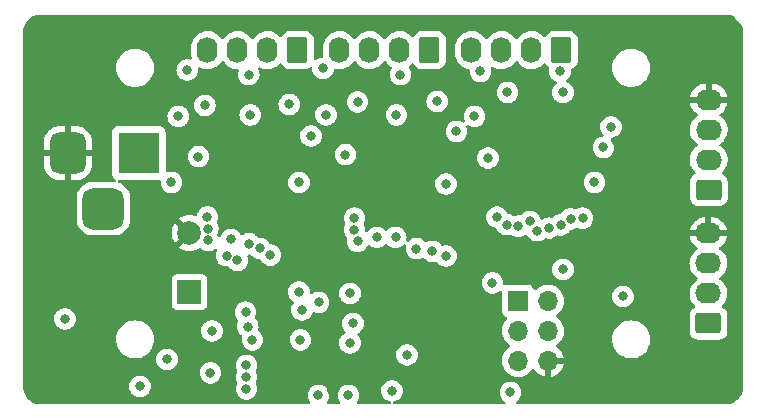
<source format=gbr>
%TF.GenerationSoftware,KiCad,Pcbnew,6.0.11+dfsg-1~bpo11+1*%
%TF.CreationDate,2023-07-10T22:14:43+02:00*%
%TF.ProjectId,motor_board_v3,6d6f746f-725f-4626-9f61-72645f76332e,rev?*%
%TF.SameCoordinates,PX87037a0PY50412a8*%
%TF.FileFunction,Copper,L2,Inr*%
%TF.FilePolarity,Positive*%
%FSLAX46Y46*%
G04 Gerber Fmt 4.6, Leading zero omitted, Abs format (unit mm)*
G04 Created by KiCad (PCBNEW 6.0.11+dfsg-1~bpo11+1) date 2023-07-10 22:14:43*
%MOMM*%
%LPD*%
G01*
G04 APERTURE LIST*
G04 Aperture macros list*
%AMRoundRect*
0 Rectangle with rounded corners*
0 $1 Rounding radius*
0 $2 $3 $4 $5 $6 $7 $8 $9 X,Y pos of 4 corners*
0 Add a 4 corners polygon primitive as box body*
4,1,4,$2,$3,$4,$5,$6,$7,$8,$9,$2,$3,0*
0 Add four circle primitives for the rounded corners*
1,1,$1+$1,$2,$3*
1,1,$1+$1,$4,$5*
1,1,$1+$1,$6,$7*
1,1,$1+$1,$8,$9*
0 Add four rect primitives between the rounded corners*
20,1,$1+$1,$2,$3,$4,$5,0*
20,1,$1+$1,$4,$5,$6,$7,0*
20,1,$1+$1,$6,$7,$8,$9,0*
20,1,$1+$1,$8,$9,$2,$3,0*%
G04 Aperture macros list end*
%TA.AperFunction,ComponentPad*%
%ADD10R,1.700000X1.700000*%
%TD*%
%TA.AperFunction,ComponentPad*%
%ADD11O,1.700000X1.700000*%
%TD*%
%TA.AperFunction,ComponentPad*%
%ADD12RoundRect,0.250000X0.620000X0.845000X-0.620000X0.845000X-0.620000X-0.845000X0.620000X-0.845000X0*%
%TD*%
%TA.AperFunction,ComponentPad*%
%ADD13O,1.740000X2.190000*%
%TD*%
%TA.AperFunction,ComponentPad*%
%ADD14RoundRect,0.250000X0.845000X-0.620000X0.845000X0.620000X-0.845000X0.620000X-0.845000X-0.620000X0*%
%TD*%
%TA.AperFunction,ComponentPad*%
%ADD15O,2.190000X1.740000*%
%TD*%
%TA.AperFunction,ComponentPad*%
%ADD16R,3.500000X3.500000*%
%TD*%
%TA.AperFunction,ComponentPad*%
%ADD17RoundRect,0.750000X-0.750000X-1.000000X0.750000X-1.000000X0.750000X1.000000X-0.750000X1.000000X0*%
%TD*%
%TA.AperFunction,ComponentPad*%
%ADD18RoundRect,0.875000X-0.875000X-0.875000X0.875000X-0.875000X0.875000X0.875000X-0.875000X0.875000X0*%
%TD*%
%TA.AperFunction,ComponentPad*%
%ADD19R,2.000000X2.000000*%
%TD*%
%TA.AperFunction,ComponentPad*%
%ADD20C,2.000000*%
%TD*%
%TA.AperFunction,ViaPad*%
%ADD21C,0.800000*%
%TD*%
G04 APERTURE END LIST*
D10*
%TO.N,/SPI_MISO*%
%TO.C,J1*%
X32418000Y-19733000D03*
D11*
%TO.N,/RAW_5V*%
X34958000Y-19733000D03*
%TO.N,/SPI_SCK*%
X32418000Y-22273000D03*
%TO.N,/SPI_MOSI*%
X34958000Y-22273000D03*
%TO.N,/RST*%
X32418000Y-24813000D03*
%TO.N,GND*%
X34958000Y-24813000D03*
%TD*%
D12*
%TO.N,Net-(J6-Pad1)*%
%TO.C,J6*%
X24925000Y1496000D03*
D13*
%TO.N,Net-(J6-Pad2)*%
X22385000Y1496000D03*
%TO.N,Net-(J6-Pad3)*%
X19845000Y1496000D03*
%TO.N,Net-(J6-Pad4)*%
X17305000Y1496000D03*
%TD*%
D14*
%TO.N,/RAW_5V*%
%TO.C,J4*%
X48547000Y-21638000D03*
D15*
%TO.N,/RS485_B*%
X48547000Y-19098000D03*
%TO.N,/RS485_A*%
X48547000Y-16558000D03*
%TO.N,GND*%
X48547000Y-14018000D03*
%TD*%
D14*
%TO.N,/RAW_5V*%
%TO.C,J3*%
X48567000Y-10335000D03*
D15*
%TO.N,/I2C_SDA*%
X48567000Y-7795000D03*
%TO.N,/I2C_SCL*%
X48567000Y-5255000D03*
%TO.N,GND*%
X48567000Y-2715000D03*
%TD*%
D12*
%TO.N,Net-(J7-Pad1)*%
%TO.C,J7*%
X36101000Y1496000D03*
D13*
%TO.N,Net-(J7-Pad2)*%
X33561000Y1496000D03*
%TO.N,Net-(J7-Pad3)*%
X31021000Y1496000D03*
%TO.N,Net-(J7-Pad4)*%
X28481000Y1496000D03*
%TD*%
D12*
%TO.N,Net-(J5-Pad1)*%
%TO.C,J5*%
X13749000Y1496000D03*
D13*
%TO.N,Net-(J5-Pad2)*%
X11209000Y1496000D03*
%TO.N,Net-(J5-Pad3)*%
X8669000Y1496000D03*
%TO.N,Net-(J5-Pad4)*%
X6129000Y1496000D03*
%TD*%
D16*
%TO.N,Net-(D5-Pad2)*%
%TO.C,J2*%
X318000Y-7218500D03*
D17*
%TO.N,GND*%
X-5682000Y-7218500D03*
D18*
%TO.N,N/C*%
X-2682000Y-11918500D03*
%TD*%
D19*
%TO.N,+12V*%
%TO.C,C30*%
X4605000Y-18978155D03*
D20*
%TO.N,GND*%
X4605000Y-13978155D03*
%TD*%
D21*
%TO.N,GND*%
X21623000Y-8557000D03*
X8415000Y-7541000D03*
X49055000Y-26718000D03*
X36482000Y-9319000D03*
X35593000Y-7541000D03*
X21623000Y-7668000D03*
X21623000Y-9446000D03*
X11971000Y-7541000D03*
X32926000Y-8430000D03*
X32926000Y-7541000D03*
X-2507000Y3000000D03*
X30132000Y-24178000D03*
X11971000Y-9319000D03*
X8415000Y-8430000D03*
X34704000Y-7541000D03*
X22512000Y-9446000D03*
X26893500Y-111500D03*
X7526000Y-9319000D03*
X-4285000Y-18717000D03*
X10193000Y-7541000D03*
X32926000Y-9319000D03*
X11082000Y-7541000D03*
X11971000Y-8430000D03*
X20734000Y-8557000D03*
X8415000Y-9319000D03*
X27211000Y-7795000D03*
X40292000Y-8557000D03*
X24290000Y-8557000D03*
X3589000Y1095000D03*
X9304000Y-8430000D03*
X11082000Y-8430000D03*
X36482000Y-7541000D03*
X26195000Y-17320000D03*
X33815000Y-8430000D03*
X35593000Y-8430000D03*
X11082000Y-9319000D03*
X45773500Y-14673500D03*
X35593000Y-9319000D03*
X22512000Y-7668000D03*
X22512000Y-8557000D03*
X7526000Y-7541000D03*
X19845000Y-8557000D03*
X36482000Y-8430000D03*
X15908000Y-8176000D03*
X34704000Y-8430000D03*
X25496500Y-21447500D03*
X-6444000Y-27988000D03*
X9304000Y-7541000D03*
X20734000Y-9446000D03*
X9304000Y-9319000D03*
X7526000Y-8430000D03*
X34704000Y-9319000D03*
X20734000Y-7668000D03*
X10193000Y-8430000D03*
X33815000Y-7541000D03*
X19845000Y-7668000D03*
X32037000Y-9319000D03*
X33815000Y-9319000D03*
X23401000Y-7668000D03*
X19845000Y-9446000D03*
X39657000Y-13637000D03*
X16670000Y-27353000D03*
X40736500Y-6207500D03*
X18321000Y-556000D03*
X24290000Y-7668000D03*
X24290000Y-9446000D03*
X23401000Y-8557000D03*
X32037000Y-8430000D03*
X10193000Y-9319000D03*
X26830000Y-27480000D03*
X32037000Y-7541000D03*
X23401000Y-9446000D03*
X-8764250Y-10300750D03*
%TO.N,+5V*%
X38895000Y-9700000D03*
X31783000Y-27480000D03*
X26322000Y-9827000D03*
X41308000Y-19352000D03*
X13876000Y-9700000D03*
%TO.N,+12V*%
X18836118Y-2894209D03*
X40292000Y-5001000D03*
X13052500Y-3096000D03*
X31529000Y-2080000D03*
X29243000Y-302000D03*
X9751000Y-3985000D03*
X25580900Y-2843392D03*
X4416500Y-175000D03*
X15908000Y-48000D03*
X22131000Y-3985000D03*
X5906950Y-3187387D03*
X36228000Y-2080000D03*
%TO.N,Net-(C8-Pad1)*%
X9623500Y-574000D03*
X5367000Y-7516500D03*
X3654500Y-4112000D03*
%TO.N,Net-(C14-Pad1)*%
X17813000Y-7354500D03*
X16162000Y-3985000D03*
X22470073Y-576535D03*
%TO.N,Net-(C20-Pad1)*%
X35974000Y-302000D03*
X28735000Y-4112000D03*
X29878000Y-7643500D03*
%TO.N,Net-(D1-Pad2)*%
X6383000Y-25829000D03*
%TO.N,Net-(D2-Pad2)*%
X6510000Y-22273000D03*
%TO.N,Net-(D3-Pad2)*%
X2700000Y-24686000D03*
%TO.N,/SPI_MISO*%
X21750000Y-27353000D03*
%TO.N,Net-(C3-Pad1)*%
X30259000Y-18209000D03*
%TO.N,Net-(C5-Pad1)*%
X-5936000Y-21257000D03*
%TO.N,/RST*%
X11463000Y-15860299D03*
X9357000Y-20696000D03*
X37881848Y-12734146D03*
X26322000Y-15923000D03*
%TO.N,/I2C_SDA*%
X9939000Y-23035000D03*
%TO.N,/I2C_SCL*%
X9543201Y-21906799D03*
%TO.N,Net-(R18-Pad2)*%
X15527000Y-27734000D03*
X18194000Y-23289000D03*
%TO.N,/Stepper module/VREF*%
X14003000Y-23035000D03*
X3081000Y-9700000D03*
X14892000Y-5763000D03*
X39657000Y-6741500D03*
X27211000Y-5382000D03*
%TO.N,/MODE0*%
X32462524Y-13411500D03*
X9431000Y-27193006D03*
X18838473Y-14687665D03*
X6181568Y-14619240D03*
%TO.N,/MODE1*%
X18575000Y-13723514D03*
X9431000Y-26193503D03*
X31472695Y-13272780D03*
X6163863Y-13619894D03*
%TO.N,Net-(D8-Pad2)*%
X414000Y-26972000D03*
%TO.N,/DECAY*%
X9655313Y-14894277D03*
X36022500Y-13295102D03*
X23819779Y-15309722D03*
%TO.N,/STEP0*%
X7750313Y-15910277D03*
X18448000Y-21638000D03*
%TO.N,/FAULT*%
X36883796Y-12787979D03*
X10574000Y-15288000D03*
X25179000Y-15542000D03*
%TO.N,/MODE2*%
X30635197Y-12629383D03*
X9431000Y-25194000D03*
X18575000Y-12724011D03*
X6129000Y-12621000D03*
%TO.N,/DIR0*%
X8669000Y-16304000D03*
X13876000Y-18971000D03*
%TO.N,/DIR2*%
X18067000Y-27734000D03*
X35021500Y-13573500D03*
%TO.N,/STEP_EN*%
X8123500Y-14526000D03*
X34046192Y-13792080D03*
X22067500Y-14348511D03*
X18194000Y-19098000D03*
%TO.N,/STEP1*%
X20480000Y-14348511D03*
X14130000Y-20495000D03*
%TO.N,/STEP2*%
X15531299Y-19864299D03*
X33434000Y-13002000D03*
%TO.N,/RAW_5V*%
X36228000Y-17066000D03*
%TO.N,/SPI_SCK*%
X23020000Y-24305000D03*
%TD*%
%TA.AperFunction,Conductor*%
%TO.N,GND*%
G36*
X49970018Y4490000D02*
G01*
X49984851Y4487690D01*
X49984855Y4487690D01*
X49993724Y4486309D01*
X50008981Y4488304D01*
X50034302Y4489047D01*
X50203285Y4476961D01*
X50221064Y4474404D01*
X50411392Y4433001D01*
X50428641Y4427937D01*
X50611150Y4359864D01*
X50627502Y4352396D01*
X50774963Y4271877D01*
X50806500Y4247466D01*
X51292154Y3729435D01*
X51310820Y3703643D01*
X51352396Y3627502D01*
X51359864Y3611150D01*
X51427937Y3428641D01*
X51433001Y3411393D01*
X51474404Y3221064D01*
X51476961Y3203285D01*
X51488540Y3041399D01*
X51487793Y3023435D01*
X51487692Y3015155D01*
X51486309Y3006276D01*
X51487474Y2997370D01*
X51490436Y2974717D01*
X51491500Y2958379D01*
X51491500Y-26950633D01*
X51490000Y-26970018D01*
X51487690Y-26984851D01*
X51487690Y-26984855D01*
X51486309Y-26993724D01*
X51488136Y-27007693D01*
X51488304Y-27008976D01*
X51489047Y-27034302D01*
X51477697Y-27193006D01*
X51476962Y-27203279D01*
X51474404Y-27221064D01*
X51439192Y-27382934D01*
X51433001Y-27411392D01*
X51427937Y-27428641D01*
X51359864Y-27611150D01*
X51352396Y-27627502D01*
X51259048Y-27798458D01*
X51249328Y-27813582D01*
X51132598Y-27969514D01*
X51120825Y-27983100D01*
X50983100Y-28120825D01*
X50969514Y-28132598D01*
X50813582Y-28249328D01*
X50798458Y-28259048D01*
X50627502Y-28352396D01*
X50611150Y-28359864D01*
X50428641Y-28427937D01*
X50411393Y-28433001D01*
X50221064Y-28474404D01*
X50203285Y-28476961D01*
X50041395Y-28488540D01*
X50023435Y-28487793D01*
X50015155Y-28487692D01*
X50006276Y-28486309D01*
X49974714Y-28490436D01*
X49958379Y-28491500D01*
X32324210Y-28491500D01*
X32256089Y-28471498D01*
X32209596Y-28417842D01*
X32199492Y-28347568D01*
X32228986Y-28282988D01*
X32250149Y-28263564D01*
X32388909Y-28162749D01*
X32388911Y-28162747D01*
X32394253Y-28158866D01*
X32398675Y-28153955D01*
X32517621Y-28021852D01*
X32517622Y-28021851D01*
X32522040Y-28016944D01*
X32617527Y-27851556D01*
X32676542Y-27669928D01*
X32678138Y-27654749D01*
X32695814Y-27486565D01*
X32696504Y-27480000D01*
X32676542Y-27290072D01*
X32617527Y-27108444D01*
X32522040Y-26943056D01*
X32394253Y-26801134D01*
X32253907Y-26699166D01*
X32245094Y-26692763D01*
X32245093Y-26692762D01*
X32239752Y-26688882D01*
X32233724Y-26686198D01*
X32233722Y-26686197D01*
X32071319Y-26613891D01*
X32071318Y-26613891D01*
X32065288Y-26611206D01*
X31971888Y-26591353D01*
X31884944Y-26572872D01*
X31884939Y-26572872D01*
X31878487Y-26571500D01*
X31687513Y-26571500D01*
X31681061Y-26572872D01*
X31681056Y-26572872D01*
X31594112Y-26591353D01*
X31500712Y-26611206D01*
X31494682Y-26613891D01*
X31494681Y-26613891D01*
X31332278Y-26686197D01*
X31332276Y-26686198D01*
X31326248Y-26688882D01*
X31320907Y-26692762D01*
X31320906Y-26692763D01*
X31312093Y-26699166D01*
X31171747Y-26801134D01*
X31043960Y-26943056D01*
X30948473Y-27108444D01*
X30889458Y-27290072D01*
X30869496Y-27480000D01*
X30870186Y-27486565D01*
X30887863Y-27654749D01*
X30889458Y-27669928D01*
X30948473Y-27851556D01*
X31043960Y-28016944D01*
X31048378Y-28021851D01*
X31048379Y-28021852D01*
X31167325Y-28153955D01*
X31171747Y-28158866D01*
X31177089Y-28162747D01*
X31177091Y-28162749D01*
X31315851Y-28263564D01*
X31359205Y-28319786D01*
X31365280Y-28390523D01*
X31332148Y-28453314D01*
X31270328Y-28488226D01*
X31241790Y-28491500D01*
X21962234Y-28491500D01*
X21894113Y-28471498D01*
X21847620Y-28417842D01*
X21837516Y-28347568D01*
X21867010Y-28282988D01*
X21926736Y-28244604D01*
X21936037Y-28242253D01*
X21951899Y-28238881D01*
X22032288Y-28221794D01*
X22038319Y-28219109D01*
X22200722Y-28146803D01*
X22200724Y-28146802D01*
X22206752Y-28144118D01*
X22218628Y-28135490D01*
X22318164Y-28063172D01*
X22361253Y-28031866D01*
X22379837Y-28011226D01*
X22484621Y-27894852D01*
X22484622Y-27894851D01*
X22489040Y-27889944D01*
X22578579Y-27734858D01*
X22581223Y-27730279D01*
X22581224Y-27730278D01*
X22584527Y-27724556D01*
X22643542Y-27542928D01*
X22663504Y-27353000D01*
X22643542Y-27163072D01*
X22584527Y-26981444D01*
X22579075Y-26972000D01*
X22495783Y-26827735D01*
X22489040Y-26816056D01*
X22361253Y-26674134D01*
X22251951Y-26594721D01*
X22212094Y-26565763D01*
X22212093Y-26565762D01*
X22206752Y-26561882D01*
X22200724Y-26559198D01*
X22200722Y-26559197D01*
X22038319Y-26486891D01*
X22038318Y-26486891D01*
X22032288Y-26484206D01*
X21938888Y-26464353D01*
X21851944Y-26445872D01*
X21851939Y-26445872D01*
X21845487Y-26444500D01*
X21654513Y-26444500D01*
X21648061Y-26445872D01*
X21648056Y-26445872D01*
X21561112Y-26464353D01*
X21467712Y-26484206D01*
X21461682Y-26486891D01*
X21461681Y-26486891D01*
X21299278Y-26559197D01*
X21299276Y-26559198D01*
X21293248Y-26561882D01*
X21287907Y-26565762D01*
X21287906Y-26565763D01*
X21248049Y-26594721D01*
X21138747Y-26674134D01*
X21010960Y-26816056D01*
X21004217Y-26827735D01*
X20920926Y-26972000D01*
X20915473Y-26981444D01*
X20856458Y-27163072D01*
X20836496Y-27353000D01*
X20856458Y-27542928D01*
X20915473Y-27724556D01*
X20918776Y-27730278D01*
X20918777Y-27730279D01*
X20921421Y-27734858D01*
X21010960Y-27889944D01*
X21015378Y-27894851D01*
X21015379Y-27894852D01*
X21120163Y-28011226D01*
X21138747Y-28031866D01*
X21181836Y-28063172D01*
X21281373Y-28135490D01*
X21293248Y-28144118D01*
X21299276Y-28146802D01*
X21299278Y-28146803D01*
X21461681Y-28219109D01*
X21467712Y-28221794D01*
X21548101Y-28238881D01*
X21563963Y-28242253D01*
X21626437Y-28275982D01*
X21660758Y-28338131D01*
X21656030Y-28408970D01*
X21613754Y-28466008D01*
X21547353Y-28491135D01*
X21537766Y-28491500D01*
X18890450Y-28491500D01*
X18822329Y-28471498D01*
X18775836Y-28417842D01*
X18765732Y-28347568D01*
X18796815Y-28281190D01*
X18806040Y-28270944D01*
X18889031Y-28127200D01*
X18898223Y-28111279D01*
X18898224Y-28111278D01*
X18901527Y-28105556D01*
X18960542Y-27923928D01*
X18965107Y-27880500D01*
X18979814Y-27740565D01*
X18980504Y-27734000D01*
X18973080Y-27663365D01*
X18961232Y-27550635D01*
X18961232Y-27550633D01*
X18960542Y-27544072D01*
X18901527Y-27362444D01*
X18896075Y-27353000D01*
X18809341Y-27202774D01*
X18806040Y-27197056D01*
X18780064Y-27168206D01*
X18682675Y-27060045D01*
X18682674Y-27060044D01*
X18678253Y-27055134D01*
X18561101Y-26970018D01*
X18529094Y-26946763D01*
X18529093Y-26946762D01*
X18523752Y-26942882D01*
X18517724Y-26940198D01*
X18517722Y-26940197D01*
X18355319Y-26867891D01*
X18355318Y-26867891D01*
X18349288Y-26865206D01*
X18255887Y-26845353D01*
X18168944Y-26826872D01*
X18168939Y-26826872D01*
X18162487Y-26825500D01*
X17971513Y-26825500D01*
X17965061Y-26826872D01*
X17965056Y-26826872D01*
X17878113Y-26845353D01*
X17784712Y-26865206D01*
X17778682Y-26867891D01*
X17778681Y-26867891D01*
X17616278Y-26940197D01*
X17616276Y-26940198D01*
X17610248Y-26942882D01*
X17604907Y-26946762D01*
X17604906Y-26946763D01*
X17572899Y-26970018D01*
X17455747Y-27055134D01*
X17451326Y-27060044D01*
X17451325Y-27060045D01*
X17353937Y-27168206D01*
X17327960Y-27197056D01*
X17324659Y-27202774D01*
X17237926Y-27353000D01*
X17232473Y-27362444D01*
X17173458Y-27544072D01*
X17172768Y-27550633D01*
X17172768Y-27550635D01*
X17160920Y-27663365D01*
X17153496Y-27734000D01*
X17154186Y-27740565D01*
X17168894Y-27880500D01*
X17173458Y-27923928D01*
X17232473Y-28105556D01*
X17235776Y-28111278D01*
X17235777Y-28111279D01*
X17244969Y-28127200D01*
X17327960Y-28270944D01*
X17337185Y-28281190D01*
X17367903Y-28345194D01*
X17359141Y-28415648D01*
X17313679Y-28470180D01*
X17243550Y-28491500D01*
X16350450Y-28491500D01*
X16282329Y-28471498D01*
X16235836Y-28417842D01*
X16225732Y-28347568D01*
X16256815Y-28281190D01*
X16266040Y-28270944D01*
X16349031Y-28127200D01*
X16358223Y-28111279D01*
X16358224Y-28111278D01*
X16361527Y-28105556D01*
X16420542Y-27923928D01*
X16425107Y-27880500D01*
X16439814Y-27740565D01*
X16440504Y-27734000D01*
X16433080Y-27663365D01*
X16421232Y-27550635D01*
X16421232Y-27550633D01*
X16420542Y-27544072D01*
X16361527Y-27362444D01*
X16356075Y-27353000D01*
X16269341Y-27202774D01*
X16266040Y-27197056D01*
X16240064Y-27168206D01*
X16142675Y-27060045D01*
X16142674Y-27060044D01*
X16138253Y-27055134D01*
X16021101Y-26970018D01*
X15989094Y-26946763D01*
X15989093Y-26946762D01*
X15983752Y-26942882D01*
X15977724Y-26940198D01*
X15977722Y-26940197D01*
X15815319Y-26867891D01*
X15815318Y-26867891D01*
X15809288Y-26865206D01*
X15715887Y-26845353D01*
X15628944Y-26826872D01*
X15628939Y-26826872D01*
X15622487Y-26825500D01*
X15431513Y-26825500D01*
X15425061Y-26826872D01*
X15425056Y-26826872D01*
X15338113Y-26845353D01*
X15244712Y-26865206D01*
X15238682Y-26867891D01*
X15238681Y-26867891D01*
X15076278Y-26940197D01*
X15076276Y-26940198D01*
X15070248Y-26942882D01*
X15064907Y-26946762D01*
X15064906Y-26946763D01*
X15032899Y-26970018D01*
X14915747Y-27055134D01*
X14911326Y-27060044D01*
X14911325Y-27060045D01*
X14813937Y-27168206D01*
X14787960Y-27197056D01*
X14784659Y-27202774D01*
X14697926Y-27353000D01*
X14692473Y-27362444D01*
X14633458Y-27544072D01*
X14632768Y-27550633D01*
X14632768Y-27550635D01*
X14620920Y-27663365D01*
X14613496Y-27734000D01*
X14614186Y-27740565D01*
X14628894Y-27880500D01*
X14633458Y-27923928D01*
X14692473Y-28105556D01*
X14695776Y-28111278D01*
X14695777Y-28111279D01*
X14704969Y-28127200D01*
X14787960Y-28270944D01*
X14797185Y-28281190D01*
X14827903Y-28345194D01*
X14819141Y-28415648D01*
X14773679Y-28470180D01*
X14703550Y-28491500D01*
X-7950633Y-28491500D01*
X-7970018Y-28490000D01*
X-7984851Y-28487690D01*
X-7984855Y-28487690D01*
X-7993724Y-28486309D01*
X-8008981Y-28488304D01*
X-8034302Y-28489047D01*
X-8203285Y-28476961D01*
X-8221064Y-28474404D01*
X-8411393Y-28433001D01*
X-8428641Y-28427937D01*
X-8611150Y-28359864D01*
X-8627502Y-28352396D01*
X-8798458Y-28259048D01*
X-8813582Y-28249328D01*
X-8949924Y-28147263D01*
X-8963510Y-28135490D01*
X-9135490Y-27963510D01*
X-9147263Y-27949924D01*
X-9249328Y-27813582D01*
X-9259048Y-27798458D01*
X-9352396Y-27627502D01*
X-9359864Y-27611150D01*
X-9427937Y-27428641D01*
X-9433001Y-27411392D01*
X-9439192Y-27382934D01*
X-9474404Y-27221064D01*
X-9476962Y-27203278D01*
X-9477696Y-27193006D01*
X-9488281Y-27045011D01*
X-9487195Y-27022245D01*
X-9487666Y-27022203D01*
X-9487230Y-27017345D01*
X-9486424Y-27012552D01*
X-9486271Y-27000000D01*
X-9490227Y-26972376D01*
X-9490254Y-26972000D01*
X-499504Y-26972000D01*
X-498814Y-26978565D01*
X-491174Y-27051251D01*
X-479542Y-27161928D01*
X-420527Y-27343556D01*
X-417224Y-27349278D01*
X-417223Y-27349279D01*
X-383314Y-27408010D01*
X-325040Y-27508944D01*
X-320622Y-27513851D01*
X-320621Y-27513852D01*
X-225413Y-27619591D01*
X-197253Y-27650866D01*
X-104478Y-27718271D01*
X-73793Y-27740565D01*
X-42752Y-27763118D01*
X-36724Y-27765802D01*
X-36722Y-27765803D01*
X125681Y-27838109D01*
X131712Y-27840794D01*
X225112Y-27860647D01*
X312056Y-27879128D01*
X312061Y-27879128D01*
X318513Y-27880500D01*
X509487Y-27880500D01*
X515939Y-27879128D01*
X515944Y-27879128D01*
X602888Y-27860647D01*
X696288Y-27840794D01*
X702319Y-27838109D01*
X864722Y-27765803D01*
X864724Y-27765802D01*
X870752Y-27763118D01*
X901794Y-27740565D01*
X932478Y-27718271D01*
X1025253Y-27650866D01*
X1053413Y-27619591D01*
X1148621Y-27513852D01*
X1148622Y-27513851D01*
X1153040Y-27508944D01*
X1211314Y-27408010D01*
X1245223Y-27349279D01*
X1245224Y-27349278D01*
X1248527Y-27343556D01*
X1297444Y-27193006D01*
X8517496Y-27193006D01*
X8537458Y-27382934D01*
X8596473Y-27564562D01*
X8691960Y-27729950D01*
X8696378Y-27734857D01*
X8696379Y-27734858D01*
X8795795Y-27845271D01*
X8819747Y-27871872D01*
X8974248Y-27984124D01*
X8980276Y-27986808D01*
X8980278Y-27986809D01*
X9090200Y-28035749D01*
X9148712Y-28061800D01*
X9242113Y-28081653D01*
X9329056Y-28100134D01*
X9329061Y-28100134D01*
X9335513Y-28101506D01*
X9526487Y-28101506D01*
X9532939Y-28100134D01*
X9532944Y-28100134D01*
X9619887Y-28081653D01*
X9713288Y-28061800D01*
X9771800Y-28035749D01*
X9881722Y-27986809D01*
X9881724Y-27986808D01*
X9887752Y-27984124D01*
X10042253Y-27871872D01*
X10066205Y-27845271D01*
X10165621Y-27734858D01*
X10165622Y-27734857D01*
X10170040Y-27729950D01*
X10265527Y-27564562D01*
X10324542Y-27382934D01*
X10344504Y-27193006D01*
X10335015Y-27102721D01*
X10325232Y-27009641D01*
X10325232Y-27009639D01*
X10324542Y-27003078D01*
X10265527Y-26821450D01*
X10239168Y-26775794D01*
X10227886Y-26756254D01*
X10211148Y-26687259D01*
X10227885Y-26630256D01*
X10265527Y-26565059D01*
X10324542Y-26383431D01*
X10334033Y-26293134D01*
X10343814Y-26200068D01*
X10344504Y-26193503D01*
X10343585Y-26184763D01*
X10325232Y-26010138D01*
X10325232Y-26010136D01*
X10324542Y-26003575D01*
X10265527Y-25821947D01*
X10227886Y-25756751D01*
X10211148Y-25687756D01*
X10227885Y-25630753D01*
X10265527Y-25565556D01*
X10324542Y-25383928D01*
X10326138Y-25368749D01*
X10343814Y-25200565D01*
X10344504Y-25194000D01*
X10343814Y-25187435D01*
X10325232Y-25010635D01*
X10325232Y-25010633D01*
X10324542Y-25004072D01*
X10265527Y-24822444D01*
X10260075Y-24813000D01*
X10186751Y-24686000D01*
X10170040Y-24657056D01*
X10113262Y-24593997D01*
X10046675Y-24520045D01*
X10046674Y-24520044D01*
X10042253Y-24515134D01*
X9887752Y-24402882D01*
X9881724Y-24400198D01*
X9881722Y-24400197D01*
X9719319Y-24327891D01*
X9719318Y-24327891D01*
X9713288Y-24325206D01*
X9618227Y-24305000D01*
X22106496Y-24305000D01*
X22107186Y-24311565D01*
X22120634Y-24439511D01*
X22126458Y-24494928D01*
X22185473Y-24676556D01*
X22188776Y-24682278D01*
X22188777Y-24682279D01*
X22194716Y-24692565D01*
X22280960Y-24841944D01*
X22285378Y-24846851D01*
X22285379Y-24846852D01*
X22317212Y-24882206D01*
X22408747Y-24983866D01*
X22563248Y-25096118D01*
X22569276Y-25098802D01*
X22569278Y-25098803D01*
X22731681Y-25171109D01*
X22737712Y-25173794D01*
X22801888Y-25187435D01*
X22918056Y-25212128D01*
X22918061Y-25212128D01*
X22924513Y-25213500D01*
X23115487Y-25213500D01*
X23121939Y-25212128D01*
X23121944Y-25212128D01*
X23238112Y-25187435D01*
X23302288Y-25173794D01*
X23308319Y-25171109D01*
X23470722Y-25098803D01*
X23470724Y-25098802D01*
X23476752Y-25096118D01*
X23631253Y-24983866D01*
X23722788Y-24882206D01*
X23754621Y-24846852D01*
X23754622Y-24846851D01*
X23759040Y-24841944D01*
X23845284Y-24692565D01*
X23851223Y-24682279D01*
X23851224Y-24682278D01*
X23854527Y-24676556D01*
X23913542Y-24494928D01*
X23919367Y-24439511D01*
X23932814Y-24311565D01*
X23933504Y-24305000D01*
X23931599Y-24286872D01*
X23914232Y-24121635D01*
X23914232Y-24121633D01*
X23913542Y-24115072D01*
X23854527Y-23933444D01*
X23759040Y-23768056D01*
X23713744Y-23717749D01*
X23635675Y-23631045D01*
X23635674Y-23631044D01*
X23631253Y-23626134D01*
X23519303Y-23544797D01*
X23482094Y-23517763D01*
X23482093Y-23517762D01*
X23476752Y-23513882D01*
X23470724Y-23511198D01*
X23470722Y-23511197D01*
X23308319Y-23438891D01*
X23308318Y-23438891D01*
X23302288Y-23436206D01*
X23189721Y-23412279D01*
X23121944Y-23397872D01*
X23121939Y-23397872D01*
X23115487Y-23396500D01*
X22924513Y-23396500D01*
X22918061Y-23397872D01*
X22918056Y-23397872D01*
X22850279Y-23412279D01*
X22737712Y-23436206D01*
X22731682Y-23438891D01*
X22731681Y-23438891D01*
X22569278Y-23511197D01*
X22569276Y-23511198D01*
X22563248Y-23513882D01*
X22557907Y-23517762D01*
X22557906Y-23517763D01*
X22520697Y-23544797D01*
X22408747Y-23626134D01*
X22404326Y-23631044D01*
X22404325Y-23631045D01*
X22326257Y-23717749D01*
X22280960Y-23768056D01*
X22185473Y-23933444D01*
X22126458Y-24115072D01*
X22125768Y-24121633D01*
X22125768Y-24121635D01*
X22108401Y-24286872D01*
X22106496Y-24305000D01*
X9618227Y-24305000D01*
X9532944Y-24286872D01*
X9532939Y-24286872D01*
X9526487Y-24285500D01*
X9335513Y-24285500D01*
X9329061Y-24286872D01*
X9329056Y-24286872D01*
X9243773Y-24305000D01*
X9148712Y-24325206D01*
X9142682Y-24327891D01*
X9142681Y-24327891D01*
X8980278Y-24400197D01*
X8980276Y-24400198D01*
X8974248Y-24402882D01*
X8819747Y-24515134D01*
X8815326Y-24520044D01*
X8815325Y-24520045D01*
X8748739Y-24593997D01*
X8691960Y-24657056D01*
X8675249Y-24686000D01*
X8601926Y-24813000D01*
X8596473Y-24822444D01*
X8537458Y-25004072D01*
X8536768Y-25010633D01*
X8536768Y-25010635D01*
X8518186Y-25187435D01*
X8517496Y-25194000D01*
X8518186Y-25200565D01*
X8535863Y-25368749D01*
X8537458Y-25383928D01*
X8596473Y-25565556D01*
X8634115Y-25630753D01*
X8650852Y-25699745D01*
X8634114Y-25756751D01*
X8596473Y-25821947D01*
X8537458Y-26003575D01*
X8536768Y-26010136D01*
X8536768Y-26010138D01*
X8518415Y-26184763D01*
X8517496Y-26193503D01*
X8518186Y-26200068D01*
X8527968Y-26293134D01*
X8537458Y-26383431D01*
X8596473Y-26565059D01*
X8634115Y-26630256D01*
X8650852Y-26699248D01*
X8634114Y-26756254D01*
X8622833Y-26775794D01*
X8596473Y-26821450D01*
X8537458Y-27003078D01*
X8536768Y-27009639D01*
X8536768Y-27009641D01*
X8526985Y-27102721D01*
X8517496Y-27193006D01*
X1297444Y-27193006D01*
X1307542Y-27161928D01*
X1319175Y-27051251D01*
X1326814Y-26978565D01*
X1327504Y-26972000D01*
X1316280Y-26865206D01*
X1308232Y-26788635D01*
X1308232Y-26788633D01*
X1307542Y-26782072D01*
X1248527Y-26600444D01*
X1228098Y-26565059D01*
X1195077Y-26507866D01*
X1153040Y-26435056D01*
X1112210Y-26389709D01*
X1029675Y-26298045D01*
X1029674Y-26298044D01*
X1025253Y-26293134D01*
X897159Y-26200068D01*
X876094Y-26184763D01*
X876093Y-26184762D01*
X870752Y-26180882D01*
X864724Y-26178198D01*
X864722Y-26178197D01*
X702319Y-26105891D01*
X702318Y-26105891D01*
X696288Y-26103206D01*
X586619Y-26079895D01*
X515944Y-26064872D01*
X515939Y-26064872D01*
X509487Y-26063500D01*
X318513Y-26063500D01*
X312061Y-26064872D01*
X312056Y-26064872D01*
X241381Y-26079895D01*
X131712Y-26103206D01*
X125682Y-26105891D01*
X125681Y-26105891D01*
X-36722Y-26178197D01*
X-36724Y-26178198D01*
X-42752Y-26180882D01*
X-48093Y-26184762D01*
X-48094Y-26184763D01*
X-69159Y-26200068D01*
X-197253Y-26293134D01*
X-201674Y-26298044D01*
X-201675Y-26298045D01*
X-284209Y-26389709D01*
X-325040Y-26435056D01*
X-367077Y-26507866D01*
X-400097Y-26565059D01*
X-420527Y-26600444D01*
X-479542Y-26782072D01*
X-480232Y-26788633D01*
X-480232Y-26788635D01*
X-488280Y-26865206D01*
X-499504Y-26972000D01*
X-9490254Y-26972000D01*
X-9491500Y-26954514D01*
X-9491500Y-25829000D01*
X5469496Y-25829000D01*
X5470186Y-25835565D01*
X5487185Y-25997297D01*
X5489458Y-26018928D01*
X5548473Y-26200556D01*
X5643960Y-26365944D01*
X5771747Y-26507866D01*
X5841816Y-26558774D01*
X5913982Y-26611206D01*
X5926248Y-26620118D01*
X5932276Y-26622802D01*
X5932278Y-26622803D01*
X6080695Y-26688882D01*
X6100712Y-26697794D01*
X6194112Y-26717647D01*
X6281056Y-26736128D01*
X6281061Y-26736128D01*
X6287513Y-26737500D01*
X6478487Y-26737500D01*
X6484939Y-26736128D01*
X6484944Y-26736128D01*
X6571888Y-26717647D01*
X6665288Y-26697794D01*
X6685305Y-26688882D01*
X6833722Y-26622803D01*
X6833724Y-26622802D01*
X6839752Y-26620118D01*
X6852019Y-26611206D01*
X6924184Y-26558774D01*
X6994253Y-26507866D01*
X7122040Y-26365944D01*
X7217527Y-26200556D01*
X7276542Y-26018928D01*
X7278816Y-25997297D01*
X7295814Y-25835565D01*
X7296504Y-25829000D01*
X7276542Y-25639072D01*
X7217527Y-25457444D01*
X7202849Y-25432020D01*
X7164077Y-25364866D01*
X7122040Y-25292056D01*
X6994253Y-25150134D01*
X6866831Y-25057556D01*
X6845094Y-25041763D01*
X6845093Y-25041762D01*
X6839752Y-25037882D01*
X6833724Y-25035198D01*
X6833722Y-25035197D01*
X6671319Y-24962891D01*
X6671318Y-24962891D01*
X6665288Y-24960206D01*
X6571887Y-24940353D01*
X6484944Y-24921872D01*
X6484939Y-24921872D01*
X6478487Y-24920500D01*
X6287513Y-24920500D01*
X6281061Y-24921872D01*
X6281056Y-24921872D01*
X6194113Y-24940353D01*
X6100712Y-24960206D01*
X6094682Y-24962891D01*
X6094681Y-24962891D01*
X5932278Y-25035197D01*
X5932276Y-25035198D01*
X5926248Y-25037882D01*
X5920907Y-25041762D01*
X5920906Y-25041763D01*
X5899169Y-25057556D01*
X5771747Y-25150134D01*
X5643960Y-25292056D01*
X5601923Y-25364866D01*
X5563152Y-25432020D01*
X5548473Y-25457444D01*
X5489458Y-25639072D01*
X5469496Y-25829000D01*
X-9491500Y-25829000D01*
X-9491500Y-24686000D01*
X1786496Y-24686000D01*
X1787186Y-24692565D01*
X1796886Y-24784851D01*
X1806458Y-24875928D01*
X1865473Y-25057556D01*
X1868776Y-25063278D01*
X1868777Y-25063279D01*
X1873107Y-25070778D01*
X1960960Y-25222944D01*
X1965378Y-25227851D01*
X1965379Y-25227852D01*
X2084325Y-25359955D01*
X2088747Y-25364866D01*
X2168526Y-25422829D01*
X2224820Y-25463729D01*
X2243248Y-25477118D01*
X2249276Y-25479802D01*
X2249278Y-25479803D01*
X2411681Y-25552109D01*
X2417712Y-25554794D01*
X2495244Y-25571274D01*
X2598056Y-25593128D01*
X2598061Y-25593128D01*
X2604513Y-25594500D01*
X2795487Y-25594500D01*
X2801939Y-25593128D01*
X2801944Y-25593128D01*
X2904756Y-25571274D01*
X2982288Y-25554794D01*
X2988319Y-25552109D01*
X3150722Y-25479803D01*
X3150724Y-25479802D01*
X3156752Y-25477118D01*
X3175181Y-25463729D01*
X3231474Y-25422829D01*
X3311253Y-25364866D01*
X3315675Y-25359955D01*
X3434621Y-25227852D01*
X3434622Y-25227851D01*
X3439040Y-25222944D01*
X3526893Y-25070778D01*
X3531223Y-25063279D01*
X3531224Y-25063278D01*
X3534527Y-25057556D01*
X3593542Y-24875928D01*
X3603115Y-24784851D01*
X3612814Y-24692565D01*
X3613504Y-24686000D01*
X3603834Y-24593997D01*
X3594232Y-24502635D01*
X3594232Y-24502633D01*
X3593542Y-24496072D01*
X3534527Y-24314444D01*
X3529075Y-24305000D01*
X3448965Y-24166247D01*
X3439040Y-24149056D01*
X3311253Y-24007134D01*
X3170907Y-23905166D01*
X3162094Y-23898763D01*
X3162093Y-23898762D01*
X3156752Y-23894882D01*
X3150724Y-23892198D01*
X3150722Y-23892197D01*
X2988319Y-23819891D01*
X2988318Y-23819891D01*
X2982288Y-23817206D01*
X2871396Y-23793635D01*
X2801944Y-23778872D01*
X2801939Y-23778872D01*
X2795487Y-23777500D01*
X2604513Y-23777500D01*
X2598061Y-23778872D01*
X2598056Y-23778872D01*
X2528604Y-23793635D01*
X2417712Y-23817206D01*
X2411682Y-23819891D01*
X2411681Y-23819891D01*
X2249278Y-23892197D01*
X2249276Y-23892198D01*
X2243248Y-23894882D01*
X2237907Y-23898762D01*
X2237906Y-23898763D01*
X2229093Y-23905166D01*
X2088747Y-24007134D01*
X1960960Y-24149056D01*
X1951035Y-24166247D01*
X1870926Y-24305000D01*
X1865473Y-24314444D01*
X1806458Y-24496072D01*
X1805768Y-24502633D01*
X1805768Y-24502635D01*
X1796166Y-24593997D01*
X1786496Y-24686000D01*
X-9491500Y-24686000D01*
X-9491500Y-23000000D01*
X-1613474Y-23000000D01*
X-1593609Y-23252403D01*
X-1592455Y-23257210D01*
X-1592454Y-23257216D01*
X-1554821Y-23413968D01*
X-1534505Y-23498591D01*
X-1532612Y-23503162D01*
X-1532611Y-23503164D01*
X-1445335Y-23713866D01*
X-1437616Y-23732502D01*
X-1305328Y-23948376D01*
X-1140898Y-24140898D01*
X-948376Y-24305328D01*
X-732502Y-24437616D01*
X-727932Y-24439509D01*
X-727928Y-24439511D01*
X-545357Y-24515134D01*
X-498591Y-24534505D01*
X-450931Y-24545947D01*
X-257216Y-24592454D01*
X-257210Y-24592455D01*
X-252403Y-24593609D01*
X-152584Y-24601465D01*
X-65655Y-24608307D01*
X-65648Y-24608307D01*
X-63199Y-24608500D01*
X63199Y-24608500D01*
X65648Y-24608307D01*
X65655Y-24608307D01*
X152584Y-24601465D01*
X252403Y-24593609D01*
X257210Y-24592455D01*
X257216Y-24592454D01*
X450931Y-24545947D01*
X498591Y-24534505D01*
X545357Y-24515134D01*
X727928Y-24439511D01*
X727932Y-24439509D01*
X732502Y-24437616D01*
X948376Y-24305328D01*
X1140898Y-24140898D01*
X1305328Y-23948376D01*
X1437616Y-23732502D01*
X1445336Y-23713866D01*
X1532611Y-23503164D01*
X1532612Y-23503162D01*
X1534505Y-23498591D01*
X1554821Y-23413968D01*
X1592454Y-23257216D01*
X1592455Y-23257210D01*
X1593609Y-23252403D01*
X1613474Y-23000000D01*
X1593609Y-22747597D01*
X1589949Y-22732348D01*
X1547596Y-22555939D01*
X1534505Y-22501409D01*
X1527706Y-22484995D01*
X1439895Y-22273000D01*
X5596496Y-22273000D01*
X5597186Y-22279565D01*
X5615355Y-22452429D01*
X5616458Y-22462928D01*
X5675473Y-22644556D01*
X5678776Y-22650278D01*
X5678777Y-22650279D01*
X5699069Y-22685425D01*
X5770960Y-22809944D01*
X5775378Y-22814851D01*
X5775379Y-22814852D01*
X5873412Y-22923729D01*
X5898747Y-22951866D01*
X5971783Y-23004930D01*
X6022207Y-23041565D01*
X6053248Y-23064118D01*
X6059276Y-23066802D01*
X6059278Y-23066803D01*
X6131756Y-23099072D01*
X6227712Y-23141794D01*
X6314009Y-23160137D01*
X6408056Y-23180128D01*
X6408061Y-23180128D01*
X6414513Y-23181500D01*
X6605487Y-23181500D01*
X6611939Y-23180128D01*
X6611944Y-23180128D01*
X6705991Y-23160137D01*
X6792288Y-23141794D01*
X6888244Y-23099072D01*
X6960722Y-23066803D01*
X6960724Y-23066802D01*
X6966752Y-23064118D01*
X6997794Y-23041565D01*
X7048217Y-23004930D01*
X7121253Y-22951866D01*
X7146588Y-22923729D01*
X7244621Y-22814852D01*
X7244622Y-22814851D01*
X7249040Y-22809944D01*
X7320931Y-22685425D01*
X7341223Y-22650279D01*
X7341224Y-22650278D01*
X7344527Y-22644556D01*
X7403542Y-22462928D01*
X7404646Y-22452429D01*
X7422814Y-22279565D01*
X7423504Y-22273000D01*
X7412280Y-22166206D01*
X7404232Y-22089635D01*
X7404232Y-22089633D01*
X7403542Y-22083072D01*
X7344527Y-21901444D01*
X7249040Y-21736056D01*
X7152503Y-21628840D01*
X7125675Y-21599045D01*
X7125674Y-21599044D01*
X7121253Y-21594134D01*
X6966752Y-21481882D01*
X6960724Y-21479198D01*
X6960722Y-21479197D01*
X6798319Y-21406891D01*
X6798318Y-21406891D01*
X6792288Y-21404206D01*
X6698887Y-21384353D01*
X6611944Y-21365872D01*
X6611939Y-21365872D01*
X6605487Y-21364500D01*
X6414513Y-21364500D01*
X6408061Y-21365872D01*
X6408056Y-21365872D01*
X6321112Y-21384353D01*
X6227712Y-21404206D01*
X6221682Y-21406891D01*
X6221681Y-21406891D01*
X6059278Y-21479197D01*
X6059276Y-21479198D01*
X6053248Y-21481882D01*
X5898747Y-21594134D01*
X5894326Y-21599044D01*
X5894325Y-21599045D01*
X5867498Y-21628840D01*
X5770960Y-21736056D01*
X5675473Y-21901444D01*
X5616458Y-22083072D01*
X5615768Y-22089633D01*
X5615768Y-22089635D01*
X5607720Y-22166206D01*
X5596496Y-22273000D01*
X1439895Y-22273000D01*
X1439511Y-22272072D01*
X1439509Y-22272068D01*
X1437616Y-22267498D01*
X1305328Y-22051624D01*
X1140898Y-21859102D01*
X948376Y-21694672D01*
X732502Y-21562384D01*
X727932Y-21560491D01*
X727928Y-21560489D01*
X503164Y-21467389D01*
X503162Y-21467388D01*
X498591Y-21465495D01*
X413968Y-21445179D01*
X257216Y-21407546D01*
X257210Y-21407545D01*
X252403Y-21406391D01*
X152584Y-21398535D01*
X65655Y-21391693D01*
X65648Y-21391693D01*
X63199Y-21391500D01*
X-63199Y-21391500D01*
X-65648Y-21391693D01*
X-65655Y-21391693D01*
X-152584Y-21398535D01*
X-252403Y-21406391D01*
X-257210Y-21407545D01*
X-257216Y-21407546D01*
X-413968Y-21445179D01*
X-498591Y-21465495D01*
X-503162Y-21467388D01*
X-503164Y-21467389D01*
X-727928Y-21560489D01*
X-727932Y-21560491D01*
X-732502Y-21562384D01*
X-948376Y-21694672D01*
X-1140898Y-21859102D01*
X-1305328Y-22051624D01*
X-1437616Y-22267498D01*
X-1439509Y-22272068D01*
X-1439511Y-22272072D01*
X-1527706Y-22484995D01*
X-1534505Y-22501409D01*
X-1547596Y-22555939D01*
X-1589948Y-22732348D01*
X-1593609Y-22747597D01*
X-1613474Y-23000000D01*
X-9491500Y-23000000D01*
X-9491500Y-21257000D01*
X-6849504Y-21257000D01*
X-6848814Y-21263565D01*
X-6830537Y-21437457D01*
X-6829542Y-21446928D01*
X-6770527Y-21628556D01*
X-6767224Y-21634278D01*
X-6767223Y-21634279D01*
X-6761284Y-21644565D01*
X-6675040Y-21793944D01*
X-6547253Y-21935866D01*
X-6392752Y-22048118D01*
X-6386724Y-22050802D01*
X-6386722Y-22050803D01*
X-6269462Y-22103010D01*
X-6218288Y-22125794D01*
X-6124888Y-22145647D01*
X-6037944Y-22164128D01*
X-6037939Y-22164128D01*
X-6031487Y-22165500D01*
X-5840513Y-22165500D01*
X-5834061Y-22164128D01*
X-5834056Y-22164128D01*
X-5747113Y-22145647D01*
X-5653712Y-22125794D01*
X-5602538Y-22103010D01*
X-5485278Y-22050803D01*
X-5485276Y-22050802D01*
X-5479248Y-22048118D01*
X-5324747Y-21935866D01*
X-5196960Y-21793944D01*
X-5110716Y-21644565D01*
X-5104777Y-21634279D01*
X-5104776Y-21634278D01*
X-5101473Y-21628556D01*
X-5042458Y-21446928D01*
X-5041462Y-21437457D01*
X-5023186Y-21263565D01*
X-5022496Y-21257000D01*
X-5029881Y-21186738D01*
X-5041768Y-21073635D01*
X-5041768Y-21073633D01*
X-5042458Y-21067072D01*
X-5101473Y-20885444D01*
X-5196960Y-20720056D01*
X-5218417Y-20696225D01*
X-5218620Y-20696000D01*
X8443496Y-20696000D01*
X8444186Y-20702565D01*
X8461782Y-20869978D01*
X8463458Y-20885928D01*
X8522473Y-21067556D01*
X8525776Y-21073278D01*
X8525777Y-21073279D01*
X8547603Y-21111082D01*
X8617960Y-21232944D01*
X8668256Y-21288803D01*
X8718322Y-21344407D01*
X8749039Y-21408415D01*
X8740274Y-21478868D01*
X8733805Y-21491716D01*
X8708674Y-21535243D01*
X8649659Y-21716871D01*
X8648969Y-21723432D01*
X8648969Y-21723434D01*
X8637879Y-21828954D01*
X8629697Y-21906799D01*
X8630387Y-21913364D01*
X8648914Y-22089635D01*
X8649659Y-22096727D01*
X8708674Y-22278355D01*
X8711977Y-22284077D01*
X8711978Y-22284078D01*
X8727867Y-22311598D01*
X8804161Y-22443743D01*
X8808579Y-22448650D01*
X8808580Y-22448651D01*
X8922343Y-22574998D01*
X8931948Y-22585665D01*
X8960282Y-22606251D01*
X9017908Y-22648119D01*
X9061262Y-22704342D01*
X9067337Y-22775078D01*
X9063680Y-22788992D01*
X9047499Y-22838789D01*
X9047498Y-22838793D01*
X9045458Y-22845072D01*
X9044768Y-22851635D01*
X9044767Y-22851642D01*
X9032282Y-22970438D01*
X9025496Y-23035000D01*
X9026186Y-23041565D01*
X9040894Y-23181500D01*
X9045458Y-23224928D01*
X9104473Y-23406556D01*
X9199960Y-23571944D01*
X9204378Y-23576851D01*
X9204379Y-23576852D01*
X9293220Y-23675520D01*
X9327747Y-23713866D01*
X9395578Y-23763148D01*
X9474158Y-23820240D01*
X9482248Y-23826118D01*
X9488276Y-23828802D01*
X9488278Y-23828803D01*
X9636695Y-23894882D01*
X9656712Y-23903794D01*
X9750113Y-23923647D01*
X9837056Y-23942128D01*
X9837061Y-23942128D01*
X9843513Y-23943500D01*
X10034487Y-23943500D01*
X10040939Y-23942128D01*
X10040944Y-23942128D01*
X10127887Y-23923647D01*
X10221288Y-23903794D01*
X10241305Y-23894882D01*
X10389722Y-23828803D01*
X10389724Y-23828802D01*
X10395752Y-23826118D01*
X10403843Y-23820240D01*
X10482422Y-23763148D01*
X10550253Y-23713866D01*
X10584780Y-23675520D01*
X10673621Y-23576852D01*
X10673622Y-23576851D01*
X10678040Y-23571944D01*
X10773527Y-23406556D01*
X10832542Y-23224928D01*
X10837107Y-23181500D01*
X10851814Y-23041565D01*
X10852504Y-23035000D01*
X13089496Y-23035000D01*
X13090186Y-23041565D01*
X13104894Y-23181500D01*
X13109458Y-23224928D01*
X13168473Y-23406556D01*
X13263960Y-23571944D01*
X13268378Y-23576851D01*
X13268379Y-23576852D01*
X13357220Y-23675520D01*
X13391747Y-23713866D01*
X13459578Y-23763148D01*
X13538158Y-23820240D01*
X13546248Y-23826118D01*
X13552276Y-23828802D01*
X13552278Y-23828803D01*
X13700695Y-23894882D01*
X13720712Y-23903794D01*
X13814113Y-23923647D01*
X13901056Y-23942128D01*
X13901061Y-23942128D01*
X13907513Y-23943500D01*
X14098487Y-23943500D01*
X14104939Y-23942128D01*
X14104944Y-23942128D01*
X14191887Y-23923647D01*
X14285288Y-23903794D01*
X14305305Y-23894882D01*
X14453722Y-23828803D01*
X14453724Y-23828802D01*
X14459752Y-23826118D01*
X14467843Y-23820240D01*
X14546422Y-23763148D01*
X14614253Y-23713866D01*
X14648780Y-23675520D01*
X14737621Y-23576852D01*
X14737622Y-23576851D01*
X14742040Y-23571944D01*
X14837527Y-23406556D01*
X14875724Y-23289000D01*
X17280496Y-23289000D01*
X17281186Y-23295565D01*
X17299398Y-23468839D01*
X17300458Y-23478928D01*
X17359473Y-23660556D01*
X17362776Y-23666278D01*
X17362777Y-23666279D01*
X17387416Y-23708955D01*
X17454960Y-23825944D01*
X17582747Y-23967866D01*
X17737248Y-24080118D01*
X17743276Y-24082802D01*
X17743278Y-24082803D01*
X17880968Y-24144106D01*
X17911712Y-24157794D01*
X17987080Y-24173814D01*
X18092056Y-24196128D01*
X18092061Y-24196128D01*
X18098513Y-24197500D01*
X18289487Y-24197500D01*
X18295939Y-24196128D01*
X18295944Y-24196128D01*
X18400920Y-24173814D01*
X18476288Y-24157794D01*
X18507032Y-24144106D01*
X18644722Y-24082803D01*
X18644724Y-24082802D01*
X18650752Y-24080118D01*
X18805253Y-23967866D01*
X18933040Y-23825944D01*
X19000584Y-23708955D01*
X19025223Y-23666279D01*
X19025224Y-23666278D01*
X19028527Y-23660556D01*
X19087542Y-23478928D01*
X19088603Y-23468839D01*
X19106814Y-23295565D01*
X19107504Y-23289000D01*
X19100080Y-23218365D01*
X19088232Y-23105635D01*
X19088232Y-23105633D01*
X19087542Y-23099072D01*
X19028527Y-22917444D01*
X19013849Y-22892020D01*
X18954365Y-22788992D01*
X18933040Y-22752056D01*
X18833421Y-22641418D01*
X18802706Y-22577414D01*
X18811469Y-22506961D01*
X18856932Y-22452429D01*
X18875810Y-22442005D01*
X18898714Y-22431807D01*
X18898719Y-22431804D01*
X18904752Y-22429118D01*
X18917019Y-22420206D01*
X19032587Y-22336240D01*
X19059253Y-22316866D01*
X19066876Y-22308400D01*
X19182621Y-22179852D01*
X19182625Y-22179847D01*
X19187040Y-22174944D01*
X19255806Y-22055838D01*
X19279223Y-22015279D01*
X19279224Y-22015278D01*
X19282527Y-22009556D01*
X19341542Y-21827928D01*
X19343711Y-21807297D01*
X19360814Y-21644565D01*
X19361504Y-21638000D01*
X19350704Y-21535243D01*
X19342232Y-21454635D01*
X19342232Y-21454633D01*
X19341542Y-21448072D01*
X19282527Y-21266444D01*
X19277075Y-21257000D01*
X19229077Y-21173866D01*
X19187040Y-21101056D01*
X19156877Y-21067556D01*
X19063675Y-20964045D01*
X19063674Y-20964044D01*
X19059253Y-20959134D01*
X18925332Y-20861834D01*
X18910094Y-20850763D01*
X18910093Y-20850762D01*
X18904752Y-20846882D01*
X18898724Y-20844198D01*
X18898722Y-20844197D01*
X18736319Y-20771891D01*
X18736318Y-20771891D01*
X18730288Y-20769206D01*
X18636887Y-20749353D01*
X18549944Y-20730872D01*
X18549939Y-20730872D01*
X18543487Y-20729500D01*
X18352513Y-20729500D01*
X18346061Y-20730872D01*
X18346056Y-20730872D01*
X18259113Y-20749353D01*
X18165712Y-20769206D01*
X18159682Y-20771891D01*
X18159681Y-20771891D01*
X17997278Y-20844197D01*
X17997276Y-20844198D01*
X17991248Y-20846882D01*
X17985907Y-20850762D01*
X17985906Y-20850763D01*
X17970668Y-20861834D01*
X17836747Y-20959134D01*
X17832326Y-20964044D01*
X17832325Y-20964045D01*
X17739124Y-21067556D01*
X17708960Y-21101056D01*
X17666923Y-21173866D01*
X17618926Y-21257000D01*
X17613473Y-21266444D01*
X17554458Y-21448072D01*
X17553768Y-21454633D01*
X17553768Y-21454635D01*
X17545296Y-21535243D01*
X17534496Y-21638000D01*
X17535186Y-21644565D01*
X17552290Y-21807297D01*
X17554458Y-21827928D01*
X17613473Y-22009556D01*
X17616776Y-22015278D01*
X17616777Y-22015279D01*
X17640194Y-22055838D01*
X17708960Y-22174944D01*
X17808579Y-22285582D01*
X17839294Y-22349586D01*
X17830531Y-22420039D01*
X17785068Y-22474571D01*
X17766190Y-22484995D01*
X17743286Y-22495193D01*
X17743281Y-22495196D01*
X17737248Y-22497882D01*
X17731907Y-22501762D01*
X17731906Y-22501763D01*
X17724752Y-22506961D01*
X17582747Y-22610134D01*
X17578326Y-22615044D01*
X17578325Y-22615045D01*
X17463309Y-22742784D01*
X17454960Y-22752056D01*
X17433635Y-22788992D01*
X17374152Y-22892020D01*
X17359473Y-22917444D01*
X17300458Y-23099072D01*
X17299768Y-23105633D01*
X17299768Y-23105635D01*
X17287920Y-23218365D01*
X17280496Y-23289000D01*
X14875724Y-23289000D01*
X14896542Y-23224928D01*
X14901107Y-23181500D01*
X14915814Y-23041565D01*
X14916504Y-23035000D01*
X14909718Y-22970438D01*
X14897232Y-22851635D01*
X14897232Y-22851633D01*
X14896542Y-22845072D01*
X14837527Y-22663444D01*
X14742040Y-22498056D01*
X14716064Y-22469206D01*
X14618675Y-22361045D01*
X14618674Y-22361044D01*
X14614253Y-22356134D01*
X14492257Y-22267498D01*
X14465094Y-22247763D01*
X14465093Y-22247762D01*
X14459752Y-22243882D01*
X14453724Y-22241198D01*
X14453722Y-22241197D01*
X14291319Y-22168891D01*
X14291318Y-22168891D01*
X14285288Y-22166206D01*
X14191888Y-22146353D01*
X14104944Y-22127872D01*
X14104939Y-22127872D01*
X14098487Y-22126500D01*
X13907513Y-22126500D01*
X13901061Y-22127872D01*
X13901056Y-22127872D01*
X13814112Y-22146353D01*
X13720712Y-22166206D01*
X13714682Y-22168891D01*
X13714681Y-22168891D01*
X13552278Y-22241197D01*
X13552276Y-22241198D01*
X13546248Y-22243882D01*
X13540907Y-22247762D01*
X13540906Y-22247763D01*
X13513743Y-22267498D01*
X13391747Y-22356134D01*
X13387326Y-22361044D01*
X13387325Y-22361045D01*
X13289937Y-22469206D01*
X13263960Y-22498056D01*
X13168473Y-22663444D01*
X13109458Y-22845072D01*
X13108768Y-22851633D01*
X13108768Y-22851635D01*
X13096282Y-22970438D01*
X13089496Y-23035000D01*
X10852504Y-23035000D01*
X10845718Y-22970438D01*
X10833232Y-22851635D01*
X10833232Y-22851633D01*
X10832542Y-22845072D01*
X10773527Y-22663444D01*
X10678040Y-22498056D01*
X10652064Y-22469206D01*
X10554675Y-22361045D01*
X10554674Y-22361044D01*
X10550253Y-22356134D01*
X10464293Y-22293680D01*
X10420939Y-22237457D01*
X10414864Y-22166721D01*
X10418521Y-22152807D01*
X10434702Y-22103010D01*
X10434703Y-22103005D01*
X10436743Y-22096727D01*
X10437489Y-22089635D01*
X10456015Y-21913364D01*
X10456705Y-21906799D01*
X10448523Y-21828954D01*
X10437433Y-21723434D01*
X10437433Y-21723432D01*
X10436743Y-21716871D01*
X10377728Y-21535243D01*
X10282241Y-21369855D01*
X10181879Y-21258391D01*
X10151162Y-21194384D01*
X10159927Y-21123931D01*
X10166397Y-21111082D01*
X10188223Y-21073279D01*
X10188224Y-21073278D01*
X10191527Y-21067556D01*
X10250542Y-20885928D01*
X10252219Y-20869978D01*
X10269814Y-20702565D01*
X10270504Y-20696000D01*
X10257708Y-20574251D01*
X10251232Y-20512635D01*
X10251232Y-20512633D01*
X10250542Y-20506072D01*
X10191527Y-20324444D01*
X10096040Y-20159056D01*
X10081690Y-20143118D01*
X9972675Y-20022045D01*
X9972674Y-20022044D01*
X9968253Y-20017134D01*
X9869157Y-19945136D01*
X9819094Y-19908763D01*
X9819093Y-19908762D01*
X9813752Y-19904882D01*
X9807724Y-19902198D01*
X9807722Y-19902197D01*
X9645319Y-19829891D01*
X9645318Y-19829891D01*
X9639288Y-19827206D01*
X9524976Y-19802908D01*
X9458944Y-19788872D01*
X9458939Y-19788872D01*
X9452487Y-19787500D01*
X9261513Y-19787500D01*
X9255061Y-19788872D01*
X9255056Y-19788872D01*
X9189024Y-19802908D01*
X9074712Y-19827206D01*
X9068682Y-19829891D01*
X9068681Y-19829891D01*
X8906278Y-19902197D01*
X8906276Y-19902198D01*
X8900248Y-19904882D01*
X8894907Y-19908762D01*
X8894906Y-19908763D01*
X8844843Y-19945136D01*
X8745747Y-20017134D01*
X8741326Y-20022044D01*
X8741325Y-20022045D01*
X8632311Y-20143118D01*
X8617960Y-20159056D01*
X8522473Y-20324444D01*
X8463458Y-20506072D01*
X8462768Y-20512633D01*
X8462768Y-20512635D01*
X8456292Y-20574251D01*
X8443496Y-20696000D01*
X-5218620Y-20696000D01*
X-5320325Y-20583045D01*
X-5320326Y-20583044D01*
X-5324747Y-20578134D01*
X-5439171Y-20495000D01*
X-5473906Y-20469763D01*
X-5473907Y-20469762D01*
X-5479248Y-20465882D01*
X-5485276Y-20463198D01*
X-5485278Y-20463197D01*
X-5647681Y-20390891D01*
X-5647682Y-20390891D01*
X-5653712Y-20388206D01*
X-5747113Y-20368353D01*
X-5834056Y-20349872D01*
X-5834061Y-20349872D01*
X-5840513Y-20348500D01*
X-6031487Y-20348500D01*
X-6037939Y-20349872D01*
X-6037944Y-20349872D01*
X-6124888Y-20368353D01*
X-6218288Y-20388206D01*
X-6224318Y-20390891D01*
X-6224319Y-20390891D01*
X-6386722Y-20463197D01*
X-6386724Y-20463198D01*
X-6392752Y-20465882D01*
X-6398093Y-20469762D01*
X-6398094Y-20469763D01*
X-6432829Y-20495000D01*
X-6547253Y-20578134D01*
X-6551674Y-20583044D01*
X-6551675Y-20583045D01*
X-6653582Y-20696225D01*
X-6675040Y-20720056D01*
X-6770527Y-20885444D01*
X-6829542Y-21067072D01*
X-6830232Y-21073633D01*
X-6830232Y-21073635D01*
X-6842119Y-21186738D01*
X-6849504Y-21257000D01*
X-9491500Y-21257000D01*
X-9491500Y-20026289D01*
X3096500Y-20026289D01*
X3103255Y-20088471D01*
X3154385Y-20224860D01*
X3241739Y-20341416D01*
X3358295Y-20428770D01*
X3494684Y-20479900D01*
X3556866Y-20486655D01*
X5653134Y-20486655D01*
X5715316Y-20479900D01*
X5851705Y-20428770D01*
X5968261Y-20341416D01*
X6055615Y-20224860D01*
X6106745Y-20088471D01*
X6113500Y-20026289D01*
X6113500Y-18971000D01*
X12962496Y-18971000D01*
X12963186Y-18977565D01*
X12981024Y-19147281D01*
X12982458Y-19160928D01*
X13041473Y-19342556D01*
X13044776Y-19348278D01*
X13044777Y-19348279D01*
X13071800Y-19395083D01*
X13136960Y-19507944D01*
X13264747Y-19649866D01*
X13298475Y-19674371D01*
X13395589Y-19744929D01*
X13438943Y-19801152D01*
X13445018Y-19871888D01*
X13415165Y-19931173D01*
X13390960Y-19958056D01*
X13351719Y-20026023D01*
X13312925Y-20093217D01*
X13295473Y-20123444D01*
X13236458Y-20305072D01*
X13235768Y-20311633D01*
X13235768Y-20311635D01*
X13224834Y-20415668D01*
X13216496Y-20495000D01*
X13217186Y-20501565D01*
X13235322Y-20674115D01*
X13236458Y-20684928D01*
X13295473Y-20866556D01*
X13390960Y-21031944D01*
X13395378Y-21036851D01*
X13395379Y-21036852D01*
X13486091Y-21137598D01*
X13518747Y-21173866D01*
X13593164Y-21227933D01*
X13664123Y-21279488D01*
X13673248Y-21286118D01*
X13679276Y-21288802D01*
X13679278Y-21288803D01*
X13841681Y-21361109D01*
X13847712Y-21363794D01*
X13941113Y-21383647D01*
X14028056Y-21402128D01*
X14028061Y-21402128D01*
X14034513Y-21403500D01*
X14225487Y-21403500D01*
X14231939Y-21402128D01*
X14231944Y-21402128D01*
X14318888Y-21383647D01*
X14412288Y-21363794D01*
X14418319Y-21361109D01*
X14580722Y-21288803D01*
X14580724Y-21288802D01*
X14586752Y-21286118D01*
X14595878Y-21279488D01*
X14666836Y-21227933D01*
X14741253Y-21173866D01*
X14773909Y-21137598D01*
X14864621Y-21036852D01*
X14864622Y-21036851D01*
X14869040Y-21031944D01*
X14964527Y-20866556D01*
X14995122Y-20772395D01*
X15035196Y-20713790D01*
X15100593Y-20686153D01*
X15166204Y-20696225D01*
X15176933Y-20701002D01*
X15205656Y-20713790D01*
X15249011Y-20733093D01*
X15342411Y-20752946D01*
X15429355Y-20771427D01*
X15429360Y-20771427D01*
X15435812Y-20772799D01*
X15626786Y-20772799D01*
X15633238Y-20771427D01*
X15633243Y-20771427D01*
X15720186Y-20752946D01*
X15813587Y-20733093D01*
X15842869Y-20720056D01*
X15982021Y-20658102D01*
X15982023Y-20658101D01*
X15988051Y-20655417D01*
X16142552Y-20543165D01*
X16180009Y-20501565D01*
X16265920Y-20406151D01*
X16265921Y-20406150D01*
X16270339Y-20401243D01*
X16345995Y-20270203D01*
X16362522Y-20241578D01*
X16362523Y-20241577D01*
X16365826Y-20235855D01*
X16424841Y-20054227D01*
X16427297Y-20030866D01*
X16444113Y-19870864D01*
X16444803Y-19864299D01*
X16444113Y-19857734D01*
X16425531Y-19680934D01*
X16425531Y-19680932D01*
X16424841Y-19674371D01*
X16365826Y-19492743D01*
X16270339Y-19327355D01*
X16228930Y-19281365D01*
X16146974Y-19190344D01*
X16146973Y-19190343D01*
X16142552Y-19185433D01*
X16022212Y-19098000D01*
X17280496Y-19098000D01*
X17281186Y-19104565D01*
X17282546Y-19117500D01*
X17300458Y-19287928D01*
X17359473Y-19469556D01*
X17362776Y-19475278D01*
X17362777Y-19475279D01*
X17396686Y-19534010D01*
X17454960Y-19634944D01*
X17459378Y-19639851D01*
X17459379Y-19639852D01*
X17546280Y-19736365D01*
X17582747Y-19776866D01*
X17657692Y-19831317D01*
X17712124Y-19870864D01*
X17737248Y-19889118D01*
X17743276Y-19891802D01*
X17743278Y-19891803D01*
X17800272Y-19917178D01*
X17911712Y-19966794D01*
X18005113Y-19986647D01*
X18092056Y-20005128D01*
X18092061Y-20005128D01*
X18098513Y-20006500D01*
X18289487Y-20006500D01*
X18295939Y-20005128D01*
X18295944Y-20005128D01*
X18382887Y-19986647D01*
X18476288Y-19966794D01*
X18587728Y-19917178D01*
X18644722Y-19891803D01*
X18644724Y-19891802D01*
X18650752Y-19889118D01*
X18675877Y-19870864D01*
X18730308Y-19831317D01*
X18805253Y-19776866D01*
X18841720Y-19736365D01*
X18928621Y-19639852D01*
X18928622Y-19639851D01*
X18933040Y-19634944D01*
X18991314Y-19534010D01*
X19025223Y-19475279D01*
X19025224Y-19475278D01*
X19028527Y-19469556D01*
X19087542Y-19287928D01*
X19105455Y-19117500D01*
X19106814Y-19104565D01*
X19107504Y-19098000D01*
X19106084Y-19084492D01*
X19088232Y-18914635D01*
X19088232Y-18914633D01*
X19087542Y-18908072D01*
X19028527Y-18726444D01*
X18933040Y-18561056D01*
X18805253Y-18419134D01*
X18650752Y-18306882D01*
X18644724Y-18304198D01*
X18644722Y-18304197D01*
X18482319Y-18231891D01*
X18482318Y-18231891D01*
X18476288Y-18229206D01*
X18381227Y-18209000D01*
X29345496Y-18209000D01*
X29346186Y-18215564D01*
X29346186Y-18215565D01*
X29363601Y-18381255D01*
X29365458Y-18398928D01*
X29424473Y-18580556D01*
X29427776Y-18586278D01*
X29427777Y-18586279D01*
X29434312Y-18597598D01*
X29519960Y-18745944D01*
X29524378Y-18750851D01*
X29524379Y-18750852D01*
X29633340Y-18871865D01*
X29647747Y-18887866D01*
X29717933Y-18938859D01*
X29795899Y-18995505D01*
X29802248Y-19000118D01*
X29808276Y-19002802D01*
X29808278Y-19002803D01*
X29960320Y-19070496D01*
X29976712Y-19077794D01*
X30040888Y-19091435D01*
X30157056Y-19116128D01*
X30157061Y-19116128D01*
X30163513Y-19117500D01*
X30354487Y-19117500D01*
X30360939Y-19116128D01*
X30360944Y-19116128D01*
X30477112Y-19091435D01*
X30541288Y-19077794D01*
X30557680Y-19070496D01*
X30709722Y-19002803D01*
X30709724Y-19002802D01*
X30715752Y-19000118D01*
X30722102Y-18995505D01*
X30859439Y-18895723D01*
X30926307Y-18871865D01*
X30995458Y-18887945D01*
X31044938Y-18938859D01*
X31059500Y-18997659D01*
X31059500Y-20631134D01*
X31066255Y-20693316D01*
X31117385Y-20829705D01*
X31204739Y-20946261D01*
X31321295Y-21033615D01*
X31329704Y-21036767D01*
X31329705Y-21036768D01*
X31438451Y-21077535D01*
X31495216Y-21120176D01*
X31519916Y-21186738D01*
X31504709Y-21256087D01*
X31485316Y-21282568D01*
X31479358Y-21288803D01*
X31365054Y-21408415D01*
X31358629Y-21415138D01*
X31355720Y-21419403D01*
X31355714Y-21419411D01*
X31337838Y-21445617D01*
X31232743Y-21599680D01*
X31218003Y-21631435D01*
X31175299Y-21723434D01*
X31138688Y-21802305D01*
X31078989Y-22017570D01*
X31055251Y-22239695D01*
X31055548Y-22244848D01*
X31055548Y-22244851D01*
X31061011Y-22339590D01*
X31068110Y-22462715D01*
X31069247Y-22467761D01*
X31069248Y-22467767D01*
X31089119Y-22555939D01*
X31117222Y-22680639D01*
X31201266Y-22887616D01*
X31239219Y-22949550D01*
X31315291Y-23073688D01*
X31317987Y-23078088D01*
X31464250Y-23246938D01*
X31636126Y-23389632D01*
X31654333Y-23400271D01*
X31709445Y-23432476D01*
X31758169Y-23484114D01*
X31771240Y-23553897D01*
X31744509Y-23619669D01*
X31704055Y-23653027D01*
X31691607Y-23659507D01*
X31687474Y-23662610D01*
X31687471Y-23662612D01*
X31517100Y-23790530D01*
X31512965Y-23793635D01*
X31479358Y-23828803D01*
X31369751Y-23943500D01*
X31358629Y-23955138D01*
X31355715Y-23959410D01*
X31355714Y-23959411D01*
X31323160Y-24007134D01*
X31232743Y-24139680D01*
X31216899Y-24173814D01*
X31145379Y-24327891D01*
X31138688Y-24342305D01*
X31078989Y-24557570D01*
X31055251Y-24779695D01*
X31055548Y-24784848D01*
X31055548Y-24784851D01*
X31063449Y-24921872D01*
X31068110Y-25002715D01*
X31069247Y-25007761D01*
X31069248Y-25007767D01*
X31089765Y-25098803D01*
X31117222Y-25220639D01*
X31201266Y-25427616D01*
X31231601Y-25477118D01*
X31302692Y-25593128D01*
X31317987Y-25618088D01*
X31464250Y-25786938D01*
X31636126Y-25929632D01*
X31829000Y-26042338D01*
X31833825Y-26044180D01*
X31833826Y-26044181D01*
X31906612Y-26071975D01*
X32037692Y-26122030D01*
X32042760Y-26123061D01*
X32042763Y-26123062D01*
X32137862Y-26142410D01*
X32256597Y-26166567D01*
X32261772Y-26166757D01*
X32261774Y-26166757D01*
X32474673Y-26174564D01*
X32474677Y-26174564D01*
X32479837Y-26174753D01*
X32484957Y-26174097D01*
X32484959Y-26174097D01*
X32696288Y-26147025D01*
X32696289Y-26147025D01*
X32701416Y-26146368D01*
X32706366Y-26144883D01*
X32910429Y-26083661D01*
X32910434Y-26083659D01*
X32915384Y-26082174D01*
X33115994Y-25983896D01*
X33297860Y-25854173D01*
X33456096Y-25696489D01*
X33515594Y-25613689D01*
X33586453Y-25515077D01*
X33587640Y-25515930D01*
X33634960Y-25472362D01*
X33704897Y-25460145D01*
X33770338Y-25487678D01*
X33798166Y-25519511D01*
X33855694Y-25613388D01*
X33861777Y-25621699D01*
X34001213Y-25782667D01*
X34008580Y-25789883D01*
X34172434Y-25925916D01*
X34180881Y-25931831D01*
X34364756Y-26039279D01*
X34374042Y-26043729D01*
X34573001Y-26119703D01*
X34582899Y-26122579D01*
X34686250Y-26143606D01*
X34700299Y-26142410D01*
X34704000Y-26132065D01*
X34704000Y-26131517D01*
X35212000Y-26131517D01*
X35216064Y-26145359D01*
X35229478Y-26147393D01*
X35236184Y-26146534D01*
X35246262Y-26144392D01*
X35450255Y-26083191D01*
X35459842Y-26079433D01*
X35651095Y-25985739D01*
X35659945Y-25980464D01*
X35833328Y-25856792D01*
X35841200Y-25850139D01*
X35992052Y-25699812D01*
X35998730Y-25691965D01*
X36123003Y-25519020D01*
X36128313Y-25510183D01*
X36222670Y-25319267D01*
X36226469Y-25309672D01*
X36288377Y-25105910D01*
X36290555Y-25095837D01*
X36291986Y-25084962D01*
X36289775Y-25070778D01*
X36276617Y-25067000D01*
X35230115Y-25067000D01*
X35214876Y-25071475D01*
X35213671Y-25072865D01*
X35212000Y-25080548D01*
X35212000Y-26131517D01*
X34704000Y-26131517D01*
X34704000Y-24685000D01*
X34724002Y-24616879D01*
X34777658Y-24570386D01*
X34830000Y-24559000D01*
X36276344Y-24559000D01*
X36289875Y-24555027D01*
X36291180Y-24545947D01*
X36249214Y-24378875D01*
X36245894Y-24369124D01*
X36160972Y-24173814D01*
X36156105Y-24164739D01*
X36040426Y-23985926D01*
X36034136Y-23977757D01*
X35890806Y-23820240D01*
X35883273Y-23813215D01*
X35716139Y-23681222D01*
X35707556Y-23675520D01*
X35670602Y-23655120D01*
X35620631Y-23604687D01*
X35605859Y-23535245D01*
X35630975Y-23468839D01*
X35658327Y-23442232D01*
X35717154Y-23400271D01*
X35837860Y-23314173D01*
X35996096Y-23156489D01*
X36005670Y-23143166D01*
X36108544Y-23000000D01*
X40386526Y-23000000D01*
X40406391Y-23252403D01*
X40407545Y-23257210D01*
X40407546Y-23257216D01*
X40445179Y-23413968D01*
X40465495Y-23498591D01*
X40467388Y-23503162D01*
X40467389Y-23503164D01*
X40554665Y-23713866D01*
X40562384Y-23732502D01*
X40694672Y-23948376D01*
X40859102Y-24140898D01*
X41051624Y-24305328D01*
X41267498Y-24437616D01*
X41272068Y-24439509D01*
X41272072Y-24439511D01*
X41454643Y-24515134D01*
X41501409Y-24534505D01*
X41549069Y-24545947D01*
X41742784Y-24592454D01*
X41742790Y-24592455D01*
X41747597Y-24593609D01*
X41847416Y-24601465D01*
X41934345Y-24608307D01*
X41934352Y-24608307D01*
X41936801Y-24608500D01*
X42063199Y-24608500D01*
X42065648Y-24608307D01*
X42065655Y-24608307D01*
X42152584Y-24601465D01*
X42252403Y-24593609D01*
X42257210Y-24592455D01*
X42257216Y-24592454D01*
X42450931Y-24545947D01*
X42498591Y-24534505D01*
X42545357Y-24515134D01*
X42727928Y-24439511D01*
X42727932Y-24439509D01*
X42732502Y-24437616D01*
X42948376Y-24305328D01*
X43140898Y-24140898D01*
X43305328Y-23948376D01*
X43437616Y-23732502D01*
X43445336Y-23713866D01*
X43532611Y-23503164D01*
X43532612Y-23503162D01*
X43534505Y-23498591D01*
X43554821Y-23413968D01*
X43592454Y-23257216D01*
X43592455Y-23257210D01*
X43593609Y-23252403D01*
X43613474Y-23000000D01*
X43593609Y-22747597D01*
X43589949Y-22732348D01*
X43547596Y-22555939D01*
X43534505Y-22501409D01*
X43527706Y-22484995D01*
X43439511Y-22272072D01*
X43439509Y-22272068D01*
X43437616Y-22267498D01*
X43305328Y-22051624D01*
X43140898Y-21859102D01*
X42948376Y-21694672D01*
X42732502Y-21562384D01*
X42727932Y-21560491D01*
X42727928Y-21560489D01*
X42503164Y-21467389D01*
X42503162Y-21467388D01*
X42498591Y-21465495D01*
X42413968Y-21445179D01*
X42257216Y-21407546D01*
X42257210Y-21407545D01*
X42252403Y-21406391D01*
X42152584Y-21398535D01*
X42065655Y-21391693D01*
X42065648Y-21391693D01*
X42063199Y-21391500D01*
X41936801Y-21391500D01*
X41934352Y-21391693D01*
X41934345Y-21391693D01*
X41847416Y-21398535D01*
X41747597Y-21406391D01*
X41742790Y-21407545D01*
X41742784Y-21407546D01*
X41586032Y-21445179D01*
X41501409Y-21465495D01*
X41496838Y-21467388D01*
X41496836Y-21467389D01*
X41272072Y-21560489D01*
X41272068Y-21560491D01*
X41267498Y-21562384D01*
X41051624Y-21694672D01*
X40859102Y-21859102D01*
X40694672Y-22051624D01*
X40562384Y-22267498D01*
X40560491Y-22272068D01*
X40560489Y-22272072D01*
X40472294Y-22484995D01*
X40465495Y-22501409D01*
X40452404Y-22555939D01*
X40410052Y-22732348D01*
X40406391Y-22747597D01*
X40386526Y-23000000D01*
X36108544Y-23000000D01*
X36123435Y-22979277D01*
X36126453Y-22975077D01*
X36136006Y-22955749D01*
X36223136Y-22779453D01*
X36223137Y-22779451D01*
X36225430Y-22774811D01*
X36276643Y-22606251D01*
X36288865Y-22566023D01*
X36288865Y-22566021D01*
X36290370Y-22561069D01*
X36319529Y-22339590D01*
X36319611Y-22336240D01*
X36321074Y-22276365D01*
X36321074Y-22276361D01*
X36321156Y-22273000D01*
X36302852Y-22050361D01*
X36248431Y-21833702D01*
X36159354Y-21628840D01*
X36070645Y-21491717D01*
X36040822Y-21445617D01*
X36040820Y-21445614D01*
X36038014Y-21441277D01*
X35887670Y-21276051D01*
X35883619Y-21272852D01*
X35883615Y-21272848D01*
X35716414Y-21140800D01*
X35716410Y-21140798D01*
X35712359Y-21137598D01*
X35671053Y-21114796D01*
X35621084Y-21064364D01*
X35606312Y-20994921D01*
X35631428Y-20928516D01*
X35658780Y-20901909D01*
X35708343Y-20866556D01*
X35837860Y-20774173D01*
X35842845Y-20769206D01*
X35981616Y-20630918D01*
X35996096Y-20616489D01*
X36047684Y-20544697D01*
X36123435Y-20439277D01*
X36126453Y-20435077D01*
X36134550Y-20418695D01*
X36223136Y-20239453D01*
X36223137Y-20239451D01*
X36225430Y-20234811D01*
X36270704Y-20085796D01*
X36288865Y-20026023D01*
X36288865Y-20026021D01*
X36290370Y-20021069D01*
X36319529Y-19799590D01*
X36319791Y-19788872D01*
X36321074Y-19736365D01*
X36321074Y-19736361D01*
X36321156Y-19733000D01*
X36302852Y-19510361D01*
X36263074Y-19352000D01*
X40394496Y-19352000D01*
X40395186Y-19358565D01*
X40411683Y-19515522D01*
X40414458Y-19541928D01*
X40473473Y-19723556D01*
X40476776Y-19729278D01*
X40476777Y-19729279D01*
X40480783Y-19736217D01*
X40568960Y-19888944D01*
X40573378Y-19893851D01*
X40573379Y-19893852D01*
X40689549Y-20022872D01*
X40696747Y-20030866D01*
X40786217Y-20095870D01*
X40832820Y-20129729D01*
X40851248Y-20143118D01*
X40857276Y-20145802D01*
X40857278Y-20145803D01*
X41019681Y-20218109D01*
X41025712Y-20220794D01*
X41107436Y-20238165D01*
X41206056Y-20259128D01*
X41206061Y-20259128D01*
X41212513Y-20260500D01*
X41403487Y-20260500D01*
X41409939Y-20259128D01*
X41409944Y-20259128D01*
X41508564Y-20238165D01*
X41590288Y-20220794D01*
X41596319Y-20218109D01*
X41758722Y-20145803D01*
X41758724Y-20145802D01*
X41764752Y-20143118D01*
X41783181Y-20129729D01*
X41829783Y-20095870D01*
X41919253Y-20030866D01*
X41926451Y-20022872D01*
X42042621Y-19893852D01*
X42042622Y-19893851D01*
X42047040Y-19888944D01*
X42135217Y-19736217D01*
X42139223Y-19729279D01*
X42139224Y-19729278D01*
X42142527Y-19723556D01*
X42201542Y-19541928D01*
X42204318Y-19515522D01*
X42220814Y-19358565D01*
X42221504Y-19352000D01*
X42211968Y-19261273D01*
X42202232Y-19168635D01*
X42202232Y-19168633D01*
X42201542Y-19162072D01*
X42159548Y-19032829D01*
X46940052Y-19032829D01*
X46940252Y-19038158D01*
X46940252Y-19038160D01*
X46942745Y-19104565D01*
X46948828Y-19266604D01*
X46996868Y-19495559D01*
X47082797Y-19713146D01*
X47094845Y-19733000D01*
X47189580Y-19889118D01*
X47204159Y-19913144D01*
X47357483Y-20089834D01*
X47364845Y-20095870D01*
X47394770Y-20120407D01*
X47434764Y-20179067D01*
X47436695Y-20250038D01*
X47399950Y-20310786D01*
X47377610Y-20325733D01*
X47378054Y-20326450D01*
X47227652Y-20419522D01*
X47102695Y-20544697D01*
X47098855Y-20550927D01*
X47098854Y-20550928D01*
X47020301Y-20678365D01*
X47009885Y-20695262D01*
X46954203Y-20863139D01*
X46953503Y-20869975D01*
X46953502Y-20869978D01*
X46951868Y-20885928D01*
X46943500Y-20967600D01*
X46943500Y-22308400D01*
X46943837Y-22311646D01*
X46943837Y-22311650D01*
X46948453Y-22356134D01*
X46954474Y-22414166D01*
X46956655Y-22420702D01*
X46956655Y-22420704D01*
X46981507Y-22495193D01*
X47010450Y-22581946D01*
X47103522Y-22732348D01*
X47228697Y-22857305D01*
X47234927Y-22861145D01*
X47234928Y-22861146D01*
X47372090Y-22945694D01*
X47379262Y-22950115D01*
X47440534Y-22970438D01*
X47540611Y-23003632D01*
X47540613Y-23003632D01*
X47547139Y-23005797D01*
X47553975Y-23006497D01*
X47553978Y-23006498D01*
X47597031Y-23010909D01*
X47651600Y-23016500D01*
X49442400Y-23016500D01*
X49445646Y-23016163D01*
X49445650Y-23016163D01*
X49541308Y-23006238D01*
X49541312Y-23006237D01*
X49548166Y-23005526D01*
X49554702Y-23003345D01*
X49554704Y-23003345D01*
X49697365Y-22955749D01*
X49715946Y-22949550D01*
X49866348Y-22856478D01*
X49991305Y-22731303D01*
X50022535Y-22680639D01*
X50080275Y-22586968D01*
X50080276Y-22586966D01*
X50084115Y-22580738D01*
X50123261Y-22462715D01*
X50137632Y-22419389D01*
X50137632Y-22419387D01*
X50139797Y-22412861D01*
X50150500Y-22308400D01*
X50150500Y-20967600D01*
X50146445Y-20928516D01*
X50140238Y-20868692D01*
X50140237Y-20868688D01*
X50139526Y-20861834D01*
X50135833Y-20850763D01*
X50086545Y-20703032D01*
X50083550Y-20694054D01*
X49990478Y-20543652D01*
X49865303Y-20418695D01*
X49827715Y-20395525D01*
X49714738Y-20325885D01*
X49716062Y-20323738D01*
X49671710Y-20284688D01*
X49652248Y-20216411D01*
X49672788Y-20148451D01*
X49691272Y-20126239D01*
X49804306Y-20018410D01*
X49804316Y-20018398D01*
X49808168Y-20014724D01*
X49947813Y-19827035D01*
X49953356Y-19816134D01*
X50051420Y-19623256D01*
X50051420Y-19623255D01*
X50053838Y-19618500D01*
X50123210Y-19395083D01*
X50128920Y-19352000D01*
X50153248Y-19168455D01*
X50153248Y-19168451D01*
X50153948Y-19163171D01*
X50153618Y-19154365D01*
X50147827Y-19000118D01*
X50145172Y-18929396D01*
X50108631Y-18755243D01*
X50098229Y-18705668D01*
X50098228Y-18705665D01*
X50097132Y-18700441D01*
X50011203Y-18482854D01*
X49956293Y-18392365D01*
X49892609Y-18287417D01*
X49892607Y-18287414D01*
X49889841Y-18282856D01*
X49736517Y-18106166D01*
X49555614Y-17957835D01*
X49550984Y-17955199D01*
X49550979Y-17955196D01*
X49518484Y-17936699D01*
X49469178Y-17885616D01*
X49455317Y-17815985D01*
X49481301Y-17749915D01*
X49510450Y-17722677D01*
X49592930Y-17667148D01*
X49638896Y-17636202D01*
X49661233Y-17614894D01*
X49729433Y-17549834D01*
X49808168Y-17474724D01*
X49811940Y-17469655D01*
X49868036Y-17394259D01*
X49947813Y-17287035D01*
X49966966Y-17249365D01*
X50051420Y-17083256D01*
X50051420Y-17083255D01*
X50053838Y-17078500D01*
X50123210Y-16855083D01*
X50123911Y-16849795D01*
X50153248Y-16628455D01*
X50153248Y-16628451D01*
X50153948Y-16623171D01*
X50145172Y-16389396D01*
X50104410Y-16195128D01*
X50098229Y-16165668D01*
X50098228Y-16165665D01*
X50097132Y-16160441D01*
X50011203Y-15942854D01*
X49918004Y-15789267D01*
X49892609Y-15747417D01*
X49892607Y-15747414D01*
X49889841Y-15742856D01*
X49736517Y-15566166D01*
X49555614Y-15417835D01*
X49550978Y-15415196D01*
X49550975Y-15415194D01*
X49517999Y-15396423D01*
X49468693Y-15345341D01*
X49454831Y-15275711D01*
X49480814Y-15209640D01*
X49509964Y-15182401D01*
X49634155Y-15098790D01*
X49642441Y-15092129D01*
X49803930Y-14938076D01*
X49810979Y-14930108D01*
X49944203Y-14751048D01*
X49949802Y-14742018D01*
X50050953Y-14543069D01*
X50054956Y-14533208D01*
X50121138Y-14320071D01*
X50123420Y-14309691D01*
X50126036Y-14289957D01*
X50123840Y-14275793D01*
X50110655Y-14272000D01*
X46985373Y-14272000D01*
X46971842Y-14275973D01*
X46970317Y-14286580D01*
X46996252Y-14410188D01*
X46999312Y-14420384D01*
X47081284Y-14627952D01*
X47086018Y-14637489D01*
X47201796Y-14828285D01*
X47208062Y-14836878D01*
X47354333Y-15005441D01*
X47361964Y-15012861D01*
X47534542Y-15154368D01*
X47543309Y-15160393D01*
X47575978Y-15178989D01*
X47625285Y-15230071D01*
X47639146Y-15299702D01*
X47613163Y-15365773D01*
X47584013Y-15393011D01*
X47533112Y-15427280D01*
X47455104Y-15479798D01*
X47451247Y-15483477D01*
X47451245Y-15483479D01*
X47439139Y-15495028D01*
X47285832Y-15641276D01*
X47146187Y-15828965D01*
X47143771Y-15833716D01*
X47143769Y-15833720D01*
X47074100Y-15970749D01*
X47040162Y-16037500D01*
X46970790Y-16260917D01*
X46970089Y-16266204D01*
X46970089Y-16266205D01*
X46944411Y-16459944D01*
X46940052Y-16492829D01*
X46948828Y-16726604D01*
X46959273Y-16776386D01*
X46978873Y-16869794D01*
X46996868Y-16955559D01*
X47082797Y-17173146D01*
X47085566Y-17177709D01*
X47184172Y-17340206D01*
X47204159Y-17373144D01*
X47357483Y-17549834D01*
X47538386Y-17698165D01*
X47543016Y-17700801D01*
X47543021Y-17700804D01*
X47575516Y-17719301D01*
X47624822Y-17770384D01*
X47638683Y-17840015D01*
X47612699Y-17906085D01*
X47583550Y-17933323D01*
X47551061Y-17955196D01*
X47455104Y-18019798D01*
X47285832Y-18181276D01*
X47146187Y-18368965D01*
X47143771Y-18373716D01*
X47143769Y-18373720D01*
X47046638Y-18564763D01*
X47040162Y-18577500D01*
X46970790Y-18800917D01*
X46970089Y-18806204D01*
X46970089Y-18806205D01*
X46941170Y-19024397D01*
X46940052Y-19032829D01*
X42159548Y-19032829D01*
X42142527Y-18980444D01*
X42137075Y-18971000D01*
X42100743Y-18908072D01*
X42047040Y-18815056D01*
X42031741Y-18798064D01*
X41923675Y-18678045D01*
X41923674Y-18678044D01*
X41919253Y-18673134D01*
X41787099Y-18577118D01*
X41770094Y-18564763D01*
X41770093Y-18564762D01*
X41764752Y-18560882D01*
X41758724Y-18558198D01*
X41758722Y-18558197D01*
X41596319Y-18485891D01*
X41596318Y-18485891D01*
X41590288Y-18483206D01*
X41496887Y-18463353D01*
X41409944Y-18444872D01*
X41409939Y-18444872D01*
X41403487Y-18443500D01*
X41212513Y-18443500D01*
X41206061Y-18444872D01*
X41206056Y-18444872D01*
X41119113Y-18463353D01*
X41025712Y-18483206D01*
X41019682Y-18485891D01*
X41019681Y-18485891D01*
X40857278Y-18558197D01*
X40857276Y-18558198D01*
X40851248Y-18560882D01*
X40845907Y-18564762D01*
X40845906Y-18564763D01*
X40828901Y-18577118D01*
X40696747Y-18673134D01*
X40692326Y-18678044D01*
X40692325Y-18678045D01*
X40584260Y-18798064D01*
X40568960Y-18815056D01*
X40515257Y-18908072D01*
X40478926Y-18971000D01*
X40473473Y-18980444D01*
X40414458Y-19162072D01*
X40413768Y-19168633D01*
X40413768Y-19168635D01*
X40404032Y-19261273D01*
X40394496Y-19352000D01*
X36263074Y-19352000D01*
X36248431Y-19293702D01*
X36159354Y-19088840D01*
X36098085Y-18994133D01*
X36040822Y-18905617D01*
X36040820Y-18905614D01*
X36038014Y-18901277D01*
X35887670Y-18736051D01*
X35883619Y-18732852D01*
X35883615Y-18732848D01*
X35716414Y-18600800D01*
X35716410Y-18600798D01*
X35712359Y-18597598D01*
X35516789Y-18489638D01*
X35511920Y-18487914D01*
X35511916Y-18487912D01*
X35311087Y-18416795D01*
X35311083Y-18416794D01*
X35306212Y-18415069D01*
X35301119Y-18414162D01*
X35301116Y-18414161D01*
X35091373Y-18376800D01*
X35091367Y-18376799D01*
X35086284Y-18375894D01*
X35012452Y-18374992D01*
X34868081Y-18373228D01*
X34868079Y-18373228D01*
X34862911Y-18373165D01*
X34642091Y-18406955D01*
X34429756Y-18476357D01*
X34399443Y-18492137D01*
X34244599Y-18572744D01*
X34231607Y-18579507D01*
X34227474Y-18582610D01*
X34227471Y-18582612D01*
X34063576Y-18705668D01*
X34052965Y-18713635D01*
X33974425Y-18795823D01*
X33972283Y-18798064D01*
X33910759Y-18833494D01*
X33839846Y-18830037D01*
X33782060Y-18788791D01*
X33763207Y-18755243D01*
X33721767Y-18644703D01*
X33718615Y-18636295D01*
X33631261Y-18519739D01*
X33514705Y-18432385D01*
X33378316Y-18381255D01*
X33316134Y-18374500D01*
X31519866Y-18374500D01*
X31457684Y-18381255D01*
X31356642Y-18419134D01*
X31332803Y-18428071D01*
X31261995Y-18433254D01*
X31199627Y-18399333D01*
X31165497Y-18337078D01*
X31163263Y-18296921D01*
X31172504Y-18209000D01*
X31170599Y-18190872D01*
X31153232Y-18025635D01*
X31153232Y-18025633D01*
X31152542Y-18019072D01*
X31093527Y-17837444D01*
X30998040Y-17672056D01*
X30870253Y-17530134D01*
X30742831Y-17437556D01*
X30721094Y-17421763D01*
X30721093Y-17421762D01*
X30715752Y-17417882D01*
X30709724Y-17415198D01*
X30709722Y-17415197D01*
X30547319Y-17342891D01*
X30547318Y-17342891D01*
X30541288Y-17340206D01*
X30447887Y-17320353D01*
X30360944Y-17301872D01*
X30360939Y-17301872D01*
X30354487Y-17300500D01*
X30163513Y-17300500D01*
X30157061Y-17301872D01*
X30157056Y-17301872D01*
X30070112Y-17320353D01*
X29976712Y-17340206D01*
X29970682Y-17342891D01*
X29970681Y-17342891D01*
X29808278Y-17415197D01*
X29808276Y-17415198D01*
X29802248Y-17417882D01*
X29796907Y-17421762D01*
X29796906Y-17421763D01*
X29775169Y-17437556D01*
X29647747Y-17530134D01*
X29519960Y-17672056D01*
X29424473Y-17837444D01*
X29365458Y-18019072D01*
X29364768Y-18025633D01*
X29364768Y-18025635D01*
X29347401Y-18190872D01*
X29345496Y-18209000D01*
X18381227Y-18209000D01*
X18295944Y-18190872D01*
X18295939Y-18190872D01*
X18289487Y-18189500D01*
X18098513Y-18189500D01*
X18092061Y-18190872D01*
X18092056Y-18190872D01*
X18006773Y-18209000D01*
X17911712Y-18229206D01*
X17905682Y-18231891D01*
X17905681Y-18231891D01*
X17743278Y-18304197D01*
X17743276Y-18304198D01*
X17737248Y-18306882D01*
X17582747Y-18419134D01*
X17454960Y-18561056D01*
X17359473Y-18726444D01*
X17300458Y-18908072D01*
X17299768Y-18914633D01*
X17299768Y-18914635D01*
X17281916Y-19084492D01*
X17280496Y-19098000D01*
X16022212Y-19098000D01*
X16019964Y-19096367D01*
X15993393Y-19077062D01*
X15993392Y-19077061D01*
X15988051Y-19073181D01*
X15982023Y-19070497D01*
X15982021Y-19070496D01*
X15819618Y-18998190D01*
X15819617Y-18998190D01*
X15813587Y-18995505D01*
X15698301Y-18971000D01*
X15633243Y-18957171D01*
X15633238Y-18957171D01*
X15626786Y-18955799D01*
X15435812Y-18955799D01*
X15429360Y-18957171D01*
X15429355Y-18957171D01*
X15364297Y-18971000D01*
X15249011Y-18995505D01*
X15242981Y-18998190D01*
X15242980Y-18998190D01*
X15080577Y-19070496D01*
X15080575Y-19070497D01*
X15074547Y-19073181D01*
X15069206Y-19077061D01*
X15069205Y-19077062D01*
X14983263Y-19139503D01*
X14916395Y-19163361D01*
X14847244Y-19147281D01*
X14797764Y-19096367D01*
X14783892Y-19024397D01*
X14788814Y-18977565D01*
X14789504Y-18971000D01*
X14781592Y-18895723D01*
X14770232Y-18787635D01*
X14770232Y-18787633D01*
X14769542Y-18781072D01*
X14710527Y-18599444D01*
X14615040Y-18434056D01*
X14597127Y-18414161D01*
X14491675Y-18297045D01*
X14491674Y-18297044D01*
X14487253Y-18292134D01*
X14372829Y-18209000D01*
X14338094Y-18183763D01*
X14338093Y-18183762D01*
X14332752Y-18179882D01*
X14326724Y-18177198D01*
X14326722Y-18177197D01*
X14164319Y-18104891D01*
X14164318Y-18104891D01*
X14158288Y-18102206D01*
X14064887Y-18082353D01*
X13977944Y-18063872D01*
X13977939Y-18063872D01*
X13971487Y-18062500D01*
X13780513Y-18062500D01*
X13774061Y-18063872D01*
X13774056Y-18063872D01*
X13687113Y-18082353D01*
X13593712Y-18102206D01*
X13587682Y-18104891D01*
X13587681Y-18104891D01*
X13425278Y-18177197D01*
X13425276Y-18177198D01*
X13419248Y-18179882D01*
X13413907Y-18183762D01*
X13413906Y-18183763D01*
X13379171Y-18209000D01*
X13264747Y-18292134D01*
X13260326Y-18297044D01*
X13260325Y-18297045D01*
X13154874Y-18414161D01*
X13136960Y-18434056D01*
X13041473Y-18599444D01*
X12982458Y-18781072D01*
X12981768Y-18787633D01*
X12981768Y-18787635D01*
X12970408Y-18895723D01*
X12962496Y-18971000D01*
X6113500Y-18971000D01*
X6113500Y-17930021D01*
X6106745Y-17867839D01*
X6055615Y-17731450D01*
X5968261Y-17614894D01*
X5851705Y-17527540D01*
X5715316Y-17476410D01*
X5653134Y-17469655D01*
X3556866Y-17469655D01*
X3494684Y-17476410D01*
X3358295Y-17527540D01*
X3241739Y-17614894D01*
X3154385Y-17731450D01*
X3103255Y-17867839D01*
X3096500Y-17930021D01*
X3096500Y-20026289D01*
X-9491500Y-20026289D01*
X-9491500Y-12885864D01*
X-4940500Y-12885864D01*
X-4937381Y-12943457D01*
X-4892380Y-13173893D01*
X-4809196Y-13393452D01*
X-4690209Y-13595856D01*
X-4538819Y-13775319D01*
X-4359356Y-13926709D01*
X-4354752Y-13929415D01*
X-4354750Y-13929417D01*
X-4291464Y-13966621D01*
X-4156952Y-14045696D01*
X-3937393Y-14128880D01*
X-3932161Y-14129902D01*
X-3932160Y-14129902D01*
X-3743918Y-14166663D01*
X-3706957Y-14173881D01*
X-3702599Y-14174117D01*
X-3651052Y-14176909D01*
X-3651037Y-14176909D01*
X-3649364Y-14177000D01*
X-1714636Y-14177000D01*
X-1712963Y-14176909D01*
X-1712948Y-14176909D01*
X-1661401Y-14174117D01*
X-1657043Y-14173881D01*
X-1620082Y-14166663D01*
X-1431840Y-14129902D01*
X-1431839Y-14129902D01*
X-1426607Y-14128880D01*
X-1207048Y-14045696D01*
X-1100542Y-13983085D01*
X3092725Y-13983085D01*
X3110572Y-14209854D01*
X3112115Y-14219601D01*
X3165217Y-14440782D01*
X3168266Y-14450167D01*
X3255313Y-14660318D01*
X3259795Y-14669113D01*
X3362432Y-14836600D01*
X3372890Y-14846062D01*
X3381666Y-14842279D01*
X4232978Y-13990967D01*
X4240592Y-13977023D01*
X4240461Y-13975190D01*
X4236210Y-13968575D01*
X3384710Y-13117075D01*
X3372330Y-13110315D01*
X3364680Y-13116042D01*
X3259795Y-13287197D01*
X3255313Y-13295992D01*
X3168266Y-13506143D01*
X3165217Y-13515528D01*
X3112115Y-13736709D01*
X3110572Y-13746456D01*
X3092725Y-13973225D01*
X3092725Y-13983085D01*
X-1100542Y-13983085D01*
X-1072536Y-13966621D01*
X-1009250Y-13929417D01*
X-1009248Y-13929415D01*
X-1004644Y-13926709D01*
X-825181Y-13775319D01*
X-673791Y-13595856D01*
X-554804Y-13393452D01*
X-471620Y-13173893D01*
X-426619Y-12943457D01*
X-423500Y-12885864D01*
X-423500Y-12746045D01*
X3737093Y-12746045D01*
X3740876Y-12754821D01*
X4875115Y-13889060D01*
X4909141Y-13951372D01*
X4904076Y-14022187D01*
X4875115Y-14067250D01*
X3743920Y-15198445D01*
X3737160Y-15210825D01*
X3742887Y-15218475D01*
X3914042Y-15323360D01*
X3922837Y-15327842D01*
X4132988Y-15414889D01*
X4142373Y-15417938D01*
X4363554Y-15471040D01*
X4373301Y-15472583D01*
X4600070Y-15490430D01*
X4609930Y-15490430D01*
X4836699Y-15472583D01*
X4846446Y-15471040D01*
X5067627Y-15417938D01*
X5077012Y-15414889D01*
X5287163Y-15327842D01*
X5295948Y-15323365D01*
X5398063Y-15260789D01*
X5466597Y-15242251D01*
X5534273Y-15263707D01*
X5557532Y-15283909D01*
X5570315Y-15298106D01*
X5724816Y-15410358D01*
X5730844Y-15413042D01*
X5730846Y-15413043D01*
X5884532Y-15481468D01*
X5899280Y-15488034D01*
X5983464Y-15505928D01*
X6079624Y-15526368D01*
X6079629Y-15526368D01*
X6086081Y-15527740D01*
X6277055Y-15527740D01*
X6283507Y-15526368D01*
X6283512Y-15526368D01*
X6379672Y-15505928D01*
X6463856Y-15488034D01*
X6478604Y-15481468D01*
X6632290Y-15413043D01*
X6632292Y-15413042D01*
X6638320Y-15410358D01*
X6764362Y-15318783D01*
X6831228Y-15294925D01*
X6900380Y-15311005D01*
X6949860Y-15361918D01*
X6963960Y-15431501D01*
X6947542Y-15483718D01*
X6915786Y-15538721D01*
X6856771Y-15720349D01*
X6856081Y-15726910D01*
X6856081Y-15726912D01*
X6848006Y-15803744D01*
X6836809Y-15910277D01*
X6837499Y-15916842D01*
X6854575Y-16079307D01*
X6856771Y-16100205D01*
X6915786Y-16281833D01*
X6919089Y-16287555D01*
X6919090Y-16287556D01*
X6924794Y-16297435D01*
X7011273Y-16447221D01*
X7015691Y-16452128D01*
X7015692Y-16452129D01*
X7058981Y-16500206D01*
X7139060Y-16589143D01*
X7293561Y-16701395D01*
X7299589Y-16704079D01*
X7299591Y-16704080D01*
X7461994Y-16776386D01*
X7468025Y-16779071D01*
X7561426Y-16798924D01*
X7648369Y-16817405D01*
X7648374Y-16817405D01*
X7654826Y-16818777D01*
X7845800Y-16818777D01*
X7845800Y-16819744D01*
X7909869Y-16831461D01*
X7946838Y-16859689D01*
X8057747Y-16982866D01*
X8156843Y-17054864D01*
X8181207Y-17072565D01*
X8212248Y-17095118D01*
X8218276Y-17097802D01*
X8218278Y-17097803D01*
X8376342Y-17168177D01*
X8386712Y-17172794D01*
X8480112Y-17192647D01*
X8567056Y-17211128D01*
X8567061Y-17211128D01*
X8573513Y-17212500D01*
X8764487Y-17212500D01*
X8770939Y-17211128D01*
X8770944Y-17211128D01*
X8857888Y-17192647D01*
X8951288Y-17172794D01*
X8961658Y-17168177D01*
X9119722Y-17097803D01*
X9119724Y-17097802D01*
X9125752Y-17095118D01*
X9156794Y-17072565D01*
X9165830Y-17066000D01*
X35314496Y-17066000D01*
X35315186Y-17072565D01*
X35329894Y-17212500D01*
X35334458Y-17255928D01*
X35393473Y-17437556D01*
X35488960Y-17602944D01*
X35493378Y-17607851D01*
X35493379Y-17607852D01*
X35521589Y-17639182D01*
X35616747Y-17744866D01*
X35711758Y-17813896D01*
X35752820Y-17843729D01*
X35771248Y-17857118D01*
X35777276Y-17859802D01*
X35777278Y-17859803D01*
X35939681Y-17932109D01*
X35945712Y-17934794D01*
X36039113Y-17954647D01*
X36126056Y-17973128D01*
X36126061Y-17973128D01*
X36132513Y-17974500D01*
X36323487Y-17974500D01*
X36329939Y-17973128D01*
X36329944Y-17973128D01*
X36416887Y-17954647D01*
X36510288Y-17934794D01*
X36516319Y-17932109D01*
X36678722Y-17859803D01*
X36678724Y-17859802D01*
X36684752Y-17857118D01*
X36703181Y-17843729D01*
X36744242Y-17813896D01*
X36839253Y-17744866D01*
X36934411Y-17639182D01*
X36962621Y-17607852D01*
X36962622Y-17607851D01*
X36967040Y-17602944D01*
X37062527Y-17437556D01*
X37121542Y-17255928D01*
X37126107Y-17212500D01*
X37140814Y-17072565D01*
X37141504Y-17066000D01*
X37140814Y-17059435D01*
X37122232Y-16882635D01*
X37122232Y-16882633D01*
X37121542Y-16876072D01*
X37062527Y-16694444D01*
X37039236Y-16654102D01*
X37009077Y-16601866D01*
X36967040Y-16529056D01*
X36941064Y-16500206D01*
X36843675Y-16392045D01*
X36843674Y-16392044D01*
X36839253Y-16387134D01*
X36719708Y-16300279D01*
X36690094Y-16278763D01*
X36690093Y-16278762D01*
X36684752Y-16274882D01*
X36678724Y-16272198D01*
X36678722Y-16272197D01*
X36516319Y-16199891D01*
X36516318Y-16199891D01*
X36510288Y-16197206D01*
X36409727Y-16175831D01*
X36329944Y-16158872D01*
X36329939Y-16158872D01*
X36323487Y-16157500D01*
X36132513Y-16157500D01*
X36126061Y-16158872D01*
X36126056Y-16158872D01*
X36046273Y-16175831D01*
X35945712Y-16197206D01*
X35939682Y-16199891D01*
X35939681Y-16199891D01*
X35777278Y-16272197D01*
X35777276Y-16272198D01*
X35771248Y-16274882D01*
X35765907Y-16278762D01*
X35765906Y-16278763D01*
X35736292Y-16300279D01*
X35616747Y-16387134D01*
X35612326Y-16392044D01*
X35612325Y-16392045D01*
X35514937Y-16500206D01*
X35488960Y-16529056D01*
X35446923Y-16601866D01*
X35416765Y-16654102D01*
X35393473Y-16694444D01*
X35334458Y-16876072D01*
X35333768Y-16882633D01*
X35333768Y-16882635D01*
X35315186Y-17059435D01*
X35314496Y-17066000D01*
X9165830Y-17066000D01*
X9181157Y-17054864D01*
X9280253Y-16982866D01*
X9376411Y-16876072D01*
X9403621Y-16845852D01*
X9403622Y-16845851D01*
X9408040Y-16840944D01*
X9503527Y-16675556D01*
X9562542Y-16493928D01*
X9567107Y-16450500D01*
X9581814Y-16310565D01*
X9582504Y-16304000D01*
X9577827Y-16259500D01*
X9563232Y-16120635D01*
X9563232Y-16120633D01*
X9562542Y-16114072D01*
X9523031Y-15992471D01*
X9514987Y-15967713D01*
X9512959Y-15896746D01*
X9549622Y-15835948D01*
X9613334Y-15804622D01*
X9634820Y-15802777D01*
X9750800Y-15802777D01*
X9750800Y-15803744D01*
X9814869Y-15815461D01*
X9851838Y-15843689D01*
X9941127Y-15942854D01*
X9962747Y-15966866D01*
X10117248Y-16079118D01*
X10123276Y-16081802D01*
X10123278Y-16081803D01*
X10210497Y-16120635D01*
X10291712Y-16156794D01*
X10381274Y-16175831D01*
X10472056Y-16195128D01*
X10472061Y-16195128D01*
X10478513Y-16196500D01*
X10535315Y-16196500D01*
X10603436Y-16216502D01*
X10644434Y-16259500D01*
X10723960Y-16397243D01*
X10728378Y-16402150D01*
X10728379Y-16402151D01*
X10784835Y-16464852D01*
X10851747Y-16539165D01*
X11006248Y-16651417D01*
X11012276Y-16654101D01*
X11012278Y-16654102D01*
X11147077Y-16714118D01*
X11180712Y-16729093D01*
X11274113Y-16748946D01*
X11361056Y-16767427D01*
X11361061Y-16767427D01*
X11367513Y-16768799D01*
X11558487Y-16768799D01*
X11564939Y-16767427D01*
X11564944Y-16767427D01*
X11651888Y-16748946D01*
X11745288Y-16729093D01*
X11778923Y-16714118D01*
X11913722Y-16654102D01*
X11913724Y-16654101D01*
X11919752Y-16651417D01*
X12074253Y-16539165D01*
X12141165Y-16464852D01*
X12197621Y-16402151D01*
X12197622Y-16402150D01*
X12202040Y-16397243D01*
X12272685Y-16274882D01*
X12294223Y-16237578D01*
X12294224Y-16237577D01*
X12297527Y-16231855D01*
X12356542Y-16050227D01*
X12363021Y-15988588D01*
X12375814Y-15866864D01*
X12376504Y-15860299D01*
X12364640Y-15747417D01*
X12357232Y-15676934D01*
X12357232Y-15676932D01*
X12356542Y-15670371D01*
X12297527Y-15488743D01*
X12202040Y-15323355D01*
X12145706Y-15260789D01*
X12078675Y-15186344D01*
X12078674Y-15186343D01*
X12074253Y-15181433D01*
X11919752Y-15069181D01*
X11913724Y-15066497D01*
X11913722Y-15066496D01*
X11751319Y-14994190D01*
X11751318Y-14994190D01*
X11745288Y-14991505D01*
X11651887Y-14971652D01*
X11564944Y-14953171D01*
X11564939Y-14953171D01*
X11558487Y-14951799D01*
X11501685Y-14951799D01*
X11433564Y-14931797D01*
X11392566Y-14888799D01*
X11380584Y-14868045D01*
X11313040Y-14751056D01*
X11285138Y-14720067D01*
X11189675Y-14614045D01*
X11189674Y-14614044D01*
X11185253Y-14609134D01*
X11030752Y-14496882D01*
X11024724Y-14494198D01*
X11024722Y-14494197D01*
X10862319Y-14421891D01*
X10862318Y-14421891D01*
X10856288Y-14419206D01*
X10762888Y-14399353D01*
X10675944Y-14380872D01*
X10675939Y-14380872D01*
X10669487Y-14379500D01*
X10478513Y-14379500D01*
X10478513Y-14378533D01*
X10414444Y-14366816D01*
X10377475Y-14338588D01*
X10270988Y-14220322D01*
X10270987Y-14220321D01*
X10266566Y-14215411D01*
X10166827Y-14142946D01*
X10117407Y-14107040D01*
X10117406Y-14107039D01*
X10112065Y-14103159D01*
X10106037Y-14100475D01*
X10106035Y-14100474D01*
X9943632Y-14028168D01*
X9943631Y-14028168D01*
X9937601Y-14025483D01*
X9844200Y-14005630D01*
X9757257Y-13987149D01*
X9757252Y-13987149D01*
X9750800Y-13985777D01*
X9559826Y-13985777D01*
X9553374Y-13987149D01*
X9553369Y-13987149D01*
X9466426Y-14005630D01*
X9373025Y-14025483D01*
X9366995Y-14028168D01*
X9366994Y-14028168D01*
X9204591Y-14100474D01*
X9204589Y-14100475D01*
X9198561Y-14103159D01*
X9121457Y-14159178D01*
X9054593Y-14183035D01*
X8985441Y-14166955D01*
X8938280Y-14120241D01*
X8895241Y-14045696D01*
X8862540Y-13989056D01*
X8851706Y-13977023D01*
X8739175Y-13852045D01*
X8739174Y-13852044D01*
X8734753Y-13847134D01*
X8620329Y-13764000D01*
X8585594Y-13738763D01*
X8585593Y-13738762D01*
X8580252Y-13734882D01*
X8574224Y-13732198D01*
X8574222Y-13732197D01*
X8554720Y-13723514D01*
X17661496Y-13723514D01*
X17681458Y-13913442D01*
X17740473Y-14095070D01*
X17743776Y-14100792D01*
X17743777Y-14100793D01*
X17757825Y-14125124D01*
X17835960Y-14260458D01*
X17840378Y-14265365D01*
X17840379Y-14265366D01*
X17924011Y-14358249D01*
X17954729Y-14422256D01*
X17950208Y-14481495D01*
X17944931Y-14497737D01*
X17944241Y-14504303D01*
X17944240Y-14504307D01*
X17933783Y-14603802D01*
X17924969Y-14687665D01*
X17925659Y-14694230D01*
X17940623Y-14836600D01*
X17944931Y-14877593D01*
X18003946Y-15059221D01*
X18007249Y-15064943D01*
X18007250Y-15064944D01*
X18022945Y-15092129D01*
X18099433Y-15224609D01*
X18103851Y-15229516D01*
X18103852Y-15229517D01*
X18188344Y-15323355D01*
X18227220Y-15366531D01*
X18316643Y-15431501D01*
X18371064Y-15471040D01*
X18381721Y-15478783D01*
X18387749Y-15481467D01*
X18387751Y-15481468D01*
X18530461Y-15545006D01*
X18556185Y-15556459D01*
X18649586Y-15576312D01*
X18736529Y-15594793D01*
X18736534Y-15594793D01*
X18742986Y-15596165D01*
X18933960Y-15596165D01*
X18940412Y-15594793D01*
X18940417Y-15594793D01*
X19027361Y-15576312D01*
X19120761Y-15556459D01*
X19146485Y-15545006D01*
X19289195Y-15481468D01*
X19289197Y-15481467D01*
X19295225Y-15478783D01*
X19305883Y-15471040D01*
X19360303Y-15431501D01*
X19449726Y-15366531D01*
X19488602Y-15323355D01*
X19573094Y-15229517D01*
X19573095Y-15229516D01*
X19577513Y-15224609D01*
X19673000Y-15059221D01*
X19674867Y-15060299D01*
X19714324Y-15013868D01*
X19782249Y-14993212D01*
X19850559Y-15012558D01*
X19865732Y-15024029D01*
X19868747Y-15027377D01*
X19890329Y-15043057D01*
X20008890Y-15129197D01*
X20023248Y-15139629D01*
X20029276Y-15142313D01*
X20029278Y-15142314D01*
X20191681Y-15214620D01*
X20197712Y-15217305D01*
X20291113Y-15237158D01*
X20378056Y-15255639D01*
X20378061Y-15255639D01*
X20384513Y-15257011D01*
X20575487Y-15257011D01*
X20581939Y-15255639D01*
X20581944Y-15255639D01*
X20668888Y-15237158D01*
X20762288Y-15217305D01*
X20768319Y-15214620D01*
X20930722Y-15142314D01*
X20930724Y-15142313D01*
X20936752Y-15139629D01*
X20951111Y-15129197D01*
X21033715Y-15069181D01*
X21091253Y-15027377D01*
X21180116Y-14928685D01*
X21240560Y-14891447D01*
X21311544Y-14892799D01*
X21367384Y-14928685D01*
X21456247Y-15027377D01*
X21513785Y-15069181D01*
X21596390Y-15129197D01*
X21610748Y-15139629D01*
X21616776Y-15142313D01*
X21616778Y-15142314D01*
X21779181Y-15214620D01*
X21785212Y-15217305D01*
X21878613Y-15237158D01*
X21965556Y-15255639D01*
X21965561Y-15255639D01*
X21972013Y-15257011D01*
X22162987Y-15257011D01*
X22169439Y-15255639D01*
X22169444Y-15255639D01*
X22256388Y-15237158D01*
X22349788Y-15217305D01*
X22355819Y-15214620D01*
X22518222Y-15142314D01*
X22518224Y-15142313D01*
X22524252Y-15139629D01*
X22538611Y-15129197D01*
X22621215Y-15069181D01*
X22678753Y-15027377D01*
X22716303Y-14985674D01*
X22776745Y-14948436D01*
X22847728Y-14949787D01*
X22906713Y-14989301D01*
X22934972Y-15054431D01*
X22929771Y-15108917D01*
X22926237Y-15119794D01*
X22925547Y-15126355D01*
X22925547Y-15126357D01*
X22914506Y-15231411D01*
X22906275Y-15309722D01*
X22906965Y-15316287D01*
X22925091Y-15488743D01*
X22926237Y-15499650D01*
X22985252Y-15681278D01*
X23080739Y-15846666D01*
X23085157Y-15851573D01*
X23085158Y-15851574D01*
X23188967Y-15966866D01*
X23208526Y-15988588D01*
X23363027Y-16100840D01*
X23369055Y-16103524D01*
X23369057Y-16103525D01*
X23531460Y-16175831D01*
X23537491Y-16178516D01*
X23622099Y-16196500D01*
X23717835Y-16216850D01*
X23717840Y-16216850D01*
X23724292Y-16218222D01*
X23915266Y-16218222D01*
X23921718Y-16216850D01*
X23921723Y-16216850D01*
X24017459Y-16196500D01*
X24102067Y-16178516D01*
X24108098Y-16175831D01*
X24270501Y-16103525D01*
X24270503Y-16103524D01*
X24276531Y-16100840D01*
X24295463Y-16087085D01*
X24362330Y-16063227D01*
X24431482Y-16079307D01*
X24463159Y-16104709D01*
X24567747Y-16220866D01*
X24582872Y-16231855D01*
X24691207Y-16310565D01*
X24722248Y-16333118D01*
X24728276Y-16335802D01*
X24728278Y-16335803D01*
X24877299Y-16402151D01*
X24896712Y-16410794D01*
X24990113Y-16430647D01*
X25077056Y-16449128D01*
X25077061Y-16449128D01*
X25083513Y-16450500D01*
X25274487Y-16450500D01*
X25280939Y-16449128D01*
X25280944Y-16449128D01*
X25456453Y-16411822D01*
X25527244Y-16417224D01*
X25582775Y-16459623D01*
X25582960Y-16459944D01*
X25587375Y-16464848D01*
X25587377Y-16464850D01*
X25649869Y-16534254D01*
X25710747Y-16601866D01*
X25803522Y-16669271D01*
X25846820Y-16700729D01*
X25865248Y-16714118D01*
X25871276Y-16716802D01*
X25871278Y-16716803D01*
X26014217Y-16780443D01*
X26039712Y-16791794D01*
X26133112Y-16811647D01*
X26220056Y-16830128D01*
X26220061Y-16830128D01*
X26226513Y-16831500D01*
X26417487Y-16831500D01*
X26423939Y-16830128D01*
X26423944Y-16830128D01*
X26510888Y-16811647D01*
X26604288Y-16791794D01*
X26629783Y-16780443D01*
X26772722Y-16716803D01*
X26772724Y-16716802D01*
X26778752Y-16714118D01*
X26797181Y-16700729D01*
X26840478Y-16669271D01*
X26933253Y-16601866D01*
X27061040Y-16459944D01*
X27147284Y-16310565D01*
X27153223Y-16300279D01*
X27153224Y-16300278D01*
X27156527Y-16294556D01*
X27215542Y-16112928D01*
X27216813Y-16100840D01*
X27234814Y-15929565D01*
X27235504Y-15923000D01*
X27226355Y-15835948D01*
X27216232Y-15739635D01*
X27216232Y-15739633D01*
X27215542Y-15733072D01*
X27156527Y-15551444D01*
X27149182Y-15538721D01*
X27079447Y-15417938D01*
X27061040Y-15386056D01*
X26986398Y-15303157D01*
X26937675Y-15249045D01*
X26937674Y-15249044D01*
X26933253Y-15244134D01*
X26804818Y-15150820D01*
X26784094Y-15135763D01*
X26784093Y-15135762D01*
X26778752Y-15131882D01*
X26772724Y-15129198D01*
X26772722Y-15129197D01*
X26610319Y-15056891D01*
X26610318Y-15056891D01*
X26604288Y-15054206D01*
X26510888Y-15034353D01*
X26423944Y-15015872D01*
X26423939Y-15015872D01*
X26417487Y-15014500D01*
X26226513Y-15014500D01*
X26220061Y-15015872D01*
X26220056Y-15015872D01*
X26044547Y-15053178D01*
X25973756Y-15047776D01*
X25918225Y-15005377D01*
X25918040Y-15005056D01*
X25908257Y-14994190D01*
X25794675Y-14868045D01*
X25794674Y-14868044D01*
X25790253Y-14863134D01*
X25635752Y-14750882D01*
X25629724Y-14748198D01*
X25629722Y-14748197D01*
X25467319Y-14675891D01*
X25467318Y-14675891D01*
X25461288Y-14673206D01*
X25367888Y-14653353D01*
X25280944Y-14634872D01*
X25280939Y-14634872D01*
X25274487Y-14633500D01*
X25083513Y-14633500D01*
X25077061Y-14634872D01*
X25077056Y-14634872D01*
X24990113Y-14653353D01*
X24896712Y-14673206D01*
X24890682Y-14675891D01*
X24890681Y-14675891D01*
X24728278Y-14748197D01*
X24728276Y-14748198D01*
X24722248Y-14750882D01*
X24716907Y-14754762D01*
X24716906Y-14754763D01*
X24703316Y-14764637D01*
X24636449Y-14788495D01*
X24567297Y-14772415D01*
X24535619Y-14747012D01*
X24534841Y-14746148D01*
X24431032Y-14630856D01*
X24310204Y-14543069D01*
X24281873Y-14522485D01*
X24281872Y-14522484D01*
X24276531Y-14518604D01*
X24270503Y-14515920D01*
X24270501Y-14515919D01*
X24108098Y-14443613D01*
X24108097Y-14443613D01*
X24102067Y-14440928D01*
X23993419Y-14417834D01*
X23921723Y-14402594D01*
X23921718Y-14402594D01*
X23915266Y-14401222D01*
X23724292Y-14401222D01*
X23717840Y-14402594D01*
X23717835Y-14402594D01*
X23646139Y-14417834D01*
X23537491Y-14440928D01*
X23531461Y-14443613D01*
X23531460Y-14443613D01*
X23369057Y-14515919D01*
X23369055Y-14515920D01*
X23363027Y-14518604D01*
X23357686Y-14522484D01*
X23357685Y-14522485D01*
X23329354Y-14543069D01*
X23208526Y-14630856D01*
X23170976Y-14672559D01*
X23110534Y-14709797D01*
X23039551Y-14708446D01*
X22980566Y-14668932D01*
X22952307Y-14603802D01*
X22957508Y-14549316D01*
X22959002Y-14544716D01*
X22961042Y-14538439D01*
X22962350Y-14526000D01*
X22980314Y-14355076D01*
X22981004Y-14348511D01*
X22973361Y-14275793D01*
X22961732Y-14165146D01*
X22961732Y-14165144D01*
X22961042Y-14158583D01*
X22902027Y-13976955D01*
X22884580Y-13946735D01*
X22861250Y-13906327D01*
X22806540Y-13811567D01*
X22799928Y-13804223D01*
X22683175Y-13674556D01*
X22683171Y-13674552D01*
X22678753Y-13669645D01*
X22570852Y-13591250D01*
X22529594Y-13561274D01*
X22529593Y-13561273D01*
X22524252Y-13557393D01*
X22518224Y-13554709D01*
X22518222Y-13554708D01*
X22355819Y-13482402D01*
X22355818Y-13482402D01*
X22349788Y-13479717D01*
X22256387Y-13459864D01*
X22169444Y-13441383D01*
X22169439Y-13441383D01*
X22162987Y-13440011D01*
X21972013Y-13440011D01*
X21965561Y-13441383D01*
X21965556Y-13441383D01*
X21878613Y-13459864D01*
X21785212Y-13479717D01*
X21779182Y-13482402D01*
X21779181Y-13482402D01*
X21616778Y-13554708D01*
X21616776Y-13554709D01*
X21610748Y-13557393D01*
X21605407Y-13561273D01*
X21605406Y-13561274D01*
X21564148Y-13591250D01*
X21456247Y-13669645D01*
X21367384Y-13768337D01*
X21306940Y-13805575D01*
X21235956Y-13804223D01*
X21180116Y-13768337D01*
X21091253Y-13669645D01*
X20983352Y-13591250D01*
X20942094Y-13561274D01*
X20942093Y-13561273D01*
X20936752Y-13557393D01*
X20930724Y-13554709D01*
X20930722Y-13554708D01*
X20768319Y-13482402D01*
X20768318Y-13482402D01*
X20762288Y-13479717D01*
X20668887Y-13459864D01*
X20581944Y-13441383D01*
X20581939Y-13441383D01*
X20575487Y-13440011D01*
X20384513Y-13440011D01*
X20378061Y-13441383D01*
X20378056Y-13441383D01*
X20291113Y-13459864D01*
X20197712Y-13479717D01*
X20191682Y-13482402D01*
X20191681Y-13482402D01*
X20029278Y-13554708D01*
X20029276Y-13554709D01*
X20023248Y-13557393D01*
X20017907Y-13561273D01*
X20017906Y-13561274D01*
X19976648Y-13591250D01*
X19868747Y-13669645D01*
X19864329Y-13674552D01*
X19864325Y-13674556D01*
X19747573Y-13804223D01*
X19740960Y-13811567D01*
X19717590Y-13852045D01*
X19717394Y-13852385D01*
X19666011Y-13901378D01*
X19596297Y-13914813D01*
X19530386Y-13888426D01*
X19489205Y-13830594D01*
X19482965Y-13776213D01*
X19487814Y-13730078D01*
X19488504Y-13723514D01*
X19473608Y-13581782D01*
X19469232Y-13540149D01*
X19469232Y-13540147D01*
X19468542Y-13533586D01*
X19409527Y-13351958D01*
X19371885Y-13286761D01*
X19355148Y-13217769D01*
X19371886Y-13160763D01*
X19406223Y-13101290D01*
X19406224Y-13101289D01*
X19409527Y-13095567D01*
X19468542Y-12913939D01*
X19471316Y-12887552D01*
X19487814Y-12730576D01*
X19488504Y-12724011D01*
X19484361Y-12684590D01*
X19478559Y-12629383D01*
X29721693Y-12629383D01*
X29722383Y-12635948D01*
X29737774Y-12782382D01*
X29741655Y-12819311D01*
X29800670Y-13000939D01*
X29896157Y-13166327D01*
X29900575Y-13171234D01*
X29900576Y-13171235D01*
X29953270Y-13229758D01*
X30023944Y-13308249D01*
X30076234Y-13346240D01*
X30147543Y-13398049D01*
X30178445Y-13420501D01*
X30184473Y-13423185D01*
X30184475Y-13423186D01*
X30341126Y-13492931D01*
X30352909Y-13498177D01*
X30537163Y-13537342D01*
X30599635Y-13571069D01*
X30630797Y-13621651D01*
X30638168Y-13644336D01*
X30641471Y-13650058D01*
X30641472Y-13650059D01*
X30667481Y-13695107D01*
X30733655Y-13809724D01*
X30738073Y-13814631D01*
X30738074Y-13814632D01*
X30821134Y-13906879D01*
X30861442Y-13951646D01*
X30924104Y-13997173D01*
X30963070Y-14025483D01*
X31015943Y-14063898D01*
X31021971Y-14066582D01*
X31021973Y-14066583D01*
X31164191Y-14129902D01*
X31190407Y-14141574D01*
X31270428Y-14158583D01*
X31370751Y-14179908D01*
X31370756Y-14179908D01*
X31377208Y-14181280D01*
X31568182Y-14181280D01*
X31574634Y-14179908D01*
X31574639Y-14179908D01*
X31721359Y-14148721D01*
X31754983Y-14141574D01*
X31761016Y-14138888D01*
X31761019Y-14138887D01*
X31791931Y-14125124D01*
X31862298Y-14115690D01*
X31917239Y-14138294D01*
X32005772Y-14202618D01*
X32011800Y-14205302D01*
X32011802Y-14205303D01*
X32174205Y-14277609D01*
X32180236Y-14280294D01*
X32273637Y-14300147D01*
X32360580Y-14318628D01*
X32360585Y-14318628D01*
X32367037Y-14320000D01*
X32558011Y-14320000D01*
X32564463Y-14318628D01*
X32564468Y-14318628D01*
X32651411Y-14300147D01*
X32744812Y-14280294D01*
X32750843Y-14277609D01*
X32913246Y-14205303D01*
X32913248Y-14205302D01*
X32919276Y-14202618D01*
X32946230Y-14183035D01*
X33028005Y-14123622D01*
X33094873Y-14099763D01*
X33164025Y-14115844D01*
X33210900Y-14164078D01*
X33211665Y-14163636D01*
X33213703Y-14167166D01*
X33213704Y-14167168D01*
X33240164Y-14212998D01*
X33307152Y-14329024D01*
X33311570Y-14333931D01*
X33311571Y-14333932D01*
X33430517Y-14466035D01*
X33434939Y-14470946D01*
X33589440Y-14583198D01*
X33595468Y-14585882D01*
X33595470Y-14585883D01*
X33705502Y-14634872D01*
X33763904Y-14660874D01*
X33857305Y-14680727D01*
X33944248Y-14699208D01*
X33944253Y-14699208D01*
X33950705Y-14700580D01*
X34141679Y-14700580D01*
X34148131Y-14699208D01*
X34148136Y-14699208D01*
X34235079Y-14680727D01*
X34328480Y-14660874D01*
X34386882Y-14634872D01*
X34496914Y-14585883D01*
X34496916Y-14585882D01*
X34502944Y-14583198D01*
X34549579Y-14549316D01*
X34657445Y-14470946D01*
X34658573Y-14472498D01*
X34714263Y-14445770D01*
X34760767Y-14446876D01*
X34919556Y-14480628D01*
X34919561Y-14480628D01*
X34926013Y-14482000D01*
X35116987Y-14482000D01*
X35123439Y-14480628D01*
X35123444Y-14480628D01*
X35210387Y-14462147D01*
X35303788Y-14442294D01*
X35309938Y-14439556D01*
X35472222Y-14367303D01*
X35472224Y-14367302D01*
X35478252Y-14364618D01*
X35491386Y-14355076D01*
X35627414Y-14256245D01*
X35632753Y-14252366D01*
X35637164Y-14247467D01*
X35637173Y-14247459D01*
X35668201Y-14212998D01*
X35728647Y-14175758D01*
X35788034Y-14174061D01*
X35920556Y-14202230D01*
X35920561Y-14202230D01*
X35927013Y-14203602D01*
X36117987Y-14203602D01*
X36124439Y-14202230D01*
X36124444Y-14202230D01*
X36211388Y-14183749D01*
X36304788Y-14163896D01*
X36310819Y-14161211D01*
X36473222Y-14088905D01*
X36473224Y-14088904D01*
X36479252Y-14086220D01*
X36509976Y-14063898D01*
X36564737Y-14024111D01*
X36633753Y-13973968D01*
X36699113Y-13901378D01*
X36757121Y-13836954D01*
X36757122Y-13836953D01*
X36761540Y-13832046D01*
X36764839Y-13826333D01*
X36764842Y-13826328D01*
X36803437Y-13759479D01*
X36817528Y-13746043D01*
X46967964Y-13746043D01*
X46970160Y-13760207D01*
X46983345Y-13764000D01*
X48274885Y-13764000D01*
X48290124Y-13759525D01*
X48291329Y-13758135D01*
X48293000Y-13750452D01*
X48293000Y-13745885D01*
X48801000Y-13745885D01*
X48805475Y-13761124D01*
X48806865Y-13762329D01*
X48814548Y-13764000D01*
X50108627Y-13764000D01*
X50122158Y-13760027D01*
X50123683Y-13749420D01*
X50097748Y-13625812D01*
X50094688Y-13615616D01*
X50012716Y-13408048D01*
X50007982Y-13398511D01*
X49892204Y-13207715D01*
X49885938Y-13199122D01*
X49739667Y-13030559D01*
X49732036Y-13023139D01*
X49559458Y-12881632D01*
X49550691Y-12875607D01*
X49356738Y-12765203D01*
X49347074Y-12760738D01*
X49137289Y-12684590D01*
X49127021Y-12681819D01*
X48906234Y-12641894D01*
X48898005Y-12640961D01*
X48879126Y-12640070D01*
X48876151Y-12640000D01*
X48819115Y-12640000D01*
X48803876Y-12644475D01*
X48802671Y-12645865D01*
X48801000Y-12653548D01*
X48801000Y-13745885D01*
X48293000Y-13745885D01*
X48293000Y-12658115D01*
X48288525Y-12642876D01*
X48287135Y-12641671D01*
X48279452Y-12640000D01*
X48265946Y-12640000D01*
X48260637Y-12640225D01*
X48094293Y-12654339D01*
X48083821Y-12656129D01*
X47867798Y-12712198D01*
X47857758Y-12715734D01*
X47654268Y-12807399D01*
X47644982Y-12812568D01*
X47459845Y-12937210D01*
X47451559Y-12943871D01*
X47290070Y-13097924D01*
X47283021Y-13105892D01*
X47149797Y-13284952D01*
X47144198Y-13293982D01*
X47043047Y-13492931D01*
X47039044Y-13502792D01*
X46972862Y-13715929D01*
X46970580Y-13726309D01*
X46967964Y-13746043D01*
X36817528Y-13746043D01*
X36854820Y-13710485D01*
X36912556Y-13696479D01*
X36979283Y-13696479D01*
X36985735Y-13695107D01*
X36985740Y-13695107D01*
X37082441Y-13674552D01*
X37166084Y-13656773D01*
X37197814Y-13642646D01*
X37334518Y-13581782D01*
X37334520Y-13581781D01*
X37340548Y-13579097D01*
X37359761Y-13565138D01*
X37426629Y-13541279D01*
X37485070Y-13551967D01*
X37593525Y-13600254D01*
X37593533Y-13600257D01*
X37599560Y-13602940D01*
X37674514Y-13618872D01*
X37779904Y-13641274D01*
X37779909Y-13641274D01*
X37786361Y-13642646D01*
X37977335Y-13642646D01*
X37983787Y-13641274D01*
X37983792Y-13641274D01*
X38089182Y-13618872D01*
X38164136Y-13602940D01*
X38170169Y-13600254D01*
X38332570Y-13527949D01*
X38332572Y-13527948D01*
X38338600Y-13525264D01*
X38352001Y-13515528D01*
X38403178Y-13478345D01*
X38493101Y-13413012D01*
X38620888Y-13271090D01*
X38716375Y-13105702D01*
X38775390Y-12924074D01*
X38779585Y-12884167D01*
X38794662Y-12740711D01*
X38795352Y-12734146D01*
X38786881Y-12653548D01*
X38776080Y-12550781D01*
X38776080Y-12550779D01*
X38775390Y-12544218D01*
X38716375Y-12362590D01*
X38707220Y-12346732D01*
X38668985Y-12280509D01*
X38620888Y-12197202D01*
X38611763Y-12187067D01*
X38497523Y-12060191D01*
X38497522Y-12060190D01*
X38493101Y-12055280D01*
X38338600Y-11943028D01*
X38332572Y-11940344D01*
X38332570Y-11940343D01*
X38170167Y-11868037D01*
X38170166Y-11868037D01*
X38164136Y-11865352D01*
X38054961Y-11842146D01*
X37983792Y-11827018D01*
X37983787Y-11827018D01*
X37977335Y-11825646D01*
X37786361Y-11825646D01*
X37779909Y-11827018D01*
X37779904Y-11827018D01*
X37708735Y-11842146D01*
X37599560Y-11865352D01*
X37593530Y-11868037D01*
X37593529Y-11868037D01*
X37431126Y-11940343D01*
X37431124Y-11940344D01*
X37425096Y-11943028D01*
X37419755Y-11946908D01*
X37419754Y-11946909D01*
X37405883Y-11956987D01*
X37339015Y-11980846D01*
X37280574Y-11970158D01*
X37172119Y-11921871D01*
X37172111Y-11921868D01*
X37166084Y-11919185D01*
X37072683Y-11899332D01*
X36985740Y-11880851D01*
X36985735Y-11880851D01*
X36979283Y-11879479D01*
X36788309Y-11879479D01*
X36781857Y-11880851D01*
X36781852Y-11880851D01*
X36694909Y-11899332D01*
X36601508Y-11919185D01*
X36595478Y-11921870D01*
X36595477Y-11921870D01*
X36433074Y-11994176D01*
X36433072Y-11994177D01*
X36427044Y-11996861D01*
X36272543Y-12109113D01*
X36268122Y-12114023D01*
X36268121Y-12114024D01*
X36151342Y-12243721D01*
X36144756Y-12251035D01*
X36141457Y-12256748D01*
X36141454Y-12256753D01*
X36102859Y-12323602D01*
X36051476Y-12372596D01*
X35993740Y-12386602D01*
X35927013Y-12386602D01*
X35920561Y-12387974D01*
X35920556Y-12387974D01*
X35845228Y-12403986D01*
X35740212Y-12426308D01*
X35734182Y-12428993D01*
X35734181Y-12428993D01*
X35571778Y-12501299D01*
X35571776Y-12501300D01*
X35565748Y-12503984D01*
X35560407Y-12507864D01*
X35560406Y-12507865D01*
X35476826Y-12568590D01*
X35411247Y-12616236D01*
X35406836Y-12621135D01*
X35406827Y-12621143D01*
X35375799Y-12655604D01*
X35315353Y-12692844D01*
X35255966Y-12694541D01*
X35123444Y-12666372D01*
X35123439Y-12666372D01*
X35116987Y-12665000D01*
X34926013Y-12665000D01*
X34919561Y-12666372D01*
X34919556Y-12666372D01*
X34846886Y-12681819D01*
X34739212Y-12704706D01*
X34733182Y-12707391D01*
X34733181Y-12707391D01*
X34570778Y-12779697D01*
X34570776Y-12779698D01*
X34564748Y-12782382D01*
X34505341Y-12825544D01*
X34438476Y-12849401D01*
X34369325Y-12833322D01*
X34319844Y-12782408D01*
X34311449Y-12762543D01*
X34270569Y-12636729D01*
X34268527Y-12630444D01*
X34263075Y-12621000D01*
X34215369Y-12538372D01*
X34173040Y-12465056D01*
X34118053Y-12403986D01*
X34049675Y-12328045D01*
X34049674Y-12328044D01*
X34045253Y-12323134D01*
X33890752Y-12210882D01*
X33884724Y-12208198D01*
X33884722Y-12208197D01*
X33722319Y-12135891D01*
X33722318Y-12135891D01*
X33716288Y-12133206D01*
X33622888Y-12113353D01*
X33535944Y-12094872D01*
X33535939Y-12094872D01*
X33529487Y-12093500D01*
X33338513Y-12093500D01*
X33332061Y-12094872D01*
X33332056Y-12094872D01*
X33245112Y-12113353D01*
X33151712Y-12133206D01*
X33145682Y-12135891D01*
X33145681Y-12135891D01*
X32983278Y-12208197D01*
X32983276Y-12208198D01*
X32977248Y-12210882D01*
X32822747Y-12323134D01*
X32694960Y-12465056D01*
X32693263Y-12463528D01*
X32645356Y-12500458D01*
X32573464Y-12506284D01*
X32564473Y-12504373D01*
X32564468Y-12504372D01*
X32558011Y-12503000D01*
X32367037Y-12503000D01*
X32360585Y-12504372D01*
X32360580Y-12504372D01*
X32250339Y-12527805D01*
X32180236Y-12542706D01*
X32174203Y-12545392D01*
X32174200Y-12545393D01*
X32143288Y-12559156D01*
X32072921Y-12568590D01*
X32017980Y-12545986D01*
X31929447Y-12481662D01*
X31923419Y-12478978D01*
X31923417Y-12478977D01*
X31761014Y-12406671D01*
X31761013Y-12406671D01*
X31754983Y-12403986D01*
X31570729Y-12364821D01*
X31508257Y-12331094D01*
X31477095Y-12280512D01*
X31469724Y-12257827D01*
X31374237Y-12092439D01*
X31246450Y-11950517D01*
X31147354Y-11878519D01*
X31097291Y-11842146D01*
X31097290Y-11842145D01*
X31091949Y-11838265D01*
X31085921Y-11835581D01*
X31085919Y-11835580D01*
X30923516Y-11763274D01*
X30923515Y-11763274D01*
X30917485Y-11760589D01*
X30824084Y-11740736D01*
X30737141Y-11722255D01*
X30737136Y-11722255D01*
X30730684Y-11720883D01*
X30539710Y-11720883D01*
X30533258Y-11722255D01*
X30533253Y-11722255D01*
X30446310Y-11740736D01*
X30352909Y-11760589D01*
X30346879Y-11763274D01*
X30346878Y-11763274D01*
X30184475Y-11835580D01*
X30184473Y-11835581D01*
X30178445Y-11838265D01*
X30173104Y-11842145D01*
X30173103Y-11842146D01*
X30123040Y-11878519D01*
X30023944Y-11950517D01*
X29896157Y-12092439D01*
X29800670Y-12257827D01*
X29741655Y-12439455D01*
X29740965Y-12446016D01*
X29740965Y-12446018D01*
X29725964Y-12588744D01*
X29721693Y-12629383D01*
X19478559Y-12629383D01*
X19469232Y-12540646D01*
X19469232Y-12540644D01*
X19468542Y-12534083D01*
X19409527Y-12352455D01*
X19392599Y-12323134D01*
X19330030Y-12214763D01*
X19314040Y-12187067D01*
X19265544Y-12133206D01*
X19190675Y-12050056D01*
X19190674Y-12050055D01*
X19186253Y-12045145D01*
X19083043Y-11970158D01*
X19037094Y-11936774D01*
X19037093Y-11936773D01*
X19031752Y-11932893D01*
X19025724Y-11930209D01*
X19025722Y-11930208D01*
X18863319Y-11857902D01*
X18863318Y-11857902D01*
X18857288Y-11855217D01*
X18763888Y-11835364D01*
X18676944Y-11816883D01*
X18676939Y-11816883D01*
X18670487Y-11815511D01*
X18479513Y-11815511D01*
X18473061Y-11816883D01*
X18473056Y-11816883D01*
X18386112Y-11835364D01*
X18292712Y-11855217D01*
X18286682Y-11857902D01*
X18286681Y-11857902D01*
X18124278Y-11930208D01*
X18124276Y-11930209D01*
X18118248Y-11932893D01*
X18112907Y-11936773D01*
X18112906Y-11936774D01*
X18066957Y-11970158D01*
X17963747Y-12045145D01*
X17959326Y-12050055D01*
X17959325Y-12050056D01*
X17884457Y-12133206D01*
X17835960Y-12187067D01*
X17819970Y-12214763D01*
X17757402Y-12323134D01*
X17740473Y-12352455D01*
X17681458Y-12534083D01*
X17680768Y-12540644D01*
X17680768Y-12540646D01*
X17665639Y-12684590D01*
X17661496Y-12724011D01*
X17662186Y-12730576D01*
X17678685Y-12887552D01*
X17681458Y-12913939D01*
X17740473Y-13095567D01*
X17743776Y-13101289D01*
X17743777Y-13101290D01*
X17778114Y-13160763D01*
X17794852Y-13229758D01*
X17778115Y-13286761D01*
X17740473Y-13351958D01*
X17681458Y-13533586D01*
X17680768Y-13540147D01*
X17680768Y-13540149D01*
X17676392Y-13581782D01*
X17661496Y-13723514D01*
X8554720Y-13723514D01*
X8411819Y-13659891D01*
X8411818Y-13659891D01*
X8405788Y-13657206D01*
X8312388Y-13637353D01*
X8225444Y-13618872D01*
X8225439Y-13618872D01*
X8218987Y-13617500D01*
X8028013Y-13617500D01*
X8021561Y-13618872D01*
X8021556Y-13618872D01*
X7934613Y-13637353D01*
X7841212Y-13657206D01*
X7835182Y-13659891D01*
X7835181Y-13659891D01*
X7672778Y-13732197D01*
X7672776Y-13732198D01*
X7666748Y-13734882D01*
X7661407Y-13738762D01*
X7661406Y-13738763D01*
X7626671Y-13764000D01*
X7512247Y-13847134D01*
X7507826Y-13852044D01*
X7507825Y-13852045D01*
X7395295Y-13977023D01*
X7384460Y-13989056D01*
X7351759Y-14045696D01*
X7296404Y-14141574D01*
X7288973Y-14154444D01*
X7267802Y-14219601D01*
X7257219Y-14252172D01*
X7217145Y-14310778D01*
X7151749Y-14338415D01*
X7081792Y-14326308D01*
X7029486Y-14278302D01*
X7021075Y-14259884D01*
X7020821Y-14259997D01*
X7018137Y-14253968D01*
X7016095Y-14247684D01*
X6969647Y-14167234D01*
X6952909Y-14098239D01*
X6969647Y-14041234D01*
X6995086Y-13997173D01*
X6995087Y-13997172D01*
X6998390Y-13991450D01*
X7057405Y-13809822D01*
X7060671Y-13778754D01*
X7076677Y-13626459D01*
X7077367Y-13619894D01*
X7068747Y-13537883D01*
X7058095Y-13436529D01*
X7058095Y-13436527D01*
X7057405Y-13429966D01*
X6998390Y-13248338D01*
X6943492Y-13153253D01*
X6926755Y-13084260D01*
X6943494Y-13027254D01*
X6960222Y-12998281D01*
X6960223Y-12998278D01*
X6963527Y-12992556D01*
X7022542Y-12810928D01*
X7025825Y-12779697D01*
X7041814Y-12627565D01*
X7042504Y-12621000D01*
X7034620Y-12545985D01*
X7023232Y-12437635D01*
X7023232Y-12437633D01*
X7022542Y-12431072D01*
X6963527Y-12249444D01*
X6868040Y-12084056D01*
X6833005Y-12045145D01*
X6744675Y-11947045D01*
X6744674Y-11947044D01*
X6740253Y-11942134D01*
X6624318Y-11857902D01*
X6591094Y-11833763D01*
X6591093Y-11833762D01*
X6585752Y-11829882D01*
X6579724Y-11827198D01*
X6579722Y-11827197D01*
X6417319Y-11754891D01*
X6417318Y-11754891D01*
X6411288Y-11752206D01*
X6317888Y-11732353D01*
X6230944Y-11713872D01*
X6230939Y-11713872D01*
X6224487Y-11712500D01*
X6033513Y-11712500D01*
X6027061Y-11713872D01*
X6027056Y-11713872D01*
X5940112Y-11732353D01*
X5846712Y-11752206D01*
X5840682Y-11754891D01*
X5840681Y-11754891D01*
X5678278Y-11827197D01*
X5678276Y-11827198D01*
X5672248Y-11829882D01*
X5666907Y-11833762D01*
X5666906Y-11833763D01*
X5633682Y-11857902D01*
X5517747Y-11942134D01*
X5513326Y-11947044D01*
X5513325Y-11947045D01*
X5424996Y-12045145D01*
X5389960Y-12084056D01*
X5294473Y-12249444D01*
X5235458Y-12431072D01*
X5234768Y-12437635D01*
X5233394Y-12444100D01*
X5230852Y-12443560D01*
X5208266Y-12498466D01*
X5150046Y-12539099D01*
X5079101Y-12541806D01*
X5071025Y-12539476D01*
X5067626Y-12538371D01*
X4846446Y-12485270D01*
X4836699Y-12483727D01*
X4609930Y-12465880D01*
X4600070Y-12465880D01*
X4373301Y-12483727D01*
X4363554Y-12485270D01*
X4142373Y-12538372D01*
X4132988Y-12541421D01*
X3922837Y-12628468D01*
X3914042Y-12632950D01*
X3746555Y-12735587D01*
X3737093Y-12746045D01*
X-423500Y-12746045D01*
X-423500Y-10951136D01*
X-426619Y-10893543D01*
X-471620Y-10663107D01*
X-554804Y-10443548D01*
X-673791Y-10241144D01*
X-825181Y-10061681D01*
X-1004644Y-9910291D01*
X-1039282Y-9889928D01*
X-1135160Y-9833565D01*
X-1207048Y-9791304D01*
X-1393068Y-9720827D01*
X-1449683Y-9677988D01*
X-1474151Y-9611340D01*
X-1458702Y-9542045D01*
X-1408241Y-9492102D01*
X-1348427Y-9477000D01*
X2050997Y-9477000D01*
X2119118Y-9497002D01*
X2165611Y-9550658D01*
X2176307Y-9616170D01*
X2167496Y-9700000D01*
X2187458Y-9889928D01*
X2246473Y-10071556D01*
X2341960Y-10236944D01*
X2469747Y-10378866D01*
X2624248Y-10491118D01*
X2630276Y-10493802D01*
X2630278Y-10493803D01*
X2666094Y-10509749D01*
X2798712Y-10568794D01*
X2892112Y-10588647D01*
X2979056Y-10607128D01*
X2979061Y-10607128D01*
X2985513Y-10608500D01*
X3176487Y-10608500D01*
X3182939Y-10607128D01*
X3182944Y-10607128D01*
X3269888Y-10588647D01*
X3363288Y-10568794D01*
X3495906Y-10509749D01*
X3531722Y-10493803D01*
X3531724Y-10493802D01*
X3537752Y-10491118D01*
X3692253Y-10378866D01*
X3820040Y-10236944D01*
X3915527Y-10071556D01*
X3974542Y-9889928D01*
X3994504Y-9700000D01*
X12962496Y-9700000D01*
X12982458Y-9889928D01*
X13041473Y-10071556D01*
X13136960Y-10236944D01*
X13264747Y-10378866D01*
X13419248Y-10491118D01*
X13425276Y-10493802D01*
X13425278Y-10493803D01*
X13461094Y-10509749D01*
X13593712Y-10568794D01*
X13687112Y-10588647D01*
X13774056Y-10607128D01*
X13774061Y-10607128D01*
X13780513Y-10608500D01*
X13971487Y-10608500D01*
X13977939Y-10607128D01*
X13977944Y-10607128D01*
X14064888Y-10588647D01*
X14158288Y-10568794D01*
X14290906Y-10509749D01*
X14326722Y-10493803D01*
X14326724Y-10493802D01*
X14332752Y-10491118D01*
X14487253Y-10378866D01*
X14615040Y-10236944D01*
X14710527Y-10071556D01*
X14769542Y-9889928D01*
X14776156Y-9827000D01*
X25408496Y-9827000D01*
X25409186Y-9833565D01*
X25416966Y-9907583D01*
X25428458Y-10016928D01*
X25487473Y-10198556D01*
X25490776Y-10204278D01*
X25490777Y-10204279D01*
X25524686Y-10263010D01*
X25582960Y-10363944D01*
X25587378Y-10368851D01*
X25587379Y-10368852D01*
X25654636Y-10443548D01*
X25710747Y-10505866D01*
X25793664Y-10566109D01*
X25850122Y-10607128D01*
X25865248Y-10618118D01*
X25871276Y-10620802D01*
X25871278Y-10620803D01*
X25966295Y-10663107D01*
X26039712Y-10695794D01*
X26133113Y-10715647D01*
X26220056Y-10734128D01*
X26220061Y-10734128D01*
X26226513Y-10735500D01*
X26417487Y-10735500D01*
X26423939Y-10734128D01*
X26423944Y-10734128D01*
X26510888Y-10715647D01*
X26604288Y-10695794D01*
X26677705Y-10663107D01*
X26772722Y-10620803D01*
X26772724Y-10620802D01*
X26778752Y-10618118D01*
X26793879Y-10607128D01*
X26850336Y-10566109D01*
X26933253Y-10505866D01*
X26989364Y-10443548D01*
X27056621Y-10368852D01*
X27056622Y-10368851D01*
X27061040Y-10363944D01*
X27119314Y-10263010D01*
X27153223Y-10204279D01*
X27153224Y-10204278D01*
X27156527Y-10198556D01*
X27215542Y-10016928D01*
X27227035Y-9907583D01*
X27234814Y-9833565D01*
X27235504Y-9827000D01*
X27222156Y-9700000D01*
X37981496Y-9700000D01*
X38001458Y-9889928D01*
X38060473Y-10071556D01*
X38155960Y-10236944D01*
X38283747Y-10378866D01*
X38438248Y-10491118D01*
X38444276Y-10493802D01*
X38444278Y-10493803D01*
X38480094Y-10509749D01*
X38612712Y-10568794D01*
X38706112Y-10588647D01*
X38793056Y-10607128D01*
X38793061Y-10607128D01*
X38799513Y-10608500D01*
X38990487Y-10608500D01*
X38996939Y-10607128D01*
X38996944Y-10607128D01*
X39083888Y-10588647D01*
X39177288Y-10568794D01*
X39309906Y-10509749D01*
X39345722Y-10493803D01*
X39345724Y-10493802D01*
X39351752Y-10491118D01*
X39506253Y-10378866D01*
X39634040Y-10236944D01*
X39729527Y-10071556D01*
X39788542Y-9889928D01*
X39808504Y-9700000D01*
X39805127Y-9667866D01*
X39789232Y-9516635D01*
X39789232Y-9516633D01*
X39788542Y-9510072D01*
X39729527Y-9328444D01*
X39723492Y-9317990D01*
X39676453Y-9236517D01*
X39634040Y-9163056D01*
X39588671Y-9112668D01*
X39510675Y-9026045D01*
X39510674Y-9026044D01*
X39506253Y-9021134D01*
X39387927Y-8935165D01*
X39357094Y-8912763D01*
X39357093Y-8912762D01*
X39351752Y-8908882D01*
X39345724Y-8906198D01*
X39345722Y-8906197D01*
X39183319Y-8833891D01*
X39183318Y-8833891D01*
X39177288Y-8831206D01*
X39083887Y-8811353D01*
X38996944Y-8792872D01*
X38996939Y-8792872D01*
X38990487Y-8791500D01*
X38799513Y-8791500D01*
X38793061Y-8792872D01*
X38793056Y-8792872D01*
X38706113Y-8811353D01*
X38612712Y-8831206D01*
X38606682Y-8833891D01*
X38606681Y-8833891D01*
X38444278Y-8906197D01*
X38444276Y-8906198D01*
X38438248Y-8908882D01*
X38432907Y-8912762D01*
X38432906Y-8912763D01*
X38402073Y-8935165D01*
X38283747Y-9021134D01*
X38279326Y-9026044D01*
X38279325Y-9026045D01*
X38201330Y-9112668D01*
X38155960Y-9163056D01*
X38113547Y-9236517D01*
X38066509Y-9317990D01*
X38060473Y-9328444D01*
X38001458Y-9510072D01*
X38000768Y-9516633D01*
X38000768Y-9516635D01*
X37984873Y-9667866D01*
X37981496Y-9700000D01*
X27222156Y-9700000D01*
X27221466Y-9693435D01*
X27216232Y-9643635D01*
X27216232Y-9643633D01*
X27215542Y-9637072D01*
X27156527Y-9455444D01*
X27135553Y-9419115D01*
X27077168Y-9317990D01*
X27061040Y-9290056D01*
X27017498Y-9241697D01*
X26937675Y-9153045D01*
X26937674Y-9153044D01*
X26933253Y-9148134D01*
X26778752Y-9035882D01*
X26772724Y-9033198D01*
X26772722Y-9033197D01*
X26610319Y-8960891D01*
X26610318Y-8960891D01*
X26604288Y-8958206D01*
X26510887Y-8938353D01*
X26423944Y-8919872D01*
X26423939Y-8919872D01*
X26417487Y-8918500D01*
X26226513Y-8918500D01*
X26220061Y-8919872D01*
X26220056Y-8919872D01*
X26133113Y-8938353D01*
X26039712Y-8958206D01*
X26033682Y-8960891D01*
X26033681Y-8960891D01*
X25871278Y-9033197D01*
X25871276Y-9033198D01*
X25865248Y-9035882D01*
X25710747Y-9148134D01*
X25706326Y-9153044D01*
X25706325Y-9153045D01*
X25626503Y-9241697D01*
X25582960Y-9290056D01*
X25566832Y-9317990D01*
X25508448Y-9419115D01*
X25487473Y-9455444D01*
X25428458Y-9637072D01*
X25427768Y-9643633D01*
X25427768Y-9643635D01*
X25422534Y-9693435D01*
X25408496Y-9827000D01*
X14776156Y-9827000D01*
X14789504Y-9700000D01*
X14786127Y-9667866D01*
X14770232Y-9516635D01*
X14770232Y-9516633D01*
X14769542Y-9510072D01*
X14710527Y-9328444D01*
X14704492Y-9317990D01*
X14657453Y-9236517D01*
X14615040Y-9163056D01*
X14569671Y-9112668D01*
X14491675Y-9026045D01*
X14491674Y-9026044D01*
X14487253Y-9021134D01*
X14368927Y-8935165D01*
X14338094Y-8912763D01*
X14338093Y-8912762D01*
X14332752Y-8908882D01*
X14326724Y-8906198D01*
X14326722Y-8906197D01*
X14164319Y-8833891D01*
X14164318Y-8833891D01*
X14158288Y-8831206D01*
X14064887Y-8811353D01*
X13977944Y-8792872D01*
X13977939Y-8792872D01*
X13971487Y-8791500D01*
X13780513Y-8791500D01*
X13774061Y-8792872D01*
X13774056Y-8792872D01*
X13687113Y-8811353D01*
X13593712Y-8831206D01*
X13587682Y-8833891D01*
X13587681Y-8833891D01*
X13425278Y-8906197D01*
X13425276Y-8906198D01*
X13419248Y-8908882D01*
X13413907Y-8912762D01*
X13413906Y-8912763D01*
X13383073Y-8935165D01*
X13264747Y-9021134D01*
X13260326Y-9026044D01*
X13260325Y-9026045D01*
X13182330Y-9112668D01*
X13136960Y-9163056D01*
X13094547Y-9236517D01*
X13047509Y-9317990D01*
X13041473Y-9328444D01*
X12982458Y-9510072D01*
X12981768Y-9516633D01*
X12981768Y-9516635D01*
X12965873Y-9667866D01*
X12962496Y-9700000D01*
X3994504Y-9700000D01*
X3991127Y-9667866D01*
X3975232Y-9516635D01*
X3975232Y-9516633D01*
X3974542Y-9510072D01*
X3915527Y-9328444D01*
X3909492Y-9317990D01*
X3862453Y-9236517D01*
X3820040Y-9163056D01*
X3774671Y-9112668D01*
X3696675Y-9026045D01*
X3696674Y-9026044D01*
X3692253Y-9021134D01*
X3573927Y-8935165D01*
X3543094Y-8912763D01*
X3543093Y-8912762D01*
X3537752Y-8908882D01*
X3531724Y-8906198D01*
X3531722Y-8906197D01*
X3369319Y-8833891D01*
X3369318Y-8833891D01*
X3363288Y-8831206D01*
X3269887Y-8811353D01*
X3182944Y-8792872D01*
X3182939Y-8792872D01*
X3176487Y-8791500D01*
X2985513Y-8791500D01*
X2979061Y-8792872D01*
X2979056Y-8792872D01*
X2892113Y-8811353D01*
X2798712Y-8831206D01*
X2753748Y-8851225D01*
X2683382Y-8860659D01*
X2619085Y-8830553D01*
X2581272Y-8770464D01*
X2576500Y-8736118D01*
X2576500Y-7516500D01*
X4453496Y-7516500D01*
X4473458Y-7706428D01*
X4532473Y-7888056D01*
X4627960Y-8053444D01*
X4755747Y-8195366D01*
X4910248Y-8307618D01*
X4916276Y-8310302D01*
X4916278Y-8310303D01*
X4952094Y-8326249D01*
X5084712Y-8385294D01*
X5178113Y-8405147D01*
X5265056Y-8423628D01*
X5265061Y-8423628D01*
X5271513Y-8425000D01*
X5462487Y-8425000D01*
X5468939Y-8423628D01*
X5468944Y-8423628D01*
X5555887Y-8405147D01*
X5649288Y-8385294D01*
X5781906Y-8326249D01*
X5817722Y-8310303D01*
X5817724Y-8310302D01*
X5823752Y-8307618D01*
X5978253Y-8195366D01*
X6106040Y-8053444D01*
X6201527Y-7888056D01*
X6260542Y-7706428D01*
X6280504Y-7516500D01*
X6276055Y-7474171D01*
X6263477Y-7354500D01*
X16899496Y-7354500D01*
X16900186Y-7361065D01*
X16917213Y-7523065D01*
X16919458Y-7544428D01*
X16978473Y-7726056D01*
X17073960Y-7891444D01*
X17078378Y-7896351D01*
X17078379Y-7896352D01*
X17190414Y-8020779D01*
X17201747Y-8033366D01*
X17356248Y-8145618D01*
X17362276Y-8148302D01*
X17362278Y-8148303D01*
X17524681Y-8220609D01*
X17530712Y-8223294D01*
X17624113Y-8243147D01*
X17711056Y-8261628D01*
X17711061Y-8261628D01*
X17717513Y-8263000D01*
X17908487Y-8263000D01*
X17914939Y-8261628D01*
X17914944Y-8261628D01*
X18001887Y-8243147D01*
X18095288Y-8223294D01*
X18101319Y-8220609D01*
X18263722Y-8148303D01*
X18263724Y-8148302D01*
X18269752Y-8145618D01*
X18424253Y-8033366D01*
X18435586Y-8020779D01*
X18547621Y-7896352D01*
X18547622Y-7896351D01*
X18552040Y-7891444D01*
X18647527Y-7726056D01*
X18674351Y-7643500D01*
X28964496Y-7643500D01*
X28984458Y-7833428D01*
X29043473Y-8015056D01*
X29138960Y-8180444D01*
X29143378Y-8185351D01*
X29143379Y-8185352D01*
X29231815Y-8283570D01*
X29266747Y-8322366D01*
X29349664Y-8382609D01*
X29406122Y-8423628D01*
X29421248Y-8434618D01*
X29427276Y-8437302D01*
X29427278Y-8437303D01*
X29589681Y-8509609D01*
X29595712Y-8512294D01*
X29671094Y-8528317D01*
X29776056Y-8550628D01*
X29776061Y-8550628D01*
X29782513Y-8552000D01*
X29973487Y-8552000D01*
X29979939Y-8550628D01*
X29979944Y-8550628D01*
X30084906Y-8528317D01*
X30160288Y-8512294D01*
X30166319Y-8509609D01*
X30328722Y-8437303D01*
X30328724Y-8437302D01*
X30334752Y-8434618D01*
X30349879Y-8423628D01*
X30406336Y-8382609D01*
X30489253Y-8322366D01*
X30524185Y-8283570D01*
X30612621Y-8185352D01*
X30612622Y-8185351D01*
X30617040Y-8180444D01*
X30712527Y-8015056D01*
X30771542Y-7833428D01*
X30782431Y-7729829D01*
X46960052Y-7729829D01*
X46968828Y-7963604D01*
X47016868Y-8192559D01*
X47102797Y-8410146D01*
X47115292Y-8430737D01*
X47165615Y-8513666D01*
X47224159Y-8610144D01*
X47377483Y-8786834D01*
X47381609Y-8790217D01*
X47414770Y-8817407D01*
X47454764Y-8876067D01*
X47456695Y-8947038D01*
X47419950Y-9007786D01*
X47397610Y-9022733D01*
X47398054Y-9023450D01*
X47247652Y-9116522D01*
X47122695Y-9241697D01*
X47118855Y-9247927D01*
X47118854Y-9247928D01*
X47063862Y-9337142D01*
X47029885Y-9392262D01*
X47020978Y-9419115D01*
X46977348Y-9550658D01*
X46974203Y-9560139D01*
X46963500Y-9664600D01*
X46963500Y-11005400D01*
X46974474Y-11111166D01*
X47030450Y-11278946D01*
X47123522Y-11429348D01*
X47248697Y-11554305D01*
X47254927Y-11558145D01*
X47254928Y-11558146D01*
X47392090Y-11642694D01*
X47399262Y-11647115D01*
X47479005Y-11673564D01*
X47560611Y-11700632D01*
X47560613Y-11700632D01*
X47567139Y-11702797D01*
X47573975Y-11703497D01*
X47573978Y-11703498D01*
X47617031Y-11707909D01*
X47671600Y-11713500D01*
X49462400Y-11713500D01*
X49465646Y-11713163D01*
X49465650Y-11713163D01*
X49561308Y-11703238D01*
X49561312Y-11703237D01*
X49568166Y-11702526D01*
X49574702Y-11700345D01*
X49574704Y-11700345D01*
X49706806Y-11656272D01*
X49735946Y-11646550D01*
X49886348Y-11553478D01*
X50011305Y-11428303D01*
X50104115Y-11277738D01*
X50159797Y-11109861D01*
X50170500Y-11005400D01*
X50170500Y-9664600D01*
X50167644Y-9637072D01*
X50160238Y-9565692D01*
X50160237Y-9565688D01*
X50159526Y-9558834D01*
X50156799Y-9550658D01*
X50105868Y-9398002D01*
X50103550Y-9391054D01*
X50010478Y-9240652D01*
X49885303Y-9115695D01*
X49825475Y-9078816D01*
X49734738Y-9022885D01*
X49736062Y-9020738D01*
X49691710Y-8981688D01*
X49672248Y-8913411D01*
X49692788Y-8845451D01*
X49711272Y-8823239D01*
X49824306Y-8715410D01*
X49824316Y-8715398D01*
X49828168Y-8711724D01*
X49967813Y-8524035D01*
X49973783Y-8512294D01*
X50071420Y-8320256D01*
X50071420Y-8320255D01*
X50073838Y-8315500D01*
X50143210Y-8092083D01*
X50150478Y-8037249D01*
X50173248Y-7865455D01*
X50173248Y-7865451D01*
X50173948Y-7860171D01*
X50165172Y-7626396D01*
X50117132Y-7397441D01*
X50031203Y-7179854D01*
X49909841Y-6979856D01*
X49756517Y-6803166D01*
X49575614Y-6654835D01*
X49570984Y-6652199D01*
X49570979Y-6652196D01*
X49538484Y-6633699D01*
X49489178Y-6582616D01*
X49475317Y-6512985D01*
X49501301Y-6446915D01*
X49530450Y-6419677D01*
X49571885Y-6391781D01*
X49658896Y-6333202D01*
X49688615Y-6304852D01*
X49749433Y-6246834D01*
X49828168Y-6171724D01*
X49967813Y-5984035D01*
X49986289Y-5947697D01*
X50071420Y-5780256D01*
X50071420Y-5780255D01*
X50073838Y-5775500D01*
X50143210Y-5552083D01*
X50143911Y-5546795D01*
X50173248Y-5325455D01*
X50173248Y-5325451D01*
X50173948Y-5320171D01*
X50165172Y-5086396D01*
X50135811Y-4946462D01*
X50118229Y-4862668D01*
X50118228Y-4862665D01*
X50117132Y-4857441D01*
X50031203Y-4639854D01*
X49954351Y-4513206D01*
X49912609Y-4444417D01*
X49912607Y-4444414D01*
X49909841Y-4439856D01*
X49756517Y-4263166D01*
X49575614Y-4114835D01*
X49570978Y-4112196D01*
X49570975Y-4112194D01*
X49537999Y-4093423D01*
X49488693Y-4042341D01*
X49474831Y-3972711D01*
X49500814Y-3906640D01*
X49529964Y-3879401D01*
X49654155Y-3795790D01*
X49662441Y-3789129D01*
X49823930Y-3635076D01*
X49830979Y-3627108D01*
X49964203Y-3448048D01*
X49969802Y-3439018D01*
X50070953Y-3240069D01*
X50074956Y-3230208D01*
X50141138Y-3017071D01*
X50143420Y-3006691D01*
X50146036Y-2986957D01*
X50143840Y-2972793D01*
X50130655Y-2969000D01*
X47005373Y-2969000D01*
X46991842Y-2972973D01*
X46990317Y-2983580D01*
X47016252Y-3107188D01*
X47019312Y-3117384D01*
X47101284Y-3324952D01*
X47106018Y-3334489D01*
X47221796Y-3525285D01*
X47228062Y-3533878D01*
X47374333Y-3702441D01*
X47381964Y-3709861D01*
X47554542Y-3851368D01*
X47563309Y-3857393D01*
X47595978Y-3875989D01*
X47645285Y-3927071D01*
X47659146Y-3996702D01*
X47633163Y-4062773D01*
X47604013Y-4090011D01*
X47561601Y-4118565D01*
X47475104Y-4176798D01*
X47305832Y-4338276D01*
X47166187Y-4525965D01*
X47163771Y-4530716D01*
X47163769Y-4530720D01*
X47076109Y-4703134D01*
X47060162Y-4734500D01*
X46990790Y-4957917D01*
X46990089Y-4963204D01*
X46990089Y-4963205D01*
X46968705Y-5124546D01*
X46960052Y-5189829D01*
X46960252Y-5195158D01*
X46960252Y-5195160D01*
X46960982Y-5214609D01*
X46968828Y-5423604D01*
X46969923Y-5428822D01*
X47003341Y-5588088D01*
X47016868Y-5652559D01*
X47102797Y-5870146D01*
X47105566Y-5874709D01*
X47217246Y-6058751D01*
X47224159Y-6070144D01*
X47377483Y-6246834D01*
X47558386Y-6395165D01*
X47563016Y-6397801D01*
X47563021Y-6397804D01*
X47595516Y-6416301D01*
X47644822Y-6467384D01*
X47658683Y-6537015D01*
X47632699Y-6603085D01*
X47603550Y-6630323D01*
X47579768Y-6646334D01*
X47475104Y-6716798D01*
X47471247Y-6720477D01*
X47471245Y-6720479D01*
X47442328Y-6748065D01*
X47305832Y-6878276D01*
X47166187Y-7065965D01*
X47163771Y-7070716D01*
X47163769Y-7070720D01*
X47105756Y-7184823D01*
X47060162Y-7274500D01*
X46990790Y-7497917D01*
X46990089Y-7503204D01*
X46990089Y-7503205D01*
X46962322Y-7712706D01*
X46960052Y-7729829D01*
X30782431Y-7729829D01*
X30791504Y-7643500D01*
X30781091Y-7544428D01*
X30772232Y-7460135D01*
X30772232Y-7460133D01*
X30771542Y-7453572D01*
X30712527Y-7271944D01*
X30617040Y-7106556D01*
X30511399Y-6989229D01*
X30493675Y-6969545D01*
X30493674Y-6969544D01*
X30489253Y-6964634D01*
X30334752Y-6852382D01*
X30328724Y-6849698D01*
X30328722Y-6849697D01*
X30166319Y-6777391D01*
X30166318Y-6777391D01*
X30160288Y-6774706D01*
X30034953Y-6748065D01*
X30004068Y-6741500D01*
X38743496Y-6741500D01*
X38744186Y-6748065D01*
X38757872Y-6878276D01*
X38763458Y-6931428D01*
X38822473Y-7113056D01*
X38825776Y-7118778D01*
X38825777Y-7118779D01*
X38844512Y-7151229D01*
X38917960Y-7278444D01*
X38922378Y-7283351D01*
X38922379Y-7283352D01*
X38967204Y-7333135D01*
X39045747Y-7420366D01*
X39136150Y-7486048D01*
X39178064Y-7516500D01*
X39200248Y-7532618D01*
X39206276Y-7535302D01*
X39206278Y-7535303D01*
X39368681Y-7607609D01*
X39374712Y-7610294D01*
X39450466Y-7626396D01*
X39555056Y-7648628D01*
X39555061Y-7648628D01*
X39561513Y-7650000D01*
X39752487Y-7650000D01*
X39758939Y-7648628D01*
X39758944Y-7648628D01*
X39863534Y-7626396D01*
X39939288Y-7610294D01*
X39945319Y-7607609D01*
X40107722Y-7535303D01*
X40107724Y-7535302D01*
X40113752Y-7532618D01*
X40135937Y-7516500D01*
X40177850Y-7486048D01*
X40268253Y-7420366D01*
X40346796Y-7333135D01*
X40391621Y-7283352D01*
X40391622Y-7283351D01*
X40396040Y-7278444D01*
X40469488Y-7151229D01*
X40488223Y-7118779D01*
X40488224Y-7118778D01*
X40491527Y-7113056D01*
X40550542Y-6931428D01*
X40556129Y-6878276D01*
X40569814Y-6748065D01*
X40570504Y-6741500D01*
X40567595Y-6713818D01*
X40551232Y-6558135D01*
X40551232Y-6558133D01*
X40550542Y-6551572D01*
X40491527Y-6369944D01*
X40472035Y-6336182D01*
X40423528Y-6252166D01*
X40396040Y-6204556D01*
X40354604Y-6158536D01*
X40317497Y-6117325D01*
X40286779Y-6053318D01*
X40295544Y-5982864D01*
X40341007Y-5928333D01*
X40387882Y-5911358D01*
X40387487Y-5909500D01*
X40574288Y-5869794D01*
X40584658Y-5865177D01*
X40742722Y-5794803D01*
X40742724Y-5794802D01*
X40748752Y-5792118D01*
X40779794Y-5769565D01*
X40810478Y-5747271D01*
X40903253Y-5679866D01*
X41000441Y-5571928D01*
X41026621Y-5542852D01*
X41026622Y-5542851D01*
X41031040Y-5537944D01*
X41118926Y-5385721D01*
X41123223Y-5378279D01*
X41123224Y-5378278D01*
X41126527Y-5372556D01*
X41185542Y-5190928D01*
X41197175Y-5080251D01*
X41204814Y-5007565D01*
X41205504Y-5001000D01*
X41204814Y-4994435D01*
X41186232Y-4817635D01*
X41186232Y-4817633D01*
X41185542Y-4811072D01*
X41126527Y-4629444D01*
X41106505Y-4594764D01*
X41079238Y-4547538D01*
X41031040Y-4464056D01*
X40903253Y-4322134D01*
X40748752Y-4209882D01*
X40742724Y-4207198D01*
X40742722Y-4207197D01*
X40580319Y-4134891D01*
X40580318Y-4134891D01*
X40574288Y-4132206D01*
X40479227Y-4112000D01*
X40393944Y-4093872D01*
X40393939Y-4093872D01*
X40387487Y-4092500D01*
X40196513Y-4092500D01*
X40190061Y-4093872D01*
X40190056Y-4093872D01*
X40104773Y-4112000D01*
X40009712Y-4132206D01*
X40003682Y-4134891D01*
X40003681Y-4134891D01*
X39841278Y-4207197D01*
X39841276Y-4207198D01*
X39835248Y-4209882D01*
X39680747Y-4322134D01*
X39552960Y-4464056D01*
X39504762Y-4547538D01*
X39477496Y-4594764D01*
X39457473Y-4629444D01*
X39398458Y-4811072D01*
X39397768Y-4817633D01*
X39397768Y-4817635D01*
X39379186Y-4994435D01*
X39378496Y-5001000D01*
X39379186Y-5007565D01*
X39386826Y-5080251D01*
X39398458Y-5190928D01*
X39457473Y-5372556D01*
X39460776Y-5378278D01*
X39460777Y-5378279D01*
X39465074Y-5385721D01*
X39552960Y-5537944D01*
X39557378Y-5542851D01*
X39557379Y-5542852D01*
X39631503Y-5625175D01*
X39662221Y-5689182D01*
X39653456Y-5759636D01*
X39607993Y-5814167D01*
X39561118Y-5831142D01*
X39561513Y-5833000D01*
X39374712Y-5872706D01*
X39368682Y-5875391D01*
X39368681Y-5875391D01*
X39206278Y-5947697D01*
X39206276Y-5947698D01*
X39200248Y-5950382D01*
X39194907Y-5954262D01*
X39194906Y-5954263D01*
X39153929Y-5984035D01*
X39045747Y-6062634D01*
X39041326Y-6067544D01*
X39041325Y-6067545D01*
X38959397Y-6158536D01*
X38917960Y-6204556D01*
X38890472Y-6252166D01*
X38841966Y-6336182D01*
X38822473Y-6369944D01*
X38763458Y-6551572D01*
X38762768Y-6558133D01*
X38762768Y-6558135D01*
X38746405Y-6713818D01*
X38743496Y-6741500D01*
X30004068Y-6741500D01*
X29979944Y-6736372D01*
X29979939Y-6736372D01*
X29973487Y-6735000D01*
X29782513Y-6735000D01*
X29776061Y-6736372D01*
X29776056Y-6736372D01*
X29721047Y-6748065D01*
X29595712Y-6774706D01*
X29589682Y-6777391D01*
X29589681Y-6777391D01*
X29427278Y-6849697D01*
X29427276Y-6849698D01*
X29421248Y-6852382D01*
X29266747Y-6964634D01*
X29262326Y-6969544D01*
X29262325Y-6969545D01*
X29244602Y-6989229D01*
X29138960Y-7106556D01*
X29043473Y-7271944D01*
X28984458Y-7453572D01*
X28983768Y-7460133D01*
X28983768Y-7460135D01*
X28974909Y-7544428D01*
X28964496Y-7643500D01*
X18674351Y-7643500D01*
X18706542Y-7544428D01*
X18708788Y-7523065D01*
X18725814Y-7361065D01*
X18726504Y-7354500D01*
X18717226Y-7266221D01*
X18707232Y-7171135D01*
X18707232Y-7171133D01*
X18706542Y-7164572D01*
X18647527Y-6982944D01*
X18552040Y-6817556D01*
X18512223Y-6773334D01*
X18428675Y-6680545D01*
X18428674Y-6680544D01*
X18424253Y-6675634D01*
X18269752Y-6563382D01*
X18263724Y-6560698D01*
X18263722Y-6560697D01*
X18101319Y-6488391D01*
X18101318Y-6488391D01*
X18095288Y-6485706D01*
X17992464Y-6463850D01*
X17914944Y-6447372D01*
X17914939Y-6447372D01*
X17908487Y-6446000D01*
X17717513Y-6446000D01*
X17711061Y-6447372D01*
X17711056Y-6447372D01*
X17633536Y-6463850D01*
X17530712Y-6485706D01*
X17524682Y-6488391D01*
X17524681Y-6488391D01*
X17362278Y-6560697D01*
X17362276Y-6560698D01*
X17356248Y-6563382D01*
X17201747Y-6675634D01*
X17197326Y-6680544D01*
X17197325Y-6680545D01*
X17113778Y-6773334D01*
X17073960Y-6817556D01*
X16978473Y-6982944D01*
X16919458Y-7164572D01*
X16918768Y-7171133D01*
X16918768Y-7171135D01*
X16908774Y-7266221D01*
X16899496Y-7354500D01*
X6263477Y-7354500D01*
X6261232Y-7333135D01*
X6261232Y-7333133D01*
X6260542Y-7326572D01*
X6201527Y-7144944D01*
X6183117Y-7113056D01*
X6153456Y-7061683D01*
X6106040Y-6979556D01*
X6062706Y-6931428D01*
X5982675Y-6842545D01*
X5982674Y-6842544D01*
X5978253Y-6837634D01*
X5854972Y-6748065D01*
X5829094Y-6729263D01*
X5829093Y-6729262D01*
X5823752Y-6725382D01*
X5817724Y-6722698D01*
X5817722Y-6722697D01*
X5655319Y-6650391D01*
X5655318Y-6650391D01*
X5649288Y-6647706D01*
X5555887Y-6627853D01*
X5468944Y-6609372D01*
X5468939Y-6609372D01*
X5462487Y-6608000D01*
X5271513Y-6608000D01*
X5265061Y-6609372D01*
X5265056Y-6609372D01*
X5178113Y-6627853D01*
X5084712Y-6647706D01*
X5078682Y-6650391D01*
X5078681Y-6650391D01*
X4916278Y-6722697D01*
X4916276Y-6722698D01*
X4910248Y-6725382D01*
X4904907Y-6729262D01*
X4904906Y-6729263D01*
X4879028Y-6748065D01*
X4755747Y-6837634D01*
X4751326Y-6842544D01*
X4751325Y-6842545D01*
X4671295Y-6931428D01*
X4627960Y-6979556D01*
X4580544Y-7061683D01*
X4550884Y-7113056D01*
X4532473Y-7144944D01*
X4473458Y-7326572D01*
X4472768Y-7333133D01*
X4472768Y-7333135D01*
X4457945Y-7474171D01*
X4453496Y-7516500D01*
X2576500Y-7516500D01*
X2576500Y-5763000D01*
X13978496Y-5763000D01*
X13979186Y-5769565D01*
X13993894Y-5909500D01*
X13998458Y-5952928D01*
X14057473Y-6134556D01*
X14060776Y-6140278D01*
X14060777Y-6140279D01*
X14076462Y-6167446D01*
X14152960Y-6299944D01*
X14157378Y-6304851D01*
X14157379Y-6304852D01*
X14185589Y-6336182D01*
X14280747Y-6441866D01*
X14435248Y-6554118D01*
X14441276Y-6556802D01*
X14441278Y-6556803D01*
X14559351Y-6609372D01*
X14609712Y-6631794D01*
X14684572Y-6647706D01*
X14790056Y-6670128D01*
X14790061Y-6670128D01*
X14796513Y-6671500D01*
X14987487Y-6671500D01*
X14993939Y-6670128D01*
X14993944Y-6670128D01*
X15099428Y-6647706D01*
X15174288Y-6631794D01*
X15224649Y-6609372D01*
X15342722Y-6556803D01*
X15342724Y-6556802D01*
X15348752Y-6554118D01*
X15503253Y-6441866D01*
X15598411Y-6336182D01*
X15626621Y-6304852D01*
X15626622Y-6304851D01*
X15631040Y-6299944D01*
X15707538Y-6167446D01*
X15723223Y-6140279D01*
X15723224Y-6140278D01*
X15726527Y-6134556D01*
X15785542Y-5952928D01*
X15790107Y-5909500D01*
X15804814Y-5769565D01*
X15805504Y-5763000D01*
X15797746Y-5689182D01*
X15786232Y-5579635D01*
X15786232Y-5579633D01*
X15785542Y-5573072D01*
X15726527Y-5391444D01*
X15721075Y-5382000D01*
X26297496Y-5382000D01*
X26298186Y-5388565D01*
X26315908Y-5557177D01*
X26317458Y-5571928D01*
X26376473Y-5753556D01*
X26379776Y-5759278D01*
X26379777Y-5759279D01*
X26385716Y-5769565D01*
X26471960Y-5918944D01*
X26476378Y-5923851D01*
X26476379Y-5923852D01*
X26592951Y-6053318D01*
X26599747Y-6060866D01*
X26677456Y-6117325D01*
X26734178Y-6158536D01*
X26754248Y-6173118D01*
X26760276Y-6175802D01*
X26760278Y-6175803D01*
X26922681Y-6248109D01*
X26928712Y-6250794D01*
X27022113Y-6270647D01*
X27109056Y-6289128D01*
X27109061Y-6289128D01*
X27115513Y-6290500D01*
X27306487Y-6290500D01*
X27312939Y-6289128D01*
X27312944Y-6289128D01*
X27399888Y-6270647D01*
X27493288Y-6250794D01*
X27499319Y-6248109D01*
X27661722Y-6175803D01*
X27661724Y-6175802D01*
X27667752Y-6173118D01*
X27687823Y-6158536D01*
X27744544Y-6117325D01*
X27822253Y-6060866D01*
X27829049Y-6053318D01*
X27945621Y-5923852D01*
X27945622Y-5923851D01*
X27950040Y-5918944D01*
X28036284Y-5769565D01*
X28042223Y-5759279D01*
X28042224Y-5759278D01*
X28045527Y-5753556D01*
X28104542Y-5571928D01*
X28106093Y-5557177D01*
X28123814Y-5388565D01*
X28124504Y-5382000D01*
X28104542Y-5192072D01*
X28068209Y-5080251D01*
X28047797Y-5017429D01*
X28045769Y-4946462D01*
X28082432Y-4885664D01*
X28146144Y-4854338D01*
X28216678Y-4862431D01*
X28241690Y-4876557D01*
X28278248Y-4903118D01*
X28284276Y-4905802D01*
X28284278Y-4905803D01*
X28427410Y-4969529D01*
X28452712Y-4980794D01*
X28516888Y-4994435D01*
X28633056Y-5019128D01*
X28633061Y-5019128D01*
X28639513Y-5020500D01*
X28830487Y-5020500D01*
X28836939Y-5019128D01*
X28836944Y-5019128D01*
X28953112Y-4994435D01*
X29017288Y-4980794D01*
X29042590Y-4969529D01*
X29185722Y-4905803D01*
X29185724Y-4905802D01*
X29191752Y-4903118D01*
X29204019Y-4894206D01*
X29278422Y-4840148D01*
X29346253Y-4790866D01*
X29397005Y-4734500D01*
X29469621Y-4653852D01*
X29469622Y-4653851D01*
X29474040Y-4648944D01*
X29569527Y-4483556D01*
X29628542Y-4301928D01*
X29637809Y-4213763D01*
X29647814Y-4118565D01*
X29648504Y-4112000D01*
X29646552Y-4093423D01*
X29629232Y-3928635D01*
X29629232Y-3928633D01*
X29628542Y-3922072D01*
X29569527Y-3740444D01*
X29474040Y-3575056D01*
X29467835Y-3568164D01*
X29350675Y-3438045D01*
X29350674Y-3438044D01*
X29346253Y-3433134D01*
X29247157Y-3361136D01*
X29197094Y-3324763D01*
X29197093Y-3324762D01*
X29191752Y-3320882D01*
X29185724Y-3318198D01*
X29185722Y-3318197D01*
X29023319Y-3245891D01*
X29023318Y-3245891D01*
X29017288Y-3243206D01*
X28911270Y-3220671D01*
X28836944Y-3204872D01*
X28836939Y-3204872D01*
X28830487Y-3203500D01*
X28639513Y-3203500D01*
X28633061Y-3204872D01*
X28633056Y-3204872D01*
X28558730Y-3220671D01*
X28452712Y-3243206D01*
X28446682Y-3245891D01*
X28446681Y-3245891D01*
X28284278Y-3318197D01*
X28284276Y-3318198D01*
X28278248Y-3320882D01*
X28272907Y-3324762D01*
X28272906Y-3324763D01*
X28222843Y-3361136D01*
X28123747Y-3433134D01*
X28119326Y-3438044D01*
X28119325Y-3438045D01*
X28002166Y-3568164D01*
X27995960Y-3575056D01*
X27900473Y-3740444D01*
X27841458Y-3922072D01*
X27840768Y-3928633D01*
X27840768Y-3928635D01*
X27823448Y-4093423D01*
X27821496Y-4112000D01*
X27822186Y-4118565D01*
X27832192Y-4213763D01*
X27841458Y-4301928D01*
X27843498Y-4308206D01*
X27898203Y-4476571D01*
X27900231Y-4547538D01*
X27863568Y-4608336D01*
X27799856Y-4639662D01*
X27729322Y-4631569D01*
X27704310Y-4617443D01*
X27667752Y-4590882D01*
X27661724Y-4588198D01*
X27661722Y-4588197D01*
X27499319Y-4515891D01*
X27499318Y-4515891D01*
X27493288Y-4513206D01*
X27380721Y-4489279D01*
X27312944Y-4474872D01*
X27312939Y-4474872D01*
X27306487Y-4473500D01*
X27115513Y-4473500D01*
X27109061Y-4474872D01*
X27109056Y-4474872D01*
X27041279Y-4489279D01*
X26928712Y-4513206D01*
X26922682Y-4515891D01*
X26922681Y-4515891D01*
X26760278Y-4588197D01*
X26760276Y-4588198D01*
X26754248Y-4590882D01*
X26599747Y-4703134D01*
X26595326Y-4708044D01*
X26595325Y-4708045D01*
X26517257Y-4794749D01*
X26471960Y-4845056D01*
X26464810Y-4857441D01*
X26381926Y-5001000D01*
X26376473Y-5010444D01*
X26317458Y-5192072D01*
X26297496Y-5382000D01*
X15721075Y-5382000D01*
X15646871Y-5253476D01*
X15631040Y-5226056D01*
X15605064Y-5197206D01*
X15507675Y-5089045D01*
X15507674Y-5089044D01*
X15503253Y-5084134D01*
X15388829Y-5001000D01*
X15354094Y-4975763D01*
X15354093Y-4975762D01*
X15348752Y-4971882D01*
X15342724Y-4969198D01*
X15342722Y-4969197D01*
X15180319Y-4896891D01*
X15180318Y-4896891D01*
X15174288Y-4894206D01*
X15080887Y-4874353D01*
X14993944Y-4855872D01*
X14993939Y-4855872D01*
X14987487Y-4854500D01*
X14796513Y-4854500D01*
X14790061Y-4855872D01*
X14790056Y-4855872D01*
X14703113Y-4874353D01*
X14609712Y-4894206D01*
X14603682Y-4896891D01*
X14603681Y-4896891D01*
X14441278Y-4969197D01*
X14441276Y-4969198D01*
X14435248Y-4971882D01*
X14429907Y-4975762D01*
X14429906Y-4975763D01*
X14395171Y-5001000D01*
X14280747Y-5084134D01*
X14276326Y-5089044D01*
X14276325Y-5089045D01*
X14178937Y-5197206D01*
X14152960Y-5226056D01*
X14137129Y-5253476D01*
X14062926Y-5382000D01*
X14057473Y-5391444D01*
X13998458Y-5573072D01*
X13997768Y-5579633D01*
X13997768Y-5579635D01*
X13986254Y-5689182D01*
X13978496Y-5763000D01*
X2576500Y-5763000D01*
X2576500Y-5420366D01*
X2569745Y-5358184D01*
X2518615Y-5221795D01*
X2431261Y-5105239D01*
X2314705Y-5017885D01*
X2178316Y-4966755D01*
X2116134Y-4960000D01*
X-1480134Y-4960000D01*
X-1542316Y-4966755D01*
X-1678705Y-5017885D01*
X-1795261Y-5105239D01*
X-1882615Y-5221795D01*
X-1933745Y-5358184D01*
X-1940500Y-5420366D01*
X-1940500Y-9016634D01*
X-1933745Y-9078816D01*
X-1882615Y-9215205D01*
X-1795261Y-9331761D01*
X-1678705Y-9419115D01*
X-1670304Y-9422264D01*
X-1668082Y-9423481D01*
X-1617936Y-9473740D01*
X-1602923Y-9543131D01*
X-1627809Y-9609623D01*
X-1684693Y-9652105D01*
X-1728592Y-9660000D01*
X-3649364Y-9660000D01*
X-3651037Y-9660091D01*
X-3651052Y-9660091D01*
X-3701227Y-9662809D01*
X-3706957Y-9663119D01*
X-3711243Y-9663956D01*
X-3929430Y-9706565D01*
X-3937393Y-9708120D01*
X-4156952Y-9791304D01*
X-4228840Y-9833565D01*
X-4324717Y-9889928D01*
X-4359356Y-9910291D01*
X-4538819Y-10061681D01*
X-4690209Y-10241144D01*
X-4809196Y-10443548D01*
X-4892380Y-10663107D01*
X-4937381Y-10893543D01*
X-4940500Y-10951136D01*
X-4940500Y-12885864D01*
X-9491500Y-12885864D01*
X-9491500Y-8278461D01*
X-7689999Y-8278461D01*
X-7689791Y-8283571D01*
X-7678918Y-8417267D01*
X-7677148Y-8427820D01*
X-7624033Y-8634685D01*
X-7620299Y-8645231D01*
X-7531490Y-8839205D01*
X-7525954Y-8848912D01*
X-7404197Y-9024097D01*
X-7397024Y-9032676D01*
X-7246176Y-9183524D01*
X-7237597Y-9190697D01*
X-7062412Y-9312454D01*
X-7052705Y-9317990D01*
X-6858731Y-9406799D01*
X-6848185Y-9410533D01*
X-6641321Y-9463647D01*
X-6630766Y-9465418D01*
X-6497070Y-9476293D01*
X-6491964Y-9476500D01*
X-5954115Y-9476500D01*
X-5938876Y-9472025D01*
X-5937671Y-9470635D01*
X-5936000Y-9462952D01*
X-5936000Y-9458384D01*
X-5428000Y-9458384D01*
X-5423525Y-9473623D01*
X-5422135Y-9474828D01*
X-5414452Y-9476499D01*
X-4872039Y-9476499D01*
X-4866929Y-9476291D01*
X-4733233Y-9465418D01*
X-4722680Y-9463648D01*
X-4515815Y-9410533D01*
X-4505269Y-9406799D01*
X-4311295Y-9317990D01*
X-4301588Y-9312454D01*
X-4126403Y-9190697D01*
X-4117824Y-9183524D01*
X-3966976Y-9032676D01*
X-3959803Y-9024097D01*
X-3838046Y-8848912D01*
X-3832510Y-8839205D01*
X-3743701Y-8645231D01*
X-3739967Y-8634685D01*
X-3686853Y-8427821D01*
X-3685082Y-8417266D01*
X-3674207Y-8283570D01*
X-3674000Y-8278464D01*
X-3674000Y-7490615D01*
X-3678475Y-7475376D01*
X-3679865Y-7474171D01*
X-3687548Y-7472500D01*
X-5409885Y-7472500D01*
X-5425124Y-7476975D01*
X-5426329Y-7478365D01*
X-5428000Y-7486048D01*
X-5428000Y-9458384D01*
X-5936000Y-9458384D01*
X-5936000Y-7490615D01*
X-5940475Y-7475376D01*
X-5941865Y-7474171D01*
X-5949548Y-7472500D01*
X-7671884Y-7472500D01*
X-7687123Y-7476975D01*
X-7688328Y-7478365D01*
X-7689999Y-7486048D01*
X-7689999Y-8278461D01*
X-9491500Y-8278461D01*
X-9491500Y-6946385D01*
X-7690000Y-6946385D01*
X-7685525Y-6961624D01*
X-7684135Y-6962829D01*
X-7676452Y-6964500D01*
X-5954115Y-6964500D01*
X-5938876Y-6960025D01*
X-5937671Y-6958635D01*
X-5936000Y-6950952D01*
X-5936000Y-6946385D01*
X-5428000Y-6946385D01*
X-5423525Y-6961624D01*
X-5422135Y-6962829D01*
X-5414452Y-6964500D01*
X-3692116Y-6964500D01*
X-3676877Y-6960025D01*
X-3675672Y-6958635D01*
X-3674001Y-6950952D01*
X-3674001Y-6158539D01*
X-3674209Y-6153429D01*
X-3685082Y-6019733D01*
X-3686852Y-6009180D01*
X-3739967Y-5802315D01*
X-3743701Y-5791769D01*
X-3832510Y-5597795D01*
X-3838046Y-5588088D01*
X-3959803Y-5412903D01*
X-3966976Y-5404324D01*
X-4117824Y-5253476D01*
X-4126403Y-5246303D01*
X-4301588Y-5124546D01*
X-4311295Y-5119010D01*
X-4505269Y-5030201D01*
X-4515815Y-5026467D01*
X-4722679Y-4973353D01*
X-4733234Y-4971582D01*
X-4866930Y-4960707D01*
X-4872036Y-4960500D01*
X-5409885Y-4960500D01*
X-5425124Y-4964975D01*
X-5426329Y-4966365D01*
X-5428000Y-4974048D01*
X-5428000Y-6946385D01*
X-5936000Y-6946385D01*
X-5936000Y-4978616D01*
X-5940475Y-4963377D01*
X-5941865Y-4962172D01*
X-5949548Y-4960501D01*
X-6491961Y-4960501D01*
X-6497071Y-4960709D01*
X-6630767Y-4971582D01*
X-6641320Y-4973352D01*
X-6848185Y-5026467D01*
X-6858731Y-5030201D01*
X-7052705Y-5119010D01*
X-7062412Y-5124546D01*
X-7237597Y-5246303D01*
X-7246176Y-5253476D01*
X-7397024Y-5404324D01*
X-7404197Y-5412903D01*
X-7525954Y-5588088D01*
X-7531490Y-5597795D01*
X-7620299Y-5791769D01*
X-7624033Y-5802315D01*
X-7677147Y-6009179D01*
X-7678918Y-6019734D01*
X-7689793Y-6153430D01*
X-7690000Y-6158536D01*
X-7690000Y-6946385D01*
X-9491500Y-6946385D01*
X-9491500Y-4112000D01*
X2740996Y-4112000D01*
X2741686Y-4118565D01*
X2751692Y-4213763D01*
X2760958Y-4301928D01*
X2819973Y-4483556D01*
X2915460Y-4648944D01*
X2919878Y-4653851D01*
X2919879Y-4653852D01*
X2992495Y-4734500D01*
X3043247Y-4790866D01*
X3111078Y-4840148D01*
X3185482Y-4894206D01*
X3197748Y-4903118D01*
X3203776Y-4905802D01*
X3203778Y-4905803D01*
X3346910Y-4969529D01*
X3372212Y-4980794D01*
X3436388Y-4994435D01*
X3552556Y-5019128D01*
X3552561Y-5019128D01*
X3559013Y-5020500D01*
X3749987Y-5020500D01*
X3756439Y-5019128D01*
X3756444Y-5019128D01*
X3872612Y-4994435D01*
X3936788Y-4980794D01*
X3962090Y-4969529D01*
X4105222Y-4905803D01*
X4105224Y-4905802D01*
X4111252Y-4903118D01*
X4123519Y-4894206D01*
X4197922Y-4840148D01*
X4265753Y-4790866D01*
X4316505Y-4734500D01*
X4389121Y-4653852D01*
X4389122Y-4653851D01*
X4393540Y-4648944D01*
X4489027Y-4483556D01*
X4548042Y-4301928D01*
X4557309Y-4213763D01*
X4567314Y-4118565D01*
X4568004Y-4112000D01*
X4566052Y-4093423D01*
X4548732Y-3928635D01*
X4548732Y-3928633D01*
X4548042Y-3922072D01*
X4489027Y-3740444D01*
X4393540Y-3575056D01*
X4387335Y-3568164D01*
X4270175Y-3438045D01*
X4270174Y-3438044D01*
X4265753Y-3433134D01*
X4166657Y-3361136D01*
X4116594Y-3324763D01*
X4116593Y-3324762D01*
X4111252Y-3320882D01*
X4105224Y-3318198D01*
X4105222Y-3318197D01*
X3942819Y-3245891D01*
X3942818Y-3245891D01*
X3936788Y-3243206D01*
X3830770Y-3220671D01*
X3756444Y-3204872D01*
X3756439Y-3204872D01*
X3749987Y-3203500D01*
X3559013Y-3203500D01*
X3552561Y-3204872D01*
X3552556Y-3204872D01*
X3478230Y-3220671D01*
X3372212Y-3243206D01*
X3366182Y-3245891D01*
X3366181Y-3245891D01*
X3203778Y-3318197D01*
X3203776Y-3318198D01*
X3197748Y-3320882D01*
X3192407Y-3324762D01*
X3192406Y-3324763D01*
X3142343Y-3361136D01*
X3043247Y-3433134D01*
X3038826Y-3438044D01*
X3038825Y-3438045D01*
X2921666Y-3568164D01*
X2915460Y-3575056D01*
X2819973Y-3740444D01*
X2760958Y-3922072D01*
X2760268Y-3928633D01*
X2760268Y-3928635D01*
X2742948Y-4093423D01*
X2740996Y-4112000D01*
X-9491500Y-4112000D01*
X-9491500Y-3187387D01*
X4993446Y-3187387D01*
X4994136Y-3193952D01*
X5007885Y-3324763D01*
X5013408Y-3377315D01*
X5072423Y-3558943D01*
X5167910Y-3724331D01*
X5172328Y-3729238D01*
X5172329Y-3729239D01*
X5287719Y-3857393D01*
X5295697Y-3866253D01*
X5381558Y-3928635D01*
X5431327Y-3964794D01*
X5450198Y-3978505D01*
X5456226Y-3981189D01*
X5456228Y-3981190D01*
X5602132Y-4046150D01*
X5624662Y-4056181D01*
X5718063Y-4076034D01*
X5805006Y-4094515D01*
X5805011Y-4094515D01*
X5811463Y-4095887D01*
X6002437Y-4095887D01*
X6008889Y-4094515D01*
X6008894Y-4094515D01*
X6095837Y-4076034D01*
X6189238Y-4056181D01*
X6211768Y-4046150D01*
X6349115Y-3985000D01*
X8837496Y-3985000D01*
X8838186Y-3991565D01*
X8852824Y-4130834D01*
X8857458Y-4174928D01*
X8916473Y-4356556D01*
X9011960Y-4521944D01*
X9016378Y-4526851D01*
X9016379Y-4526852D01*
X9126311Y-4648944D01*
X9139747Y-4663866D01*
X9294248Y-4776118D01*
X9300276Y-4778802D01*
X9300278Y-4778803D01*
X9372756Y-4811072D01*
X9468712Y-4853794D01*
X9562113Y-4873647D01*
X9649056Y-4892128D01*
X9649061Y-4892128D01*
X9655513Y-4893500D01*
X9846487Y-4893500D01*
X9852939Y-4892128D01*
X9852944Y-4892128D01*
X9939888Y-4873647D01*
X10033288Y-4853794D01*
X10129244Y-4811072D01*
X10201722Y-4778803D01*
X10201724Y-4778802D01*
X10207752Y-4776118D01*
X10362253Y-4663866D01*
X10375689Y-4648944D01*
X10485621Y-4526852D01*
X10485622Y-4526851D01*
X10490040Y-4521944D01*
X10585527Y-4356556D01*
X10644542Y-4174928D01*
X10649177Y-4130834D01*
X10663814Y-3991565D01*
X10664504Y-3985000D01*
X10663212Y-3972711D01*
X10645232Y-3801635D01*
X10645232Y-3801633D01*
X10644542Y-3795072D01*
X10585527Y-3613444D01*
X10490040Y-3448056D01*
X10474821Y-3431153D01*
X10366675Y-3311045D01*
X10366674Y-3311044D01*
X10362253Y-3306134D01*
X10228096Y-3208663D01*
X10213094Y-3197763D01*
X10213093Y-3197762D01*
X10207752Y-3193882D01*
X10201724Y-3191198D01*
X10201722Y-3191197D01*
X10039319Y-3118891D01*
X10039318Y-3118891D01*
X10033288Y-3116206D01*
X9938227Y-3096000D01*
X12138996Y-3096000D01*
X12139686Y-3102565D01*
X12154324Y-3241834D01*
X12158958Y-3285928D01*
X12217973Y-3467556D01*
X12313460Y-3632944D01*
X12317878Y-3637851D01*
X12317879Y-3637852D01*
X12431801Y-3764375D01*
X12441247Y-3774866D01*
X12540343Y-3846864D01*
X12585127Y-3879401D01*
X12595748Y-3887118D01*
X12601776Y-3889802D01*
X12601778Y-3889803D01*
X12667994Y-3919284D01*
X12770212Y-3964794D01*
X12847349Y-3981190D01*
X12950556Y-4003128D01*
X12950561Y-4003128D01*
X12957013Y-4004500D01*
X13147987Y-4004500D01*
X13154439Y-4003128D01*
X13154444Y-4003128D01*
X13239727Y-3985000D01*
X15248496Y-3985000D01*
X15249186Y-3991565D01*
X15263824Y-4130834D01*
X15268458Y-4174928D01*
X15327473Y-4356556D01*
X15422960Y-4521944D01*
X15427378Y-4526851D01*
X15427379Y-4526852D01*
X15537311Y-4648944D01*
X15550747Y-4663866D01*
X15705248Y-4776118D01*
X15711276Y-4778802D01*
X15711278Y-4778803D01*
X15783756Y-4811072D01*
X15879712Y-4853794D01*
X15973113Y-4873647D01*
X16060056Y-4892128D01*
X16060061Y-4892128D01*
X16066513Y-4893500D01*
X16257487Y-4893500D01*
X16263939Y-4892128D01*
X16263944Y-4892128D01*
X16350888Y-4873647D01*
X16444288Y-4853794D01*
X16540244Y-4811072D01*
X16612722Y-4778803D01*
X16612724Y-4778802D01*
X16618752Y-4776118D01*
X16773253Y-4663866D01*
X16786689Y-4648944D01*
X16896621Y-4526852D01*
X16896622Y-4526851D01*
X16901040Y-4521944D01*
X16996527Y-4356556D01*
X17055542Y-4174928D01*
X17060177Y-4130834D01*
X17074814Y-3991565D01*
X17075504Y-3985000D01*
X21217496Y-3985000D01*
X21218186Y-3991565D01*
X21232824Y-4130834D01*
X21237458Y-4174928D01*
X21296473Y-4356556D01*
X21391960Y-4521944D01*
X21396378Y-4526851D01*
X21396379Y-4526852D01*
X21506311Y-4648944D01*
X21519747Y-4663866D01*
X21674248Y-4776118D01*
X21680276Y-4778802D01*
X21680278Y-4778803D01*
X21752756Y-4811072D01*
X21848712Y-4853794D01*
X21942113Y-4873647D01*
X22029056Y-4892128D01*
X22029061Y-4892128D01*
X22035513Y-4893500D01*
X22226487Y-4893500D01*
X22232939Y-4892128D01*
X22232944Y-4892128D01*
X22319888Y-4873647D01*
X22413288Y-4853794D01*
X22509244Y-4811072D01*
X22581722Y-4778803D01*
X22581724Y-4778802D01*
X22587752Y-4776118D01*
X22742253Y-4663866D01*
X22755689Y-4648944D01*
X22865621Y-4526852D01*
X22865622Y-4526851D01*
X22870040Y-4521944D01*
X22965527Y-4356556D01*
X23024542Y-4174928D01*
X23029177Y-4130834D01*
X23043814Y-3991565D01*
X23044504Y-3985000D01*
X23043212Y-3972711D01*
X23025232Y-3801635D01*
X23025232Y-3801633D01*
X23024542Y-3795072D01*
X22965527Y-3613444D01*
X22870040Y-3448056D01*
X22854821Y-3431153D01*
X22746675Y-3311045D01*
X22746674Y-3311044D01*
X22742253Y-3306134D01*
X22608096Y-3208663D01*
X22593094Y-3197763D01*
X22593093Y-3197762D01*
X22587752Y-3193882D01*
X22581724Y-3191198D01*
X22581722Y-3191197D01*
X22419319Y-3118891D01*
X22419318Y-3118891D01*
X22413288Y-3116206D01*
X22291952Y-3090415D01*
X22232944Y-3077872D01*
X22232939Y-3077872D01*
X22226487Y-3076500D01*
X22035513Y-3076500D01*
X22029061Y-3077872D01*
X22029056Y-3077872D01*
X21970048Y-3090415D01*
X21848712Y-3116206D01*
X21842682Y-3118891D01*
X21842681Y-3118891D01*
X21680278Y-3191197D01*
X21680276Y-3191198D01*
X21674248Y-3193882D01*
X21668907Y-3197762D01*
X21668906Y-3197763D01*
X21653904Y-3208663D01*
X21519747Y-3306134D01*
X21515326Y-3311044D01*
X21515325Y-3311045D01*
X21407180Y-3431153D01*
X21391960Y-3448056D01*
X21296473Y-3613444D01*
X21237458Y-3795072D01*
X21236768Y-3801633D01*
X21236768Y-3801635D01*
X21218788Y-3972711D01*
X21217496Y-3985000D01*
X17075504Y-3985000D01*
X17074212Y-3972711D01*
X17056232Y-3801635D01*
X17056232Y-3801633D01*
X17055542Y-3795072D01*
X16996527Y-3613444D01*
X16901040Y-3448056D01*
X16885821Y-3431153D01*
X16777675Y-3311045D01*
X16777674Y-3311044D01*
X16773253Y-3306134D01*
X16639096Y-3208663D01*
X16624094Y-3197763D01*
X16624093Y-3197762D01*
X16618752Y-3193882D01*
X16612724Y-3191198D01*
X16612722Y-3191197D01*
X16450319Y-3118891D01*
X16450318Y-3118891D01*
X16444288Y-3116206D01*
X16322952Y-3090415D01*
X16263944Y-3077872D01*
X16263939Y-3077872D01*
X16257487Y-3076500D01*
X16066513Y-3076500D01*
X16060061Y-3077872D01*
X16060056Y-3077872D01*
X16001048Y-3090415D01*
X15879712Y-3116206D01*
X15873682Y-3118891D01*
X15873681Y-3118891D01*
X15711278Y-3191197D01*
X15711276Y-3191198D01*
X15705248Y-3193882D01*
X15699907Y-3197762D01*
X15699906Y-3197763D01*
X15684904Y-3208663D01*
X15550747Y-3306134D01*
X15546326Y-3311044D01*
X15546325Y-3311045D01*
X15438180Y-3431153D01*
X15422960Y-3448056D01*
X15327473Y-3613444D01*
X15268458Y-3795072D01*
X15267768Y-3801633D01*
X15267768Y-3801635D01*
X15249788Y-3972711D01*
X15248496Y-3985000D01*
X13239727Y-3985000D01*
X13257651Y-3981190D01*
X13334788Y-3964794D01*
X13437006Y-3919284D01*
X13503222Y-3889803D01*
X13503224Y-3889802D01*
X13509252Y-3887118D01*
X13519874Y-3879401D01*
X13564657Y-3846864D01*
X13663753Y-3774866D01*
X13673199Y-3764375D01*
X13787121Y-3637852D01*
X13787122Y-3637851D01*
X13791540Y-3632944D01*
X13887027Y-3467556D01*
X13946042Y-3285928D01*
X13950677Y-3241834D01*
X13965314Y-3102565D01*
X13966004Y-3096000D01*
X13964067Y-3077574D01*
X13946732Y-2912635D01*
X13946732Y-2912633D01*
X13946042Y-2906072D01*
X13942187Y-2894209D01*
X17922614Y-2894209D01*
X17942576Y-3084137D01*
X18001591Y-3265765D01*
X18097078Y-3431153D01*
X18101496Y-3436060D01*
X18101497Y-3436061D01*
X18220443Y-3568164D01*
X18224865Y-3573075D01*
X18379366Y-3685327D01*
X18385394Y-3688011D01*
X18385396Y-3688012D01*
X18528874Y-3751892D01*
X18553830Y-3763003D01*
X18627909Y-3778749D01*
X18734174Y-3801337D01*
X18734179Y-3801337D01*
X18740631Y-3802709D01*
X18931605Y-3802709D01*
X18938057Y-3801337D01*
X18938062Y-3801337D01*
X19044327Y-3778749D01*
X19118406Y-3763003D01*
X19143362Y-3751892D01*
X19286840Y-3688012D01*
X19286842Y-3688011D01*
X19292870Y-3685327D01*
X19447371Y-3573075D01*
X19451793Y-3568164D01*
X19570739Y-3436061D01*
X19570740Y-3436060D01*
X19575158Y-3431153D01*
X19670645Y-3265765D01*
X19729660Y-3084137D01*
X19749622Y-2894209D01*
X19744281Y-2843392D01*
X24667396Y-2843392D01*
X24687358Y-3033320D01*
X24746373Y-3214948D01*
X24841860Y-3380336D01*
X24969647Y-3522258D01*
X25124148Y-3634510D01*
X25130176Y-3637194D01*
X25130178Y-3637195D01*
X25131654Y-3637852D01*
X25298612Y-3712186D01*
X25378840Y-3729239D01*
X25478956Y-3750520D01*
X25478961Y-3750520D01*
X25485413Y-3751892D01*
X25676387Y-3751892D01*
X25682839Y-3750520D01*
X25682844Y-3750520D01*
X25782960Y-3729239D01*
X25863188Y-3712186D01*
X26030146Y-3637852D01*
X26031622Y-3637195D01*
X26031624Y-3637194D01*
X26037652Y-3634510D01*
X26192153Y-3522258D01*
X26319940Y-3380336D01*
X26415427Y-3214948D01*
X26474442Y-3033320D01*
X26494404Y-2843392D01*
X26474442Y-2653464D01*
X26415427Y-2471836D01*
X26407511Y-2458124D01*
X26370248Y-2393584D01*
X26319940Y-2306448D01*
X26296360Y-2280259D01*
X26196575Y-2169437D01*
X26196574Y-2169436D01*
X26192153Y-2164526D01*
X26084849Y-2086565D01*
X26075813Y-2080000D01*
X30615496Y-2080000D01*
X30616186Y-2086565D01*
X30630824Y-2225834D01*
X30635458Y-2269928D01*
X30694473Y-2451556D01*
X30697776Y-2457278D01*
X30697777Y-2457279D01*
X30706182Y-2471836D01*
X30789960Y-2616944D01*
X30794378Y-2621851D01*
X30794379Y-2621852D01*
X30874508Y-2710844D01*
X30917747Y-2758866D01*
X30988275Y-2810108D01*
X31034087Y-2843392D01*
X31072248Y-2871118D01*
X31078276Y-2873802D01*
X31078278Y-2873803D01*
X31150756Y-2906072D01*
X31246712Y-2948794D01*
X31340113Y-2968647D01*
X31427056Y-2987128D01*
X31427061Y-2987128D01*
X31433513Y-2988500D01*
X31624487Y-2988500D01*
X31630939Y-2987128D01*
X31630944Y-2987128D01*
X31717887Y-2968647D01*
X31811288Y-2948794D01*
X31907244Y-2906072D01*
X31979722Y-2873803D01*
X31979724Y-2873802D01*
X31985752Y-2871118D01*
X32023914Y-2843392D01*
X32069725Y-2810108D01*
X32140253Y-2758866D01*
X32183492Y-2710844D01*
X32263621Y-2621852D01*
X32263622Y-2621851D01*
X32268040Y-2616944D01*
X32351818Y-2471836D01*
X32360223Y-2457279D01*
X32360224Y-2457278D01*
X32363527Y-2451556D01*
X32422542Y-2269928D01*
X32427177Y-2225834D01*
X32441814Y-2086565D01*
X32442504Y-2080000D01*
X32422542Y-1890072D01*
X32363527Y-1708444D01*
X32268040Y-1543056D01*
X32214563Y-1483663D01*
X32144675Y-1406045D01*
X32144674Y-1406044D01*
X32140253Y-1401134D01*
X32008388Y-1305328D01*
X31991094Y-1292763D01*
X31991093Y-1292762D01*
X31985752Y-1288882D01*
X31979724Y-1286198D01*
X31979722Y-1286197D01*
X31817319Y-1213891D01*
X31817318Y-1213891D01*
X31811288Y-1211206D01*
X31717888Y-1191353D01*
X31630944Y-1172872D01*
X31630939Y-1172872D01*
X31624487Y-1171500D01*
X31433513Y-1171500D01*
X31427061Y-1172872D01*
X31427056Y-1172872D01*
X31340113Y-1191353D01*
X31246712Y-1211206D01*
X31240682Y-1213891D01*
X31240681Y-1213891D01*
X31078278Y-1286197D01*
X31078276Y-1286198D01*
X31072248Y-1288882D01*
X31066907Y-1292762D01*
X31066906Y-1292763D01*
X31049612Y-1305328D01*
X30917747Y-1401134D01*
X30913326Y-1406044D01*
X30913325Y-1406045D01*
X30843438Y-1483663D01*
X30789960Y-1543056D01*
X30694473Y-1708444D01*
X30635458Y-1890072D01*
X30615496Y-2080000D01*
X26075813Y-2080000D01*
X26042994Y-2056155D01*
X26042993Y-2056154D01*
X26037652Y-2052274D01*
X26031624Y-2049590D01*
X26031622Y-2049589D01*
X25869219Y-1977283D01*
X25869218Y-1977283D01*
X25863188Y-1974598D01*
X25769787Y-1954745D01*
X25682844Y-1936264D01*
X25682839Y-1936264D01*
X25676387Y-1934892D01*
X25485413Y-1934892D01*
X25478961Y-1936264D01*
X25478956Y-1936264D01*
X25392013Y-1954745D01*
X25298612Y-1974598D01*
X25292582Y-1977283D01*
X25292581Y-1977283D01*
X25130178Y-2049589D01*
X25130176Y-2049590D01*
X25124148Y-2052274D01*
X25118807Y-2056154D01*
X25118806Y-2056155D01*
X25076951Y-2086565D01*
X24969647Y-2164526D01*
X24965226Y-2169436D01*
X24965225Y-2169437D01*
X24865441Y-2280259D01*
X24841860Y-2306448D01*
X24791552Y-2393584D01*
X24754290Y-2458124D01*
X24746373Y-2471836D01*
X24687358Y-2653464D01*
X24667396Y-2843392D01*
X19744281Y-2843392D01*
X19729660Y-2704281D01*
X19670645Y-2522653D01*
X19575158Y-2357265D01*
X19544137Y-2322812D01*
X19451793Y-2220254D01*
X19451792Y-2220253D01*
X19447371Y-2215343D01*
X19292870Y-2103091D01*
X19286842Y-2100407D01*
X19286840Y-2100406D01*
X19124437Y-2028100D01*
X19124436Y-2028100D01*
X19118406Y-2025415D01*
X19025006Y-2005562D01*
X18938062Y-1987081D01*
X18938057Y-1987081D01*
X18931605Y-1985709D01*
X18740631Y-1985709D01*
X18734179Y-1987081D01*
X18734174Y-1987081D01*
X18647230Y-2005562D01*
X18553830Y-2025415D01*
X18547800Y-2028100D01*
X18547799Y-2028100D01*
X18385396Y-2100406D01*
X18385394Y-2100407D01*
X18379366Y-2103091D01*
X18224865Y-2215343D01*
X18220444Y-2220253D01*
X18220443Y-2220254D01*
X18128100Y-2322812D01*
X18097078Y-2357265D01*
X18001591Y-2522653D01*
X17942576Y-2704281D01*
X17922614Y-2894209D01*
X13942187Y-2894209D01*
X13887027Y-2724444D01*
X13791540Y-2559056D01*
X13691052Y-2447452D01*
X13668175Y-2422045D01*
X13668174Y-2422044D01*
X13663753Y-2417134D01*
X13564657Y-2345136D01*
X13514594Y-2308763D01*
X13514593Y-2308762D01*
X13509252Y-2304882D01*
X13503224Y-2302198D01*
X13503222Y-2302197D01*
X13340819Y-2229891D01*
X13340818Y-2229891D01*
X13334788Y-2227206D01*
X13241387Y-2207353D01*
X13154444Y-2188872D01*
X13154439Y-2188872D01*
X13147987Y-2187500D01*
X12957013Y-2187500D01*
X12950561Y-2188872D01*
X12950556Y-2188872D01*
X12863612Y-2207353D01*
X12770212Y-2227206D01*
X12764182Y-2229891D01*
X12764181Y-2229891D01*
X12601778Y-2302197D01*
X12601776Y-2302198D01*
X12595748Y-2304882D01*
X12590407Y-2308762D01*
X12590406Y-2308763D01*
X12540343Y-2345136D01*
X12441247Y-2417134D01*
X12436826Y-2422044D01*
X12436825Y-2422045D01*
X12413949Y-2447452D01*
X12313460Y-2559056D01*
X12217973Y-2724444D01*
X12158958Y-2906072D01*
X12158268Y-2912633D01*
X12158268Y-2912635D01*
X12140933Y-3077574D01*
X12138996Y-3096000D01*
X9938227Y-3096000D01*
X9911952Y-3090415D01*
X9852944Y-3077872D01*
X9852939Y-3077872D01*
X9846487Y-3076500D01*
X9655513Y-3076500D01*
X9649061Y-3077872D01*
X9649056Y-3077872D01*
X9590048Y-3090415D01*
X9468712Y-3116206D01*
X9462682Y-3118891D01*
X9462681Y-3118891D01*
X9300278Y-3191197D01*
X9300276Y-3191198D01*
X9294248Y-3193882D01*
X9288907Y-3197762D01*
X9288906Y-3197763D01*
X9273904Y-3208663D01*
X9139747Y-3306134D01*
X9135326Y-3311044D01*
X9135325Y-3311045D01*
X9027180Y-3431153D01*
X9011960Y-3448056D01*
X8916473Y-3613444D01*
X8857458Y-3795072D01*
X8856768Y-3801633D01*
X8856768Y-3801635D01*
X8838788Y-3972711D01*
X8837496Y-3985000D01*
X6349115Y-3985000D01*
X6357672Y-3981190D01*
X6357674Y-3981189D01*
X6363702Y-3978505D01*
X6382574Y-3964794D01*
X6432342Y-3928635D01*
X6518203Y-3866253D01*
X6526181Y-3857393D01*
X6641571Y-3729239D01*
X6641572Y-3729238D01*
X6645990Y-3724331D01*
X6741477Y-3558943D01*
X6800492Y-3377315D01*
X6806016Y-3324763D01*
X6819764Y-3193952D01*
X6820454Y-3187387D01*
X6813255Y-3118891D01*
X6801182Y-3004022D01*
X6801182Y-3004020D01*
X6800492Y-2997459D01*
X6741477Y-2815831D01*
X6645990Y-2650443D01*
X6615828Y-2616944D01*
X6522625Y-2513432D01*
X6522624Y-2513431D01*
X6518203Y-2508521D01*
X6400919Y-2423309D01*
X6369044Y-2400150D01*
X6369043Y-2400149D01*
X6363702Y-2396269D01*
X6357674Y-2393585D01*
X6357672Y-2393584D01*
X6195269Y-2321278D01*
X6195268Y-2321278D01*
X6189238Y-2318593D01*
X6095837Y-2298740D01*
X6008894Y-2280259D01*
X6008889Y-2280259D01*
X6002437Y-2278887D01*
X5811463Y-2278887D01*
X5805011Y-2280259D01*
X5805006Y-2280259D01*
X5718062Y-2298740D01*
X5624662Y-2318593D01*
X5618632Y-2321278D01*
X5618631Y-2321278D01*
X5456228Y-2393584D01*
X5456226Y-2393585D01*
X5450198Y-2396269D01*
X5444857Y-2400149D01*
X5444856Y-2400150D01*
X5412981Y-2423309D01*
X5295697Y-2508521D01*
X5291276Y-2513431D01*
X5291275Y-2513432D01*
X5198073Y-2616944D01*
X5167910Y-2650443D01*
X5072423Y-2815831D01*
X5013408Y-2997459D01*
X5012718Y-3004020D01*
X5012718Y-3004022D01*
X5000645Y-3118891D01*
X4993446Y-3187387D01*
X-9491500Y-3187387D01*
X-9491500Y0D01*
X-1613474Y0D01*
X-1593609Y-252403D01*
X-1592455Y-257210D01*
X-1592454Y-257216D01*
X-1565087Y-371206D01*
X-1534505Y-498591D01*
X-1532612Y-503162D01*
X-1532611Y-503164D01*
X-1444098Y-716852D01*
X-1437616Y-732502D01*
X-1305328Y-948376D01*
X-1140898Y-1140898D01*
X-948376Y-1305328D01*
X-732502Y-1437616D01*
X-727932Y-1439509D01*
X-727928Y-1439511D01*
X-503164Y-1532611D01*
X-498591Y-1534505D01*
X-413968Y-1554821D01*
X-257216Y-1592454D01*
X-257210Y-1592455D01*
X-252403Y-1593609D01*
X-152584Y-1601465D01*
X-65655Y-1608307D01*
X-65648Y-1608307D01*
X-63199Y-1608500D01*
X63199Y-1608500D01*
X65648Y-1608307D01*
X65655Y-1608307D01*
X152584Y-1601465D01*
X252403Y-1593609D01*
X257210Y-1592455D01*
X257216Y-1592454D01*
X413968Y-1554821D01*
X498591Y-1534505D01*
X503164Y-1532611D01*
X727928Y-1439511D01*
X727932Y-1439509D01*
X732502Y-1437616D01*
X948376Y-1305328D01*
X1140898Y-1140898D01*
X1305328Y-948376D01*
X1437616Y-732502D01*
X1444099Y-716852D01*
X1532611Y-503164D01*
X1532612Y-503162D01*
X1534505Y-498591D01*
X1565087Y-371206D01*
X1592454Y-257216D01*
X1592455Y-257210D01*
X1593609Y-252403D01*
X1599701Y-175000D01*
X3502996Y-175000D01*
X3522958Y-364928D01*
X3581973Y-546556D01*
X3585276Y-552278D01*
X3585277Y-552279D01*
X3595491Y-569970D01*
X3677460Y-711944D01*
X3681878Y-716851D01*
X3681879Y-716852D01*
X3726549Y-766463D01*
X3805247Y-853866D01*
X3888164Y-914109D01*
X3944622Y-955128D01*
X3959748Y-966118D01*
X3965776Y-968802D01*
X3965778Y-968803D01*
X4128181Y-1041109D01*
X4134212Y-1043794D01*
X4227613Y-1063647D01*
X4314556Y-1082128D01*
X4314561Y-1082128D01*
X4321013Y-1083500D01*
X4511987Y-1083500D01*
X4518439Y-1082128D01*
X4518444Y-1082128D01*
X4605388Y-1063647D01*
X4698788Y-1043794D01*
X4704819Y-1041109D01*
X4867222Y-968803D01*
X4867224Y-968802D01*
X4873252Y-966118D01*
X4888379Y-955128D01*
X4944836Y-914109D01*
X5027753Y-853866D01*
X5106451Y-766463D01*
X5151121Y-716852D01*
X5151122Y-716851D01*
X5155540Y-711944D01*
X5237509Y-569970D01*
X5247723Y-552279D01*
X5247724Y-552278D01*
X5251027Y-546556D01*
X5310042Y-364928D01*
X5330004Y-175000D01*
X5323251Y-110748D01*
X5320286Y-82534D01*
X5333059Y-12696D01*
X5381561Y39151D01*
X5450394Y56545D01*
X5502701Y42953D01*
X5577487Y4930D01*
X5608500Y-10838D01*
X5831917Y-80210D01*
X5837204Y-80911D01*
X5837205Y-80911D01*
X6058545Y-110248D01*
X6058549Y-110248D01*
X6063829Y-110948D01*
X6069158Y-110748D01*
X6069160Y-110748D01*
X6201121Y-105794D01*
X6297604Y-102172D01*
X6409818Y-78627D01*
X6521332Y-55229D01*
X6521335Y-55228D01*
X6526559Y-54132D01*
X6744146Y31797D01*
X6844625Y92769D01*
X6939583Y150391D01*
X6939586Y150393D01*
X6944144Y153159D01*
X7120834Y306483D01*
X7269165Y487386D01*
X7271801Y492016D01*
X7271804Y492021D01*
X7290301Y524516D01*
X7341384Y573822D01*
X7411015Y587683D01*
X7477085Y561699D01*
X7504323Y532550D01*
X7590798Y404104D01*
X7752276Y234832D01*
X7939965Y95187D01*
X7944716Y92771D01*
X7944720Y92769D01*
X8121403Y2939D01*
X8148500Y-10838D01*
X8371917Y-80210D01*
X8377204Y-80911D01*
X8377205Y-80911D01*
X8598545Y-110248D01*
X8598549Y-110248D01*
X8603829Y-110948D01*
X8609158Y-110748D01*
X8609159Y-110748D01*
X8615200Y-110521D01*
X8641033Y-109551D01*
X8709855Y-126983D01*
X8758329Y-178856D01*
X8771063Y-248701D01*
X8765593Y-274398D01*
X8756625Y-302000D01*
X8729958Y-384072D01*
X8729268Y-390633D01*
X8729268Y-390635D01*
X8725627Y-425279D01*
X8709996Y-574000D01*
X8710686Y-580565D01*
X8727099Y-736722D01*
X8729958Y-763928D01*
X8788973Y-945556D01*
X8792276Y-951278D01*
X8792277Y-951279D01*
X8802395Y-968803D01*
X8884460Y-1110944D01*
X8888878Y-1115851D01*
X8888879Y-1115852D01*
X8974736Y-1211206D01*
X9012247Y-1252866D01*
X9088008Y-1307910D01*
X9150247Y-1353129D01*
X9166748Y-1365118D01*
X9172776Y-1367802D01*
X9172778Y-1367803D01*
X9329582Y-1437616D01*
X9341212Y-1442794D01*
X9411518Y-1457738D01*
X9521556Y-1481128D01*
X9521561Y-1481128D01*
X9528013Y-1482500D01*
X9718987Y-1482500D01*
X9725439Y-1481128D01*
X9725444Y-1481128D01*
X9835482Y-1457738D01*
X9905788Y-1442794D01*
X9917418Y-1437616D01*
X10074222Y-1367803D01*
X10074224Y-1367802D01*
X10080252Y-1365118D01*
X10096754Y-1353129D01*
X10158992Y-1307910D01*
X10234753Y-1252866D01*
X10272264Y-1211206D01*
X10358121Y-1115852D01*
X10358122Y-1115851D01*
X10362540Y-1110944D01*
X10444605Y-968803D01*
X10454723Y-951279D01*
X10454724Y-951278D01*
X10458027Y-945556D01*
X10517042Y-763928D01*
X10519902Y-736722D01*
X10536314Y-580565D01*
X10537004Y-574000D01*
X10521373Y-425279D01*
X10517732Y-390635D01*
X10517732Y-390633D01*
X10517042Y-384072D01*
X10458027Y-202444D01*
X10445973Y-181565D01*
X10418019Y-133148D01*
X10401281Y-64153D01*
X10424501Y2939D01*
X10480309Y46826D01*
X10550984Y53575D01*
X10584243Y42169D01*
X10657487Y4930D01*
X10688500Y-10838D01*
X10911917Y-80210D01*
X10917204Y-80911D01*
X10917205Y-80911D01*
X11138545Y-110248D01*
X11138549Y-110248D01*
X11143829Y-110948D01*
X11149158Y-110748D01*
X11149160Y-110748D01*
X11281121Y-105794D01*
X11377604Y-102172D01*
X11489818Y-78627D01*
X11601332Y-55229D01*
X11601335Y-55228D01*
X11606559Y-54132D01*
X11824146Y31797D01*
X11924625Y92769D01*
X12019583Y150391D01*
X12019586Y150393D01*
X12024144Y153159D01*
X12200834Y306483D01*
X12231408Y343771D01*
X12290067Y383764D01*
X12361038Y385695D01*
X12421786Y348950D01*
X12436733Y326610D01*
X12437450Y327054D01*
X12530522Y176652D01*
X12655697Y51695D01*
X12661927Y47855D01*
X12661928Y47854D01*
X12799090Y-36694D01*
X12806262Y-41115D01*
X12875720Y-64153D01*
X12967611Y-94632D01*
X12967613Y-94632D01*
X12974139Y-96797D01*
X12980975Y-97497D01*
X12980978Y-97498D01*
X13024031Y-101909D01*
X13078600Y-107500D01*
X14419400Y-107500D01*
X14422646Y-107163D01*
X14422650Y-107163D01*
X14518308Y-97238D01*
X14518312Y-97237D01*
X14525166Y-96526D01*
X14531702Y-94345D01*
X14531704Y-94345D01*
X14670616Y-48000D01*
X14692946Y-40550D01*
X14699178Y-36694D01*
X14763223Y2939D01*
X14804709Y28611D01*
X14873160Y47449D01*
X14940929Y26288D01*
X14986501Y-28153D01*
X14996321Y-65363D01*
X15011656Y-211264D01*
X15014458Y-237928D01*
X15073473Y-419556D01*
X15168960Y-584944D01*
X15173378Y-589851D01*
X15173379Y-589852D01*
X15278163Y-706226D01*
X15296747Y-726866D01*
X15451248Y-839118D01*
X15457276Y-841802D01*
X15457278Y-841803D01*
X15493094Y-857749D01*
X15625712Y-916794D01*
X15719112Y-936647D01*
X15806056Y-955128D01*
X15806061Y-955128D01*
X15812513Y-956500D01*
X16003487Y-956500D01*
X16009939Y-955128D01*
X16009944Y-955128D01*
X16096888Y-936647D01*
X16190288Y-916794D01*
X16322906Y-857749D01*
X16358722Y-841803D01*
X16358724Y-841802D01*
X16364752Y-839118D01*
X16519253Y-726866D01*
X16537837Y-706226D01*
X16642621Y-589852D01*
X16642622Y-589851D01*
X16647040Y-584944D01*
X16742527Y-419556D01*
X16801542Y-237928D01*
X16802979Y-224253D01*
X16808069Y-175829D01*
X16835083Y-110172D01*
X16893304Y-69543D01*
X16970744Y-68668D01*
X17002816Y-78627D01*
X17002826Y-78629D01*
X17007917Y-80210D01*
X17013204Y-80911D01*
X17013205Y-80911D01*
X17234545Y-110248D01*
X17234549Y-110248D01*
X17239829Y-110948D01*
X17245158Y-110748D01*
X17245160Y-110748D01*
X17377121Y-105794D01*
X17473604Y-102172D01*
X17585818Y-78627D01*
X17697332Y-55229D01*
X17697335Y-55228D01*
X17702559Y-54132D01*
X17920146Y31797D01*
X18020625Y92769D01*
X18115583Y150391D01*
X18115586Y150393D01*
X18120144Y153159D01*
X18296834Y306483D01*
X18445165Y487386D01*
X18447801Y492016D01*
X18447804Y492021D01*
X18466301Y524516D01*
X18517384Y573822D01*
X18587015Y587683D01*
X18653085Y561699D01*
X18680323Y532550D01*
X18766798Y404104D01*
X18928276Y234832D01*
X19115965Y95187D01*
X19120716Y92771D01*
X19120720Y92769D01*
X19297403Y2939D01*
X19324500Y-10838D01*
X19547917Y-80210D01*
X19553204Y-80911D01*
X19553205Y-80911D01*
X19774545Y-110248D01*
X19774549Y-110248D01*
X19779829Y-110948D01*
X19785158Y-110748D01*
X19785160Y-110748D01*
X19917121Y-105794D01*
X20013604Y-102172D01*
X20125818Y-78627D01*
X20237332Y-55229D01*
X20237335Y-55228D01*
X20242559Y-54132D01*
X20460146Y31797D01*
X20560625Y92769D01*
X20655583Y150391D01*
X20655586Y150393D01*
X20660144Y153159D01*
X20836834Y306483D01*
X20985165Y487386D01*
X20987801Y492016D01*
X20987804Y492021D01*
X21006301Y524516D01*
X21057384Y573822D01*
X21127015Y587683D01*
X21193085Y561699D01*
X21220323Y532550D01*
X21306798Y404104D01*
X21468276Y234832D01*
X21472554Y231649D01*
X21651690Y98367D01*
X21651696Y98363D01*
X21655965Y95187D01*
X21660708Y92776D01*
X21665002Y90113D01*
X21712355Y37215D01*
X21723592Y-32887D01*
X21707720Y-79970D01*
X21678271Y-130978D01*
X21635546Y-204979D01*
X21576531Y-386607D01*
X21575841Y-393168D01*
X21575841Y-393170D01*
X21560380Y-540271D01*
X21556569Y-576535D01*
X21557259Y-583100D01*
X21572962Y-732502D01*
X21576531Y-766463D01*
X21635546Y-948091D01*
X21638849Y-953813D01*
X21638850Y-953814D01*
X21672759Y-1012545D01*
X21731033Y-1113479D01*
X21735451Y-1118386D01*
X21735452Y-1118387D01*
X21854398Y-1250490D01*
X21858820Y-1255401D01*
X21931092Y-1307910D01*
X21993331Y-1353129D01*
X22013321Y-1367653D01*
X22019349Y-1370337D01*
X22019351Y-1370338D01*
X22181754Y-1442644D01*
X22187785Y-1445329D01*
X22281185Y-1465182D01*
X22368129Y-1483663D01*
X22368134Y-1483663D01*
X22374586Y-1485035D01*
X22565560Y-1485035D01*
X22572012Y-1483663D01*
X22572017Y-1483663D01*
X22658961Y-1465182D01*
X22752361Y-1445329D01*
X22758392Y-1442644D01*
X22920795Y-1370338D01*
X22920797Y-1370337D01*
X22926825Y-1367653D01*
X22946816Y-1353129D01*
X23009054Y-1307910D01*
X23081326Y-1255401D01*
X23085748Y-1250490D01*
X23204694Y-1118387D01*
X23204695Y-1118386D01*
X23209113Y-1113479D01*
X23267387Y-1012545D01*
X23301296Y-953814D01*
X23301297Y-953813D01*
X23304600Y-948091D01*
X23363615Y-766463D01*
X23367185Y-732502D01*
X23382887Y-583100D01*
X23383577Y-576535D01*
X23379766Y-540271D01*
X23364305Y-393170D01*
X23364305Y-393168D01*
X23363615Y-386607D01*
X23304600Y-204979D01*
X23209113Y-39591D01*
X23193618Y-22382D01*
X23162902Y41624D01*
X23171667Y112078D01*
X23204675Y157091D01*
X23235602Y183928D01*
X23376834Y306483D01*
X23407408Y343771D01*
X23466067Y383764D01*
X23537038Y385695D01*
X23597786Y348950D01*
X23612733Y326610D01*
X23613450Y327054D01*
X23706522Y176652D01*
X23831697Y51695D01*
X23837927Y47855D01*
X23837928Y47854D01*
X23975090Y-36694D01*
X23982262Y-41115D01*
X24051720Y-64153D01*
X24143611Y-94632D01*
X24143613Y-94632D01*
X24150139Y-96797D01*
X24156975Y-97497D01*
X24156978Y-97498D01*
X24200031Y-101909D01*
X24254600Y-107500D01*
X25595400Y-107500D01*
X25598646Y-107163D01*
X25598650Y-107163D01*
X25694308Y-97238D01*
X25694312Y-97237D01*
X25701166Y-96526D01*
X25707702Y-94345D01*
X25707704Y-94345D01*
X25846616Y-48000D01*
X25868946Y-40550D01*
X26019348Y52522D01*
X26144305Y177697D01*
X26190355Y252403D01*
X26233275Y322032D01*
X26233276Y322034D01*
X26237115Y328262D01*
X26292797Y496139D01*
X26295705Y524516D01*
X26299514Y561699D01*
X26303500Y600600D01*
X26303500Y1212262D01*
X27102500Y1212262D01*
X27102725Y1209613D01*
X27116844Y1043218D01*
X27117295Y1037898D01*
X27118633Y1032741D01*
X27118634Y1032738D01*
X27163695Y859128D01*
X27176067Y811460D01*
X27178259Y806594D01*
X27178260Y806591D01*
X27244864Y658736D01*
X27272150Y598163D01*
X27275134Y593730D01*
X27275135Y593729D01*
X27288537Y573822D01*
X27402798Y404104D01*
X27564276Y234832D01*
X27751965Y95187D01*
X27756716Y92771D01*
X27756720Y92769D01*
X27933403Y2939D01*
X27960500Y-10838D01*
X28183917Y-80210D01*
X28228914Y-86174D01*
X28293816Y-114954D01*
X28332855Y-174253D01*
X28337668Y-224250D01*
X28329496Y-302000D01*
X28349458Y-491928D01*
X28408473Y-673556D01*
X28503960Y-838944D01*
X28508378Y-843851D01*
X28508379Y-843852D01*
X28607389Y-953814D01*
X28631747Y-980866D01*
X28714664Y-1041109D01*
X28771122Y-1082128D01*
X28786248Y-1093118D01*
X28792276Y-1095802D01*
X28792278Y-1095803D01*
X28954681Y-1168109D01*
X28960712Y-1170794D01*
X29037736Y-1187166D01*
X29141056Y-1209128D01*
X29141061Y-1209128D01*
X29147513Y-1210500D01*
X29338487Y-1210500D01*
X29344939Y-1209128D01*
X29344944Y-1209128D01*
X29448264Y-1187166D01*
X29525288Y-1170794D01*
X29531319Y-1168109D01*
X29693722Y-1095803D01*
X29693724Y-1095802D01*
X29699752Y-1093118D01*
X29714879Y-1082128D01*
X29771336Y-1041109D01*
X29854253Y-980866D01*
X29878611Y-953814D01*
X29977621Y-843852D01*
X29977622Y-843851D01*
X29982040Y-838944D01*
X30077527Y-673556D01*
X30136542Y-491928D01*
X30156504Y-302000D01*
X30143156Y-175000D01*
X30137232Y-118635D01*
X30137232Y-118633D01*
X30136542Y-112072D01*
X30125675Y-78627D01*
X30119001Y-58086D01*
X30116974Y12882D01*
X30153636Y73680D01*
X30217348Y105005D01*
X30287882Y96911D01*
X30295928Y93172D01*
X30500500Y-10838D01*
X30723917Y-80210D01*
X30729204Y-80911D01*
X30729205Y-80911D01*
X30950545Y-110248D01*
X30950549Y-110248D01*
X30955829Y-110948D01*
X30961158Y-110748D01*
X30961160Y-110748D01*
X31093121Y-105794D01*
X31189604Y-102172D01*
X31301818Y-78627D01*
X31413332Y-55229D01*
X31413335Y-55228D01*
X31418559Y-54132D01*
X31636146Y31797D01*
X31736625Y92769D01*
X31831583Y150391D01*
X31831586Y150393D01*
X31836144Y153159D01*
X32012834Y306483D01*
X32161165Y487386D01*
X32163801Y492016D01*
X32163804Y492021D01*
X32182301Y524516D01*
X32233384Y573822D01*
X32303015Y587683D01*
X32369085Y561699D01*
X32396323Y532550D01*
X32482798Y404104D01*
X32644276Y234832D01*
X32831965Y95187D01*
X32836716Y92771D01*
X32836720Y92769D01*
X33013403Y2939D01*
X33040500Y-10838D01*
X33263917Y-80210D01*
X33269204Y-80911D01*
X33269205Y-80911D01*
X33490545Y-110248D01*
X33490549Y-110248D01*
X33495829Y-110948D01*
X33501158Y-110748D01*
X33501160Y-110748D01*
X33633121Y-105794D01*
X33729604Y-102172D01*
X33841818Y-78627D01*
X33953332Y-55229D01*
X33953335Y-55228D01*
X33958559Y-54132D01*
X34176146Y31797D01*
X34276625Y92769D01*
X34371583Y150391D01*
X34371586Y150393D01*
X34376144Y153159D01*
X34552834Y306483D01*
X34583408Y343771D01*
X34642067Y383764D01*
X34713038Y385695D01*
X34773786Y348950D01*
X34788733Y326610D01*
X34789450Y327054D01*
X34882522Y176652D01*
X35007697Y51695D01*
X35013928Y47854D01*
X35013931Y47852D01*
X35028319Y38983D01*
X35075813Y-13788D01*
X35087237Y-83860D01*
X35083795Y-99318D01*
X35083871Y-99334D01*
X35082498Y-105794D01*
X35080458Y-112072D01*
X35079768Y-118633D01*
X35079768Y-118635D01*
X35073844Y-175000D01*
X35060496Y-302000D01*
X35080458Y-491928D01*
X35139473Y-673556D01*
X35234960Y-838944D01*
X35239378Y-843851D01*
X35239379Y-843852D01*
X35338389Y-953814D01*
X35362747Y-980866D01*
X35445664Y-1041109D01*
X35502122Y-1082128D01*
X35517248Y-1093118D01*
X35523276Y-1095802D01*
X35523278Y-1095803D01*
X35574003Y-1118387D01*
X35631770Y-1144106D01*
X35642434Y-1148854D01*
X35696529Y-1194834D01*
X35717179Y-1262761D01*
X35697827Y-1331069D01*
X35665248Y-1365896D01*
X35616747Y-1401134D01*
X35612326Y-1406044D01*
X35612325Y-1406045D01*
X35542438Y-1483663D01*
X35488960Y-1543056D01*
X35393473Y-1708444D01*
X35334458Y-1890072D01*
X35314496Y-2080000D01*
X35315186Y-2086565D01*
X35329824Y-2225834D01*
X35334458Y-2269928D01*
X35393473Y-2451556D01*
X35396776Y-2457278D01*
X35396777Y-2457279D01*
X35405182Y-2471836D01*
X35488960Y-2616944D01*
X35493378Y-2621851D01*
X35493379Y-2621852D01*
X35573508Y-2710844D01*
X35616747Y-2758866D01*
X35687275Y-2810108D01*
X35733087Y-2843392D01*
X35771248Y-2871118D01*
X35777276Y-2873802D01*
X35777278Y-2873803D01*
X35849756Y-2906072D01*
X35945712Y-2948794D01*
X36039113Y-2968647D01*
X36126056Y-2987128D01*
X36126061Y-2987128D01*
X36132513Y-2988500D01*
X36323487Y-2988500D01*
X36329939Y-2987128D01*
X36329944Y-2987128D01*
X36416887Y-2968647D01*
X36510288Y-2948794D01*
X36606244Y-2906072D01*
X36678722Y-2873803D01*
X36678724Y-2873802D01*
X36684752Y-2871118D01*
X36722914Y-2843392D01*
X36768725Y-2810108D01*
X36839253Y-2758866D01*
X36882492Y-2710844D01*
X36962621Y-2621852D01*
X36962622Y-2621851D01*
X36967040Y-2616944D01*
X37050818Y-2471836D01*
X37059223Y-2457279D01*
X37059224Y-2457278D01*
X37062527Y-2451556D01*
X37065293Y-2443043D01*
X46987964Y-2443043D01*
X46990160Y-2457207D01*
X47003345Y-2461000D01*
X48294885Y-2461000D01*
X48310124Y-2456525D01*
X48311329Y-2455135D01*
X48313000Y-2447452D01*
X48313000Y-2442885D01*
X48821000Y-2442885D01*
X48825475Y-2458124D01*
X48826865Y-2459329D01*
X48834548Y-2461000D01*
X50128627Y-2461000D01*
X50142158Y-2457027D01*
X50143683Y-2446420D01*
X50117748Y-2322812D01*
X50114688Y-2312616D01*
X50032716Y-2105048D01*
X50027982Y-2095511D01*
X49912204Y-1904715D01*
X49905938Y-1896122D01*
X49759667Y-1727559D01*
X49752036Y-1720139D01*
X49579458Y-1578632D01*
X49570691Y-1572607D01*
X49376738Y-1462203D01*
X49367074Y-1457738D01*
X49157289Y-1381590D01*
X49147021Y-1378819D01*
X48926234Y-1338894D01*
X48918005Y-1337961D01*
X48899126Y-1337070D01*
X48896151Y-1337000D01*
X48839115Y-1337000D01*
X48823876Y-1341475D01*
X48822671Y-1342865D01*
X48821000Y-1350548D01*
X48821000Y-2442885D01*
X48313000Y-2442885D01*
X48313000Y-1355115D01*
X48308525Y-1339876D01*
X48307135Y-1338671D01*
X48299452Y-1337000D01*
X48285946Y-1337000D01*
X48280637Y-1337225D01*
X48114293Y-1351339D01*
X48103821Y-1353129D01*
X47887798Y-1409198D01*
X47877758Y-1412734D01*
X47674268Y-1504399D01*
X47664982Y-1509568D01*
X47479845Y-1634210D01*
X47471559Y-1640871D01*
X47310070Y-1794924D01*
X47303021Y-1802892D01*
X47169797Y-1981952D01*
X47164198Y-1990982D01*
X47063047Y-2189931D01*
X47059044Y-2199792D01*
X46992862Y-2412929D01*
X46990580Y-2423309D01*
X46987964Y-2443043D01*
X37065293Y-2443043D01*
X37121542Y-2269928D01*
X37126177Y-2225834D01*
X37140814Y-2086565D01*
X37141504Y-2080000D01*
X37121542Y-1890072D01*
X37062527Y-1708444D01*
X36967040Y-1543056D01*
X36913563Y-1483663D01*
X36843675Y-1406045D01*
X36843674Y-1406044D01*
X36839253Y-1401134D01*
X36707388Y-1305328D01*
X36690094Y-1292763D01*
X36690093Y-1292762D01*
X36684752Y-1288882D01*
X36678724Y-1286198D01*
X36678722Y-1286197D01*
X36559566Y-1233146D01*
X36505471Y-1187166D01*
X36484821Y-1119239D01*
X36504173Y-1050931D01*
X36536752Y-1016104D01*
X36585253Y-980866D01*
X36609611Y-953814D01*
X36708621Y-843852D01*
X36708622Y-843851D01*
X36713040Y-838944D01*
X36808527Y-673556D01*
X36867542Y-491928D01*
X36887504Y-302000D01*
X36876869Y-200816D01*
X36889641Y-130978D01*
X36938143Y-79132D01*
X36962303Y-68122D01*
X37022616Y-48000D01*
X37044946Y-40550D01*
X37110474Y0D01*
X40386526Y0D01*
X40406391Y-252403D01*
X40407545Y-257210D01*
X40407546Y-257216D01*
X40434913Y-371206D01*
X40465495Y-498591D01*
X40467388Y-503162D01*
X40467389Y-503164D01*
X40555902Y-716852D01*
X40562384Y-732502D01*
X40694672Y-948376D01*
X40859102Y-1140898D01*
X41051624Y-1305328D01*
X41267498Y-1437616D01*
X41272068Y-1439509D01*
X41272072Y-1439511D01*
X41496836Y-1532611D01*
X41501409Y-1534505D01*
X41586032Y-1554821D01*
X41742784Y-1592454D01*
X41742790Y-1592455D01*
X41747597Y-1593609D01*
X41847416Y-1601465D01*
X41934345Y-1608307D01*
X41934352Y-1608307D01*
X41936801Y-1608500D01*
X42063199Y-1608500D01*
X42065648Y-1608307D01*
X42065655Y-1608307D01*
X42152584Y-1601465D01*
X42252403Y-1593609D01*
X42257210Y-1592455D01*
X42257216Y-1592454D01*
X42413968Y-1554821D01*
X42498591Y-1534505D01*
X42503164Y-1532611D01*
X42727928Y-1439511D01*
X42727932Y-1439509D01*
X42732502Y-1437616D01*
X42948376Y-1305328D01*
X43140898Y-1140898D01*
X43305328Y-948376D01*
X43437616Y-732502D01*
X43444099Y-716852D01*
X43532611Y-503164D01*
X43532612Y-503162D01*
X43534505Y-498591D01*
X43565087Y-371206D01*
X43592454Y-257216D01*
X43592455Y-257210D01*
X43593609Y-252403D01*
X43613474Y0D01*
X43593609Y252403D01*
X43581466Y302985D01*
X43535660Y493779D01*
X43534505Y498591D01*
X43530712Y507749D01*
X43439511Y727928D01*
X43439509Y727932D01*
X43437616Y732502D01*
X43431111Y743118D01*
X43360019Y859128D01*
X43305328Y948376D01*
X43140898Y1140898D01*
X42948376Y1305328D01*
X42732502Y1437616D01*
X42727932Y1439509D01*
X42727928Y1439511D01*
X42503164Y1532611D01*
X42503162Y1532612D01*
X42498591Y1534505D01*
X42413968Y1554821D01*
X42257216Y1592454D01*
X42257210Y1592455D01*
X42252403Y1593609D01*
X42152584Y1601465D01*
X42065655Y1608307D01*
X42065648Y1608307D01*
X42063199Y1608500D01*
X41936801Y1608500D01*
X41934352Y1608307D01*
X41934345Y1608307D01*
X41847416Y1601465D01*
X41747597Y1593609D01*
X41742790Y1592455D01*
X41742784Y1592454D01*
X41586032Y1554821D01*
X41501409Y1534505D01*
X41496838Y1532612D01*
X41496836Y1532611D01*
X41272072Y1439511D01*
X41272068Y1439509D01*
X41267498Y1437616D01*
X41051624Y1305328D01*
X40859102Y1140898D01*
X40694672Y948376D01*
X40639981Y859128D01*
X40568890Y743118D01*
X40562384Y732502D01*
X40560491Y727932D01*
X40560489Y727928D01*
X40469288Y507749D01*
X40465495Y498591D01*
X40464340Y493779D01*
X40418535Y302985D01*
X40406391Y252403D01*
X40386526Y0D01*
X37110474Y0D01*
X37195348Y52522D01*
X37320305Y177697D01*
X37366355Y252403D01*
X37409275Y322032D01*
X37409276Y322034D01*
X37413115Y328262D01*
X37468797Y496139D01*
X37471705Y524516D01*
X37475514Y561699D01*
X37479500Y600600D01*
X37479500Y2391400D01*
X37472947Y2454557D01*
X37469238Y2490308D01*
X37469237Y2490312D01*
X37468526Y2497166D01*
X37464665Y2508741D01*
X37414868Y2657998D01*
X37412550Y2664946D01*
X37319478Y2815348D01*
X37194303Y2940305D01*
X37188072Y2944146D01*
X37049968Y3029275D01*
X37049966Y3029276D01*
X37043738Y3033115D01*
X36883254Y3086345D01*
X36882389Y3086632D01*
X36882387Y3086632D01*
X36875861Y3088797D01*
X36869025Y3089497D01*
X36869022Y3089498D01*
X36821449Y3094372D01*
X36771400Y3099500D01*
X35430600Y3099500D01*
X35427354Y3099163D01*
X35427350Y3099163D01*
X35331692Y3089238D01*
X35331688Y3089237D01*
X35324834Y3088526D01*
X35318298Y3086345D01*
X35318296Y3086345D01*
X35278030Y3072911D01*
X35157054Y3032550D01*
X35006652Y2939478D01*
X34881695Y2814303D01*
X34788885Y2663738D01*
X34786738Y2665062D01*
X34747688Y2620710D01*
X34679411Y2601248D01*
X34611451Y2621788D01*
X34589239Y2640272D01*
X34481410Y2753306D01*
X34481398Y2753316D01*
X34477724Y2757168D01*
X34290035Y2896813D01*
X34285284Y2899229D01*
X34285280Y2899231D01*
X34086256Y3000420D01*
X34086255Y3000420D01*
X34081500Y3002838D01*
X33858083Y3072210D01*
X33852796Y3072911D01*
X33852795Y3072911D01*
X33631455Y3102248D01*
X33631451Y3102248D01*
X33626171Y3102948D01*
X33620842Y3102748D01*
X33620840Y3102748D01*
X33525346Y3099163D01*
X33392396Y3094172D01*
X33308411Y3076550D01*
X33168668Y3047229D01*
X33168665Y3047228D01*
X33163441Y3046132D01*
X32945854Y2960203D01*
X32941290Y2957434D01*
X32941291Y2957434D01*
X32750417Y2841609D01*
X32750414Y2841607D01*
X32745856Y2838841D01*
X32569166Y2685517D01*
X32420835Y2504614D01*
X32418199Y2499984D01*
X32418196Y2499979D01*
X32399699Y2467484D01*
X32348616Y2418178D01*
X32278985Y2404317D01*
X32212915Y2430301D01*
X32185677Y2459450D01*
X32102182Y2583469D01*
X32099202Y2587896D01*
X31937724Y2757168D01*
X31750035Y2896813D01*
X31745284Y2899229D01*
X31745280Y2899231D01*
X31546256Y3000420D01*
X31546255Y3000420D01*
X31541500Y3002838D01*
X31318083Y3072210D01*
X31312796Y3072911D01*
X31312795Y3072911D01*
X31091455Y3102248D01*
X31091451Y3102248D01*
X31086171Y3102948D01*
X31080842Y3102748D01*
X31080840Y3102748D01*
X30985346Y3099163D01*
X30852396Y3094172D01*
X30768411Y3076550D01*
X30628668Y3047229D01*
X30628665Y3047228D01*
X30623441Y3046132D01*
X30405854Y2960203D01*
X30401290Y2957434D01*
X30401291Y2957434D01*
X30210417Y2841609D01*
X30210414Y2841607D01*
X30205856Y2838841D01*
X30029166Y2685517D01*
X29880835Y2504614D01*
X29878199Y2499984D01*
X29878196Y2499979D01*
X29859699Y2467484D01*
X29808616Y2418178D01*
X29738985Y2404317D01*
X29672915Y2430301D01*
X29645677Y2459450D01*
X29562182Y2583469D01*
X29559202Y2587896D01*
X29397724Y2757168D01*
X29210035Y2896813D01*
X29205284Y2899229D01*
X29205280Y2899231D01*
X29006256Y3000420D01*
X29006255Y3000420D01*
X29001500Y3002838D01*
X28778083Y3072210D01*
X28772796Y3072911D01*
X28772795Y3072911D01*
X28551455Y3102248D01*
X28551451Y3102248D01*
X28546171Y3102948D01*
X28540842Y3102748D01*
X28540840Y3102748D01*
X28445346Y3099163D01*
X28312396Y3094172D01*
X28228411Y3076550D01*
X28088668Y3047229D01*
X28088665Y3047228D01*
X28083441Y3046132D01*
X27865854Y2960203D01*
X27861290Y2957434D01*
X27861291Y2957434D01*
X27670417Y2841609D01*
X27670414Y2841607D01*
X27665856Y2838841D01*
X27489166Y2685517D01*
X27340835Y2504614D01*
X27225104Y2301305D01*
X27145284Y2081404D01*
X27103656Y1851197D01*
X27102500Y1826684D01*
X27102500Y1212262D01*
X26303500Y1212262D01*
X26303500Y2391400D01*
X26296947Y2454557D01*
X26293238Y2490308D01*
X26293237Y2490312D01*
X26292526Y2497166D01*
X26288665Y2508741D01*
X26238868Y2657998D01*
X26236550Y2664946D01*
X26143478Y2815348D01*
X26018303Y2940305D01*
X26012072Y2944146D01*
X25873968Y3029275D01*
X25873966Y3029276D01*
X25867738Y3033115D01*
X25707254Y3086345D01*
X25706389Y3086632D01*
X25706387Y3086632D01*
X25699861Y3088797D01*
X25693025Y3089497D01*
X25693022Y3089498D01*
X25645449Y3094372D01*
X25595400Y3099500D01*
X24254600Y3099500D01*
X24251354Y3099163D01*
X24251350Y3099163D01*
X24155692Y3089238D01*
X24155688Y3089237D01*
X24148834Y3088526D01*
X24142298Y3086345D01*
X24142296Y3086345D01*
X24102030Y3072911D01*
X23981054Y3032550D01*
X23830652Y2939478D01*
X23705695Y2814303D01*
X23612885Y2663738D01*
X23610738Y2665062D01*
X23571688Y2620710D01*
X23503411Y2601248D01*
X23435451Y2621788D01*
X23413239Y2640272D01*
X23305410Y2753306D01*
X23305398Y2753316D01*
X23301724Y2757168D01*
X23114035Y2896813D01*
X23109284Y2899229D01*
X23109280Y2899231D01*
X22910256Y3000420D01*
X22910255Y3000420D01*
X22905500Y3002838D01*
X22682083Y3072210D01*
X22676796Y3072911D01*
X22676795Y3072911D01*
X22455455Y3102248D01*
X22455451Y3102248D01*
X22450171Y3102948D01*
X22444842Y3102748D01*
X22444840Y3102748D01*
X22349346Y3099163D01*
X22216396Y3094172D01*
X22132411Y3076550D01*
X21992668Y3047229D01*
X21992665Y3047228D01*
X21987441Y3046132D01*
X21769854Y2960203D01*
X21765290Y2957434D01*
X21765291Y2957434D01*
X21574417Y2841609D01*
X21574414Y2841607D01*
X21569856Y2838841D01*
X21393166Y2685517D01*
X21244835Y2504614D01*
X21242199Y2499984D01*
X21242196Y2499979D01*
X21223699Y2467484D01*
X21172616Y2418178D01*
X21102985Y2404317D01*
X21036915Y2430301D01*
X21009677Y2459450D01*
X20926182Y2583469D01*
X20923202Y2587896D01*
X20761724Y2757168D01*
X20574035Y2896813D01*
X20569284Y2899229D01*
X20569280Y2899231D01*
X20370256Y3000420D01*
X20370255Y3000420D01*
X20365500Y3002838D01*
X20142083Y3072210D01*
X20136796Y3072911D01*
X20136795Y3072911D01*
X19915455Y3102248D01*
X19915451Y3102248D01*
X19910171Y3102948D01*
X19904842Y3102748D01*
X19904840Y3102748D01*
X19809346Y3099163D01*
X19676396Y3094172D01*
X19592411Y3076550D01*
X19452668Y3047229D01*
X19452665Y3047228D01*
X19447441Y3046132D01*
X19229854Y2960203D01*
X19225290Y2957434D01*
X19225291Y2957434D01*
X19034417Y2841609D01*
X19034414Y2841607D01*
X19029856Y2838841D01*
X18853166Y2685517D01*
X18704835Y2504614D01*
X18702199Y2499984D01*
X18702196Y2499979D01*
X18683699Y2467484D01*
X18632616Y2418178D01*
X18562985Y2404317D01*
X18496915Y2430301D01*
X18469677Y2459450D01*
X18386182Y2583469D01*
X18383202Y2587896D01*
X18221724Y2757168D01*
X18034035Y2896813D01*
X18029284Y2899229D01*
X18029280Y2899231D01*
X17830256Y3000420D01*
X17830255Y3000420D01*
X17825500Y3002838D01*
X17602083Y3072210D01*
X17596796Y3072911D01*
X17596795Y3072911D01*
X17375455Y3102248D01*
X17375451Y3102248D01*
X17370171Y3102948D01*
X17364842Y3102748D01*
X17364840Y3102748D01*
X17269346Y3099163D01*
X17136396Y3094172D01*
X17052411Y3076550D01*
X16912668Y3047229D01*
X16912665Y3047228D01*
X16907441Y3046132D01*
X16689854Y2960203D01*
X16685290Y2957434D01*
X16685291Y2957434D01*
X16494417Y2841609D01*
X16494414Y2841607D01*
X16489856Y2838841D01*
X16313166Y2685517D01*
X16164835Y2504614D01*
X16049104Y2301305D01*
X15969284Y2081404D01*
X15927656Y1851197D01*
X15926500Y1826684D01*
X15926500Y1212262D01*
X15941295Y1037898D01*
X15942638Y1032725D01*
X15942638Y1032723D01*
X15946419Y1018153D01*
X15944172Y947192D01*
X15903916Y888711D01*
X15838434Y861277D01*
X15824460Y860500D01*
X15812513Y860500D01*
X15806061Y859128D01*
X15806056Y859128D01*
X15719113Y840647D01*
X15625712Y820794D01*
X15619682Y818109D01*
X15619681Y818109D01*
X15457278Y745803D01*
X15457276Y745802D01*
X15451248Y743118D01*
X15445907Y739238D01*
X15445906Y739237D01*
X15327561Y653254D01*
X15260693Y629395D01*
X15191542Y645476D01*
X15142061Y696390D01*
X15127500Y755190D01*
X15127500Y2391400D01*
X15120947Y2454557D01*
X15117238Y2490308D01*
X15117237Y2490312D01*
X15116526Y2497166D01*
X15112665Y2508741D01*
X15062868Y2657998D01*
X15060550Y2664946D01*
X14967478Y2815348D01*
X14842303Y2940305D01*
X14836072Y2944146D01*
X14697968Y3029275D01*
X14697966Y3029276D01*
X14691738Y3033115D01*
X14531254Y3086345D01*
X14530389Y3086632D01*
X14530387Y3086632D01*
X14523861Y3088797D01*
X14517025Y3089497D01*
X14517022Y3089498D01*
X14469449Y3094372D01*
X14419400Y3099500D01*
X13078600Y3099500D01*
X13075354Y3099163D01*
X13075350Y3099163D01*
X12979692Y3089238D01*
X12979688Y3089237D01*
X12972834Y3088526D01*
X12966298Y3086345D01*
X12966296Y3086345D01*
X12926030Y3072911D01*
X12805054Y3032550D01*
X12654652Y2939478D01*
X12529695Y2814303D01*
X12436885Y2663738D01*
X12434738Y2665062D01*
X12395688Y2620710D01*
X12327411Y2601248D01*
X12259451Y2621788D01*
X12237239Y2640272D01*
X12129410Y2753306D01*
X12129398Y2753316D01*
X12125724Y2757168D01*
X11938035Y2896813D01*
X11933284Y2899229D01*
X11933280Y2899231D01*
X11734256Y3000420D01*
X11734255Y3000420D01*
X11729500Y3002838D01*
X11506083Y3072210D01*
X11500796Y3072911D01*
X11500795Y3072911D01*
X11279455Y3102248D01*
X11279451Y3102248D01*
X11274171Y3102948D01*
X11268842Y3102748D01*
X11268840Y3102748D01*
X11173346Y3099163D01*
X11040396Y3094172D01*
X10956411Y3076550D01*
X10816668Y3047229D01*
X10816665Y3047228D01*
X10811441Y3046132D01*
X10593854Y2960203D01*
X10589290Y2957434D01*
X10589291Y2957434D01*
X10398417Y2841609D01*
X10398414Y2841607D01*
X10393856Y2838841D01*
X10217166Y2685517D01*
X10068835Y2504614D01*
X10066199Y2499984D01*
X10066196Y2499979D01*
X10047699Y2467484D01*
X9996616Y2418178D01*
X9926985Y2404317D01*
X9860915Y2430301D01*
X9833677Y2459450D01*
X9750182Y2583469D01*
X9747202Y2587896D01*
X9585724Y2757168D01*
X9398035Y2896813D01*
X9393284Y2899229D01*
X9393280Y2899231D01*
X9194256Y3000420D01*
X9194255Y3000420D01*
X9189500Y3002838D01*
X8966083Y3072210D01*
X8960796Y3072911D01*
X8960795Y3072911D01*
X8739455Y3102248D01*
X8739451Y3102248D01*
X8734171Y3102948D01*
X8728842Y3102748D01*
X8728840Y3102748D01*
X8633346Y3099163D01*
X8500396Y3094172D01*
X8416411Y3076550D01*
X8276668Y3047229D01*
X8276665Y3047228D01*
X8271441Y3046132D01*
X8053854Y2960203D01*
X8049290Y2957434D01*
X8049291Y2957434D01*
X7858417Y2841609D01*
X7858414Y2841607D01*
X7853856Y2838841D01*
X7677166Y2685517D01*
X7528835Y2504614D01*
X7526199Y2499984D01*
X7526196Y2499979D01*
X7507699Y2467484D01*
X7456616Y2418178D01*
X7386985Y2404317D01*
X7320915Y2430301D01*
X7293677Y2459450D01*
X7210182Y2583469D01*
X7207202Y2587896D01*
X7045724Y2757168D01*
X6858035Y2896813D01*
X6853284Y2899229D01*
X6853280Y2899231D01*
X6654256Y3000420D01*
X6654255Y3000420D01*
X6649500Y3002838D01*
X6426083Y3072210D01*
X6420796Y3072911D01*
X6420795Y3072911D01*
X6199455Y3102248D01*
X6199451Y3102248D01*
X6194171Y3102948D01*
X6188842Y3102748D01*
X6188840Y3102748D01*
X6093346Y3099163D01*
X5960396Y3094172D01*
X5876411Y3076550D01*
X5736668Y3047229D01*
X5736665Y3047228D01*
X5731441Y3046132D01*
X5513854Y2960203D01*
X5509290Y2957434D01*
X5509291Y2957434D01*
X5318417Y2841609D01*
X5318414Y2841607D01*
X5313856Y2838841D01*
X5137166Y2685517D01*
X4988835Y2504614D01*
X4873104Y2301305D01*
X4793284Y2081404D01*
X4751656Y1851197D01*
X4750500Y1826684D01*
X4750500Y1212262D01*
X4750725Y1209613D01*
X4764844Y1043218D01*
X4765295Y1037898D01*
X4812503Y856014D01*
X4810256Y785056D01*
X4770002Y726574D01*
X4704520Y699140D01*
X4664347Y701115D01*
X4518444Y732128D01*
X4518439Y732128D01*
X4511987Y733500D01*
X4321013Y733500D01*
X4314561Y732128D01*
X4314556Y732128D01*
X4227612Y713647D01*
X4134212Y693794D01*
X4128182Y691109D01*
X4128181Y691109D01*
X3965778Y618803D01*
X3965776Y618802D01*
X3959748Y616118D01*
X3805247Y503866D01*
X3800826Y498956D01*
X3800825Y498955D01*
X3797115Y494834D01*
X3677460Y361944D01*
X3638691Y294794D01*
X3591532Y213112D01*
X3581973Y196556D01*
X3522958Y14928D01*
X3522268Y8367D01*
X3522268Y8365D01*
X3510270Y-105794D01*
X3502996Y-175000D01*
X1599701Y-175000D01*
X1613474Y0D01*
X1593609Y252403D01*
X1581466Y302985D01*
X1535660Y493779D01*
X1534505Y498591D01*
X1530712Y507749D01*
X1439511Y727928D01*
X1439509Y727932D01*
X1437616Y732502D01*
X1431111Y743118D01*
X1360019Y859128D01*
X1305328Y948376D01*
X1140898Y1140898D01*
X948376Y1305328D01*
X732502Y1437616D01*
X727932Y1439509D01*
X727928Y1439511D01*
X503164Y1532611D01*
X503162Y1532612D01*
X498591Y1534505D01*
X413968Y1554821D01*
X257216Y1592454D01*
X257210Y1592455D01*
X252403Y1593609D01*
X152584Y1601465D01*
X65655Y1608307D01*
X65648Y1608307D01*
X63199Y1608500D01*
X-63199Y1608500D01*
X-65648Y1608307D01*
X-65655Y1608307D01*
X-152584Y1601465D01*
X-252403Y1593609D01*
X-257210Y1592455D01*
X-257216Y1592454D01*
X-413968Y1554821D01*
X-498591Y1534505D01*
X-503162Y1532612D01*
X-503164Y1532611D01*
X-727928Y1439511D01*
X-727932Y1439509D01*
X-732502Y1437616D01*
X-948376Y1305328D01*
X-1140898Y1140898D01*
X-1305328Y948376D01*
X-1360019Y859128D01*
X-1431110Y743118D01*
X-1437616Y732502D01*
X-1439509Y727932D01*
X-1439511Y727928D01*
X-1530712Y507749D01*
X-1534505Y498591D01*
X-1535660Y493779D01*
X-1581465Y302985D01*
X-1593609Y252403D01*
X-1613474Y0D01*
X-9491500Y0D01*
X-9491500Y2946750D01*
X-9489754Y2967655D01*
X-9487230Y2982656D01*
X-9487230Y2982659D01*
X-9486424Y2987448D01*
X-9486271Y3000000D01*
X-9486960Y3004814D01*
X-9486961Y3004824D01*
X-9487843Y3010983D01*
X-9488794Y3037828D01*
X-9476962Y3203277D01*
X-9474404Y3221066D01*
X-9433001Y3411393D01*
X-9427937Y3428641D01*
X-9359864Y3611150D01*
X-9352396Y3627502D01*
X-9259048Y3798458D01*
X-9249328Y3813582D01*
X-9132598Y3969514D01*
X-9120825Y3983100D01*
X-8983100Y4120825D01*
X-8969514Y4132598D01*
X-8813582Y4249328D01*
X-8798458Y4259048D01*
X-8627502Y4352396D01*
X-8611150Y4359864D01*
X-8428641Y4427937D01*
X-8411392Y4433001D01*
X-8221064Y4474404D01*
X-8203285Y4476961D01*
X-8041395Y4488540D01*
X-8023435Y4487793D01*
X-8015155Y4487692D01*
X-8006276Y4486309D01*
X-7974714Y4490436D01*
X-7958379Y4491500D01*
X49950633Y4491500D01*
X49970018Y4490000D01*
G37*
%TD.AperFunction*%
%TD*%
M02*

</source>
